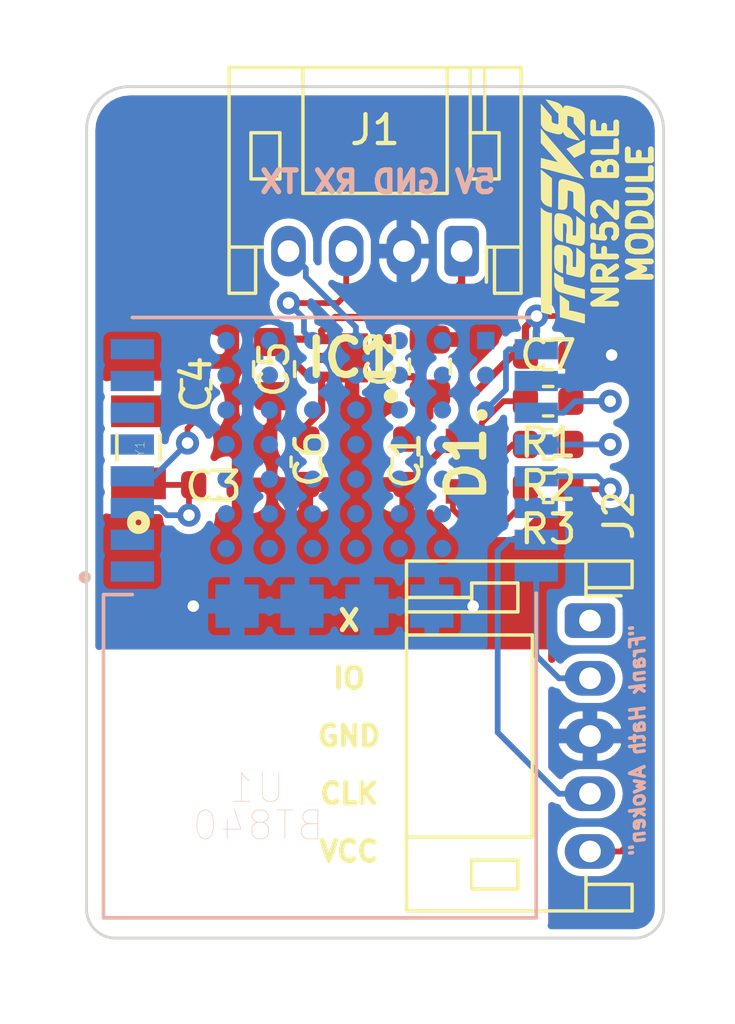
<source format=kicad_pcb>
(kicad_pcb (version 20171130) (host pcbnew "(5.1.5)-3")

  (general
    (thickness 1.6)
    (drawings 17)
    (tracks 104)
    (zones 0)
    (modules 17)
    (nets 68)
  )

  (page A4)
  (layers
    (0 F.Cu signal)
    (31 B.Cu signal)
    (32 B.Adhes user)
    (33 F.Adhes user)
    (34 B.Paste user)
    (35 F.Paste user)
    (36 B.SilkS user)
    (37 F.SilkS user)
    (38 B.Mask user)
    (39 F.Mask user)
    (40 Dwgs.User user hide)
    (41 Cmts.User user hide)
    (42 Eco1.User user)
    (43 Eco2.User user)
    (44 Edge.Cuts user)
    (45 Margin user)
    (46 B.CrtYd user)
    (47 F.CrtYd user)
    (48 B.Fab user hide)
    (49 F.Fab user hide)
  )

  (setup
    (last_trace_width 0.25)
    (user_trace_width 0.25)
    (trace_clearance 0.2)
    (zone_clearance 0.254)
    (zone_45_only no)
    (trace_min 0.2)
    (via_size 0.8)
    (via_drill 0.4)
    (via_min_size 0.4)
    (via_min_drill 0.3)
    (uvia_size 0.3)
    (uvia_drill 0.1)
    (uvias_allowed no)
    (uvia_min_size 0.2)
    (uvia_min_drill 0.1)
    (edge_width 0.1)
    (segment_width 0.2)
    (pcb_text_width 0.3)
    (pcb_text_size 1.5 1.5)
    (mod_edge_width 0.15)
    (mod_text_size 1 1)
    (mod_text_width 0.15)
    (pad_size 1.524 1.524)
    (pad_drill 0.762)
    (pad_to_mask_clearance 0)
    (aux_axis_origin 0 0)
    (visible_elements 7FFFFFFF)
    (pcbplotparams
      (layerselection 0x010fc_ffffffff)
      (usegerberextensions false)
      (usegerberattributes false)
      (usegerberadvancedattributes false)
      (creategerberjobfile false)
      (excludeedgelayer true)
      (linewidth 0.100000)
      (plotframeref false)
      (viasonmask false)
      (mode 1)
      (useauxorigin false)
      (hpglpennumber 1)
      (hpglpenspeed 20)
      (hpglpendiameter 15.000000)
      (psnegative false)
      (psa4output false)
      (plotreference true)
      (plotvalue true)
      (plotinvisibletext false)
      (padsonsilk false)
      (subtractmaskfromsilk false)
      (outputformat 1)
      (mirror false)
      (drillshape 0)
      (scaleselection 1)
      (outputdirectory "nrf52-gerbers/"))
  )

  (net 0 "")
  (net 1 GND)
  (net 2 +3V3)
  (net 3 "Net-(C3-Pad1)")
  (net 4 "Net-(C4-Pad1)")
  (net 5 +5V)
  (net 6 "Net-(D1-Pad3)")
  (net 7 "Net-(D1-Pad2)")
  (net 8 "Net-(D1-Pad1)")
  (net 9 "Net-(IC1-Pad3)")
  (net 10 "Net-(IC1-Pad2)")
  (net 11 /VESC-TX)
  (net 12 /VESC-RX)
  (net 13 /RST)
  (net 14 /SWCLK)
  (net 15 /SWDIO)
  (net 16 /P0.11)
  (net 17 /P1.00)
  (net 18 /P0.13)
  (net 19 VBUS)
  (net 20 "Net-(U1-PadF5)")
  (net 21 "Net-(U1-PadE6)")
  (net 22 /P1.06)
  (net 23 "Net-(U1-PadD6)")
  (net 24 "Net-(U1-PadA6)")
  (net 25 "Net-(U1-PadE0)")
  (net 26 /P0.20)
  (net 27 /P0.21)
  (net 28 "Net-(U1-PadE3)")
  (net 29 "Net-(U1-PadZ0)")
  (net 30 "Net-(U1-PadZ1)")
  (net 31 "Net-(U1-PadZ2)")
  (net 32 "Net-(U1-PadZ3)")
  (net 33 "Net-(U1-PadZ4)")
  (net 34 /P1.10)
  (net 35 /P0.23)
  (net 36 "Net-(U1-PadD0)")
  (net 37 "Net-(U1-PadC0)")
  (net 38 "Net-(U1-PadC1)")
  (net 39 "Net-(U1-PadB1)")
  (net 40 "Net-(U1-PadB0)")
  (net 41 "Net-(U1-PadA0)")
  (net 42 "Net-(U1-PadA1)")
  (net 43 /P0.19)
  (net 44 /P0.22)
  (net 45 "Net-(U1-PadB2)")
  (net 46 "Net-(U1-PadA2)")
  (net 47 "Net-(U1-PadD3)")
  (net 48 /P0.17)
  (net 49 "Net-(U1-PadB3)")
  (net 50 "Net-(U1-PadA3)")
  (net 51 "Net-(U1-PadD4)")
  (net 52 "Net-(U1-PadC4)")
  (net 53 "Net-(U1-PadB4)")
  (net 54 "Net-(U1-PadA4)")
  (net 55 "Net-(U1-PadD5)")
  (net 56 "Net-(U1-PadC5)")
  (net 57 "Net-(U1-PadB5)")
  (net 58 "Net-(U1-PadA5)")
  (net 59 /P0.10)
  (net 60 /P0.09)
  (net 61 /GPS-RX)
  (net 62 /GPS-TX)
  (net 63 /SCL)
  (net 64 /SDA)
  (net 65 "Net-(U1-PadE4)")
  (net 66 "Net-(U1-PadE5)")
  (net 67 "Net-(J2-Pad1)")

  (net_class Default "This is the default net class."
    (clearance 0.2)
    (trace_width 0.2)
    (via_dia 0.8)
    (via_drill 0.4)
    (uvia_dia 0.3)
    (uvia_drill 0.1)
    (add_net +3V3)
    (add_net +5V)
    (add_net /GPS-RX)
    (add_net /GPS-TX)
    (add_net /P0.09)
    (add_net /P0.10)
    (add_net /P0.11)
    (add_net /P0.13)
    (add_net /P0.17)
    (add_net /P0.19)
    (add_net /P0.20)
    (add_net /P0.21)
    (add_net /P0.22)
    (add_net /P0.23)
    (add_net /P1.00)
    (add_net /P1.06)
    (add_net /P1.10)
    (add_net /RST)
    (add_net /SCL)
    (add_net /SDA)
    (add_net /SWCLK)
    (add_net /SWDIO)
    (add_net /VESC-RX)
    (add_net /VESC-TX)
    (add_net GND)
    (add_net "Net-(C3-Pad1)")
    (add_net "Net-(C4-Pad1)")
    (add_net "Net-(D1-Pad1)")
    (add_net "Net-(D1-Pad2)")
    (add_net "Net-(D1-Pad3)")
    (add_net "Net-(IC1-Pad2)")
    (add_net "Net-(IC1-Pad3)")
    (add_net "Net-(J2-Pad1)")
    (add_net "Net-(U1-PadA0)")
    (add_net "Net-(U1-PadA1)")
    (add_net "Net-(U1-PadA2)")
    (add_net "Net-(U1-PadA3)")
    (add_net "Net-(U1-PadA4)")
    (add_net "Net-(U1-PadA5)")
    (add_net "Net-(U1-PadA6)")
    (add_net "Net-(U1-PadB0)")
    (add_net "Net-(U1-PadB1)")
    (add_net "Net-(U1-PadB2)")
    (add_net "Net-(U1-PadB3)")
    (add_net "Net-(U1-PadB4)")
    (add_net "Net-(U1-PadB5)")
    (add_net "Net-(U1-PadC0)")
    (add_net "Net-(U1-PadC1)")
    (add_net "Net-(U1-PadC4)")
    (add_net "Net-(U1-PadC5)")
    (add_net "Net-(U1-PadD0)")
    (add_net "Net-(U1-PadD3)")
    (add_net "Net-(U1-PadD4)")
    (add_net "Net-(U1-PadD5)")
    (add_net "Net-(U1-PadD6)")
    (add_net "Net-(U1-PadE0)")
    (add_net "Net-(U1-PadE3)")
    (add_net "Net-(U1-PadE4)")
    (add_net "Net-(U1-PadE5)")
    (add_net "Net-(U1-PadE6)")
    (add_net "Net-(U1-PadF5)")
    (add_net "Net-(U1-PadZ0)")
    (add_net "Net-(U1-PadZ1)")
    (add_net "Net-(U1-PadZ2)")
    (add_net "Net-(U1-PadZ3)")
    (add_net "Net-(U1-PadZ4)")
    (add_net VBUS)
  )

  (module Freesk8-receiver:freesk8remotelogo3 (layer F.Cu) (tedit 5EFC0AE8) (tstamp 5EFF0A5E)
    (at 155.3 96.4 90)
    (attr smd)
    (fp_text reference G*** (at 40.1 1 90) (layer F.Fab) hide
      (effects (font (size 0.5 0.5) (thickness 0.3)))
    )
    (fp_text value LOGO (at 40.1 -2.5 90) (layer F.Fab) hide
      (effects (font (size 0.5 0.5) (thickness 0.3)))
    )
    (fp_poly (pts (xy 1.49235 -1.512876) (xy 1.475806 -1.491413) (xy 1.448917 -1.45699) (xy 1.414518 -1.413215)
      (xy 1.375439 -1.363693) (xy 1.342342 -1.321896) (xy 1.222728 -1.171084) (xy 0.719107 -1.171084)
      (xy 0.598585 -1.17119) (xy 0.497763 -1.171533) (xy 0.415173 -1.172152) (xy 0.349348 -1.173087)
      (xy 0.298822 -1.174376) (xy 0.262128 -1.176058) (xy 0.237799 -1.178172) (xy 0.224368 -1.180757)
      (xy 0.22037 -1.183851) (xy 0.220473 -1.184313) (xy 0.225926 -1.201029) (xy 0.235018 -1.230996)
      (xy 0.243744 -1.260724) (xy 0.278724 -1.352857) (xy 0.325278 -1.428039) (xy 0.383023 -1.485769)
      (xy 0.442889 -1.521781) (xy 0.498209 -1.546792) (xy 1.010476 -1.549917) (xy 1.522744 -1.553043)
      (xy 1.49235 -1.512876)) (layer F.SilkS) (width 0.01))
    (fp_poly (pts (xy 0.159176 -1.508284) (xy 0.117183 -1.459511) (xy 0.078833 -1.3964) (xy 0.047578 -1.325776)
      (xy 0.02687 -1.254466) (xy 0.024501 -1.241919) (xy 0.012368 -1.171084) (xy -1.747608 -1.171084)
      (xy -1.981699 -1.171112) (xy -2.19543 -1.171201) (xy -2.38961 -1.171358) (xy -2.565044 -1.171587)
      (xy -2.722541 -1.171895) (xy -2.862907 -1.172288) (xy -2.986949 -1.172773) (xy -3.095476 -1.173355)
      (xy -3.189293 -1.17404) (xy -3.269209 -1.174835) (xy -3.336029 -1.175745) (xy -3.390563 -1.176776)
      (xy -3.433616 -1.177935) (xy -3.465996 -1.179228) (xy -3.488511 -1.180661) (xy -3.501966 -1.182239)
      (xy -3.507171 -1.18397) (xy -3.507293 -1.184313) (xy -3.504619 -1.198516) (xy -3.497395 -1.229516)
      (xy -3.486517 -1.273657) (xy -3.472883 -1.327283) (xy -3.461221 -1.372167) (xy -3.415438 -1.546792)
      (xy -1.604339 -1.549468) (xy 0.206759 -1.552144) (xy 0.159176 -1.508284)) (layer F.SilkS) (width 0.01))
    (fp_poly (pts (xy 1.811185 -1.551521) (xy 1.859723 -1.549968) (xy 1.896431 -1.547625) (xy 1.917745 -1.544691)
      (xy 1.921667 -1.542666) (xy 1.919144 -1.53033) (xy 1.91202 -1.500202) (xy 1.900966 -1.45499)
      (xy 1.886649 -1.397401) (xy 1.869739 -1.330144) (xy 1.850905 -1.255925) (xy 1.848428 -1.246213)
      (xy 1.827009 -1.162152) (xy 1.810473 -1.096525) (xy 1.798469 -1.047257) (xy 1.790645 -1.012271)
      (xy 1.786653 -0.989494) (xy 1.78614 -0.976848) (xy 1.788756 -0.972259) (xy 1.79415 -0.973651)
      (xy 1.801972 -0.978949) (xy 1.803449 -0.980038) (xy 1.817491 -0.991629) (xy 1.845368 -1.015702)
      (xy 1.88518 -1.050578) (xy 1.935027 -1.094579) (xy 1.99301 -1.146029) (xy 2.057229 -1.203249)
      (xy 2.125786 -1.264561) (xy 2.138625 -1.276069) (xy 2.445542 -1.551241) (xy 2.692316 -1.551662)
      (xy 2.93909 -1.552084) (xy 2.845774 -1.471193) (xy 2.801321 -1.432694) (xy 2.755776 -1.393308)
      (xy 2.715501 -1.358534) (xy 2.69425 -1.340224) (xy 2.67012 -1.319452) (xy 2.632886 -1.287381)
      (xy 2.585473 -1.246533) (xy 2.530809 -1.199431) (xy 2.471821 -1.148596) (xy 2.424375 -1.107703)
      (xy 2.352008 -1.045344) (xy 2.269481 -0.974257) (xy 2.182684 -0.899514) (xy 2.097505 -0.826185)
      (xy 2.019835 -0.759344) (xy 1.99575 -0.738623) (xy 1.941341 -0.691787) (xy 1.877304 -0.636615)
      (xy 1.806098 -0.575228) (xy 1.73018 -0.509746) (xy 1.652006 -0.442291) (xy 1.574033 -0.374984)
      (xy 1.498719 -0.309945) (xy 1.42852 -0.249297) (xy 1.365893 -0.195161) (xy 1.313295 -0.149656)
      (xy 1.273185 -0.114905) (xy 1.260012 -0.103469) (xy 1.235559 -0.082275) (xy 1.21835 -0.068972)
      (xy 1.208051 -0.065498) (xy 1.204324 -0.073793) (xy 1.206834 -0.095795) (xy 1.215246 -0.133442)
      (xy 1.229225 -0.188674) (xy 1.238816 -0.225899) (xy 1.257055 -0.29636) (xy 1.279979 -0.384245)
      (xy 1.306791 -0.486533) (xy 1.336695 -0.600202) (xy 1.368894 -0.722233) (xy 1.402591 -0.849604)
      (xy 1.436988 -0.979295) (xy 1.47129 -1.108284) (xy 1.499322 -1.213417) (xy 1.517152 -1.280467)
      (xy 1.534409 -1.345846) (xy 1.549825 -1.404709) (xy 1.562129 -1.452213) (xy 1.569344 -1.480646)
      (xy 1.587092 -1.552084) (xy 1.75438 -1.552084) (xy 1.811185 -1.551521)) (layer F.SilkS) (width 0.01))
    (fp_poly (pts (xy 3.753652 -1.512845) (xy 3.731321 -1.493659) (xy 3.696166 -1.463535) (xy 3.651465 -1.425277)
      (xy 3.600493 -1.381689) (xy 3.546527 -1.335575) (xy 3.536707 -1.327188) (xy 3.366318 -1.181667)
      (xy 3.276056 -1.181667) (xy 3.221131 -1.179948) (xy 3.184085 -1.174503) (xy 3.162853 -1.165599)
      (xy 3.147877 -1.147261) (xy 3.131952 -1.115492) (xy 3.116818 -1.075908) (xy 3.104212 -1.034124)
      (xy 3.095874 -0.995754) (xy 3.093542 -0.966415) (xy 3.097116 -0.953283) (xy 3.106228 -0.947501)
      (xy 3.124364 -0.943331) (xy 3.154308 -0.940552) (xy 3.198842 -0.938947) (xy 3.260751 -0.938294)
      (xy 3.287719 -0.93825) (xy 3.465845 -0.93825) (xy 3.48486 -0.96651) (xy 3.496571 -0.982729)
      (xy 3.511143 -1.000127) (xy 3.530506 -1.02052) (xy 3.55659 -1.045723) (xy 3.591326 -1.077552)
      (xy 3.636644 -1.117822) (xy 3.694475 -1.168349) (xy 3.757671 -1.223103) (xy 3.946406 -1.386248)
      (xy 3.93999 -1.328937) (xy 3.933551 -1.292599) (xy 3.921407 -1.241729) (xy 3.905154 -1.181662)
      (xy 3.886388 -1.117734) (xy 3.866706 -1.055281) (xy 3.847701 -0.999637) (xy 3.830971 -0.95614)
      (xy 3.823681 -0.940052) (xy 3.790484 -0.890024) (xy 3.746213 -0.846383) (xy 3.697641 -0.815469)
      (xy 3.685005 -0.810248) (xy 3.660532 -0.79999) (xy 3.647439 -0.791756) (xy 3.64675 -0.790364)
      (xy 3.655127 -0.781975) (xy 3.675915 -0.768712) (xy 3.682547 -0.765036) (xy 3.709113 -0.747229)
      (xy 3.727599 -0.72519) (xy 3.738046 -0.696522) (xy 3.740496 -0.658828) (xy 3.734992 -0.609709)
      (xy 3.721573 -0.546769) (xy 3.700282 -0.467611) (xy 3.688412 -0.426961) (xy 3.66332 -0.34521)
      (xy 3.641306 -0.280764) (xy 3.62073 -0.230292) (xy 3.599953 -0.190466) (xy 3.577333 -0.157955)
      (xy 3.551232 -0.12943) (xy 3.53405 -0.113575) (xy 3.510269 -0.093339) (xy 3.487887 -0.076901)
      (xy 3.464418 -0.063833) (xy 3.437373 -0.053707) (xy 3.404266 -0.046093) (xy 3.362609 -0.040564)
      (xy 3.309917 -0.03669) (xy 3.2437 -0.034043) (xy 3.161473 -0.032194) (xy 3.060747 -0.030715)
      (xy 3.05261 -0.03061) (xy 2.96707 -0.029802) (xy 2.890064 -0.029643) (xy 2.823931 -0.030097)
      (xy 2.771012 -0.031129) (xy 2.733649 -0.032704) (xy 2.71418 -0.034785) (xy 2.711934 -0.035741)
      (xy 2.718104 -0.044819) (xy 2.738471 -0.065593) (xy 2.770993 -0.096185) (xy 2.813625 -0.134713)
      (xy 2.864327 -0.1793) (xy 2.919782 -0.226984) (xy 3.133459 -0.408795) (xy 3.224422 -0.408939)
      (xy 3.271693 -0.409884) (xy 3.302521 -0.413076) (xy 3.321579 -0.419328) (xy 3.331972 -0.427605)
      (xy 3.343587 -0.447627) (xy 3.356809 -0.480768) (xy 3.369853 -0.520859) (xy 3.380934 -0.561734)
      (xy 3.388266 -0.597224) (xy 3.390063 -0.621164) (xy 3.389207 -0.625302) (xy 3.383566 -0.632017)
      (xy 3.370521 -0.636801) (xy 3.346912 -0.64002) (xy 3.309574 -0.64204) (xy 3.255346 -0.643226)
      (xy 3.231686 -0.643513) (xy 3.174466 -0.64392) (xy 3.122389 -0.643928) (xy 3.080329 -0.643562)
      (xy 3.053159 -0.642848) (xy 3.048792 -0.642581) (xy 3.016932 -0.634029) (xy 2.991809 -0.616855)
      (xy 2.980171 -0.595904) (xy 2.98 -0.593197) (xy 2.978642 -0.58571) (xy 2.973462 -0.576263)
      (xy 2.962803 -0.563282) (xy 2.945006 -0.545195) (xy 2.918413 -0.520428) (xy 2.881367 -0.487409)
      (xy 2.832209 -0.444563) (xy 2.769282 -0.39032) (xy 2.736584 -0.362246) (xy 2.675574 -0.310042)
      (xy 2.628658 -0.270394) (xy 2.593948 -0.24198) (xy 2.569558 -0.223476) (xy 2.553602 -0.213556)
      (xy 2.544194 -0.210897) (xy 2.539447 -0.214175) (xy 2.537476 -0.222066) (xy 2.537429 -0.222448)
      (xy 2.539287 -0.240774) (xy 2.546246 -0.275239) (xy 2.557205 -0.321746) (xy 2.57106 -0.376195)
      (xy 2.586709 -0.43449) (xy 2.603048 -0.492533) (xy 2.618975 -0.546225) (xy 2.633386 -0.591469)
      (xy 2.645179 -0.624168) (xy 2.646254 -0.626785) (xy 2.675488 -0.675381) (xy 2.718759 -0.721216)
      (xy 2.769293 -0.757663) (xy 2.791257 -0.768664) (xy 2.845754 -0.792108) (xy 2.811786 -0.808559)
      (xy 2.782174 -0.82782) (xy 2.761998 -0.853769) (xy 2.751118 -0.888602) (xy 2.749394 -0.934516)
      (xy 2.756685 -0.993707) (xy 2.772852 -1.068371) (xy 2.790853 -1.136335) (xy 2.817876 -1.228509)
      (xy 2.84304 -1.30267) (xy 2.868046 -1.361673) (xy 2.894592 -1.40837) (xy 2.924377 -1.445617)
      (xy 2.959099 -1.476266) (xy 3.000458 -1.50317) (xy 3.013602 -1.510499) (xy 3.080542 -1.546792)
      (xy 3.440375 -1.549887) (xy 3.800209 -1.552982) (xy 3.753652 -1.512845)) (layer F.SilkS) (width 0.01))
    (fp_poly (pts (xy 2.384049 -0.378615) (xy 2.420652 -0.305769) (xy 2.454762 -0.237575) (xy 2.485036 -0.17674)
      (xy 2.510134 -0.125971) (xy 2.528713 -0.087974) (xy 2.53943 -0.065458) (xy 2.540761 -0.06248)
      (xy 2.555587 -0.028084) (xy 2.116986 -0.028084) (xy 1.93478 -0.396318) (xy 2.242162 -0.660354)
      (xy 2.384049 -0.378615)) (layer F.SilkS) (width 0.01))
    (fp_poly (pts (xy 0.619041 -0.946504) (xy 0.734704 -0.945729) (xy 0.831137 -0.944872) (xy 0.910274 -0.943707)
      (xy 0.974053 -0.942012) (xy 1.024408 -0.939561) (xy 1.063275 -0.93613) (xy 1.09259 -0.931495)
      (xy 1.114289 -0.925431) (xy 1.130307 -0.917714) (xy 1.14258 -0.90812) (xy 1.153043 -0.896425)
      (xy 1.162839 -0.883476) (xy 1.176732 -0.861006) (xy 1.185632 -0.835949) (xy 1.189293 -0.805701)
      (xy 1.187474 -0.767661) (xy 1.179931 -0.719225) (xy 1.166422 -0.657792) (xy 1.146703 -0.580757)
      (xy 1.128267 -0.513245) (xy 1.099119 -0.411623) (xy 1.072817 -0.328388) (xy 1.048103 -0.261158)
      (xy 1.02372 -0.207555) (xy 0.998411 -0.1652) (xy 0.970916 -0.131712) (xy 0.939979 -0.104713)
      (xy 0.904342 -0.081823) (xy 0.898527 -0.078605) (xy 0.874615 -0.066739) (xy 0.848946 -0.056861)
      (xy 0.819417 -0.048794) (xy 0.783928 -0.042361) (xy 0.740375 -0.037385) (xy 0.686656 -0.03369)
      (xy 0.620668 -0.031098) (xy 0.540311 -0.029434) (xy 0.44348 -0.02852) (xy 0.328075 -0.02818)
      (xy 0.298515 -0.028164) (xy -0.112845 -0.028084) (xy -0.082671 -0.067771) (xy -0.06015 -0.096946)
      (xy -0.027907 -0.13814) (xy 0.010514 -0.186883) (xy 0.051566 -0.238701) (xy 0.091706 -0.289124)
      (xy 0.127387 -0.333678) (xy 0.155064 -0.367892) (xy 0.160632 -0.374688) (xy 0.197637 -0.419667)
      (xy 0.465345 -0.419667) (xy 0.548273 -0.419784) (xy 0.612592 -0.420247) (xy 0.660856 -0.421221)
      (xy 0.695623 -0.422874) (xy 0.719447 -0.425371) (xy 0.734885 -0.428881) (xy 0.744493 -0.433568)
      (xy 0.749619 -0.438188) (xy 0.763184 -0.461394) (xy 0.777153 -0.497537) (xy 0.789157 -0.53857)
      (xy 0.796823 -0.576445) (xy 0.797928 -0.602194) (xy 0.794542 -0.626042) (xy 0.524667 -0.631382)
      (xy 0.441531 -0.633122) (xy 0.376709 -0.634826) (xy 0.327353 -0.636759) (xy 0.290611 -0.639187)
      (xy 0.263635 -0.642373) (xy 0.243573 -0.646582) (xy 0.227577 -0.652079) (xy 0.212797 -0.659128)
      (xy 0.210031 -0.66059) (xy 0.179157 -0.681826) (xy 0.1548 -0.706804) (xy 0.149177 -0.715579)
      (xy 0.138535 -0.750629) (xy 0.133808 -0.798067) (xy 0.13515 -0.849914) (xy 0.142715 -0.89819)
      (xy 0.145437 -0.908235) (xy 0.15779 -0.949466) (xy 0.619041 -0.946504)) (layer F.SilkS) (width 0.01))
    (fp_poly (pts (xy -0.407267 -1.084521) (xy -0.393931 -1.084379) (xy -0.304675 -1.083278) (xy -0.234047 -1.082024)
      (xy -0.179509 -1.08045) (xy -0.138522 -1.078388) (xy -0.108548 -1.075671) (xy -0.087048 -1.072132)
      (xy -0.071484 -1.067603) (xy -0.060162 -1.062384) (xy -0.026902 -1.038857) (xy -0.004608 -1.009099)
      (xy 0.007005 -0.970676) (xy 0.008223 -0.921155) (xy -0.00067 -0.858103) (xy -0.019388 -0.779084)
      (xy -0.024705 -0.759644) (xy -0.049156 -0.678421) (xy -0.072978 -0.615051) (xy -0.098115 -0.566376)
      (xy -0.126514 -0.529238) (xy -0.160117 -0.500481) (xy -0.197939 -0.478393) (xy -0.215572 -0.469884)
      (xy -0.231967 -0.463384) (xy -0.250186 -0.458621) (xy -0.273288 -0.455327) (xy -0.304335 -0.45323)
      (xy -0.346385 -0.45206) (xy -0.402501 -0.451547) (xy -0.475742 -0.45142) (xy -0.503346 -0.451417)
      (xy -0.75462 -0.451417) (xy -0.761742 -0.403922) (xy -0.765227 -0.382389) (xy -0.767169 -0.365147)
      (xy -0.765522 -0.351703) (xy -0.75824 -0.341561) (xy -0.74328 -0.334228) (xy -0.718596 -0.329209)
      (xy -0.682143 -0.32601) (xy -0.631875 -0.324135) (xy -0.565749 -0.323091) (xy -0.481718 -0.322383)
      (xy -0.422601 -0.321921) (xy -0.088507 -0.319125) (xy -0.202608 -0.174025) (xy -0.316708 -0.028924)
      (xy -0.634208 -0.029721) (xy -0.715968 -0.030166) (xy -0.792429 -0.031037) (xy -0.860586 -0.032263)
      (xy -0.917436 -0.033775) (xy -0.959973 -0.035504) (xy -0.985192 -0.037381) (xy -0.98875 -0.037925)
      (xy -1.040062 -0.054019) (xy -1.078424 -0.080966) (xy -1.093762 -0.098236) (xy -1.106423 -0.119781)
      (xy -1.113703 -0.147138) (xy -1.115382 -0.182664) (xy -1.111244 -0.228713) (xy -1.101068 -0.28764)
      (xy -1.084637 -0.361801) (xy -1.061732 -0.45355) (xy -1.060239 -0.459308) (xy -1.004625 -0.673573)
      (xy -0.850637 -0.67362) (xy -0.789186 -0.672899) (xy -0.739345 -0.670829) (xy -0.70415 -0.667609)
      (xy -0.686641 -0.663439) (xy -0.685765 -0.662782) (xy -0.670489 -0.658417) (xy -0.636335 -0.655574)
      (xy -0.585541 -0.65436) (xy -0.52238 -0.654845) (xy -0.46277 -0.656107) (xy -0.420838 -0.657618)
      (xy -0.393096 -0.659999) (xy -0.376058 -0.663871) (xy -0.366238 -0.669856) (xy -0.36015 -0.678574)
      (xy -0.357369 -0.68425) (xy -0.34683 -0.713118) (xy -0.338064 -0.74766) (xy -0.337543 -0.750396)
      (xy -0.330228 -0.790084) (xy -0.970229 -0.790084) (xy -0.963539 -0.82448) (xy -0.947549 -0.876701)
      (xy -0.921342 -0.931037) (xy -0.889099 -0.980297) (xy -0.855007 -1.017292) (xy -0.848188 -1.022695)
      (xy -0.822488 -1.040491) (xy -0.797145 -1.054717) (xy -0.769511 -1.065731) (xy -0.736936 -1.073893)
      (xy -0.696773 -1.079564) (xy -0.646373 -1.083103) (xy -0.583087 -1.084868) (xy -0.504268 -1.085221)
      (xy -0.407267 -1.084521)) (layer F.SilkS) (width 0.01))
    (fp_poly (pts (xy -1.409906 -1.085999) (xy -1.340804 -1.085489) (xy -1.28747 -1.084492) (xy -1.247206 -1.082845)
      (xy -1.217313 -1.080385) (xy -1.195091 -1.076949) (xy -1.177843 -1.072374) (xy -1.162868 -1.066497)
      (xy -1.161554 -1.065905) (xy -1.124279 -1.043293) (xy -1.098849 -1.013352) (xy -1.084948 -0.973945)
      (xy -1.08226 -0.922933) (xy -1.090469 -0.858177) (xy -1.109258 -0.777538) (xy -1.115565 -0.75467)
      (xy -1.140373 -0.673815) (xy -1.16477 -0.610806) (xy -1.190743 -0.562463) (xy -1.22028 -0.525601)
      (xy -1.255367 -0.497037) (xy -1.288023 -0.478393) (xy -1.305695 -0.469867) (xy -1.322128 -0.463358)
      (xy -1.340391 -0.458593) (xy -1.363554 -0.455302) (xy -1.394688 -0.453211) (xy -1.436863 -0.452049)
      (xy -1.49315 -0.451542) (xy -1.566617 -0.45142) (xy -1.592295 -0.451417) (xy -1.842434 -0.451417)
      (xy -1.853329 -0.403803) (xy -1.858206 -0.382582) (xy -1.860769 -0.365531) (xy -1.859032 -0.352175)
      (xy -1.851003 -0.34204) (xy -1.834696 -0.33465) (xy -1.80812 -0.329529) (xy -1.769288 -0.326201)
      (xy -1.716209 -0.324192) (xy -1.646896 -0.323026) (xy -1.559359 -0.322227) (xy -1.510453 -0.321836)
      (xy -1.180199 -0.319125) (xy -1.406791 -0.028355) (xy -1.724291 -0.029437) (xy -1.806158 -0.029959)
      (xy -1.882821 -0.03091) (xy -1.951256 -0.032214) (xy -2.008439 -0.0338) (xy -2.051343 -0.035594)
      (xy -2.076943 -0.037522) (xy -2.080568 -0.03807) (xy -2.115086 -0.048312) (xy -2.14546 -0.062748)
      (xy -2.146566 -0.063459) (xy -2.172364 -0.083827) (xy -2.1909 -0.107898) (xy -2.202195 -0.137983)
      (xy -2.20627 -0.176393) (xy -2.203145 -0.225439) (xy -2.192841 -0.287432) (xy -2.175377 -0.364682)
      (xy -2.150776 -0.4595) (xy -2.150101 -0.462) (xy -2.094331 -0.668375) (xy -1.941892 -0.671323)
      (xy -1.877095 -0.671797) (xy -1.826758 -0.670534) (xy -1.793122 -0.667645) (xy -1.778568 -0.663385)
      (xy -1.763366 -0.658521) (xy -1.732033 -0.655034) (xy -1.689286 -0.652889) (xy -1.639842 -0.652053)
      (xy -1.588418 -0.65249) (xy -1.539729 -0.654167) (xy -1.498494 -0.65705) (xy -1.469428 -0.661102)
      (xy -1.457565 -0.66573) (xy -1.448433 -0.684326) (xy -1.437739 -0.714481) (xy -1.428324 -0.747047)
      (xy -1.423028 -0.77288) (xy -1.422666 -0.778083) (xy -1.429433 -0.781791) (xy -1.450576 -0.78475)
      (xy -1.487364 -0.787008) (xy -1.541064 -0.788613) (xy -1.612941 -0.789612) (xy -1.704264 -0.790053)
      (xy -1.741489 -0.790084) (xy -2.060312 -0.790084) (xy -2.053622 -0.82448) (xy -2.038338 -0.8748)
      (xy -2.013319 -0.927811) (xy -1.982594 -0.97654) (xy -1.950189 -1.014016) (xy -1.938538 -1.023665)
      (xy -1.913048 -1.040965) (xy -1.8877 -1.054786) (xy -1.859803 -1.065509) (xy -1.826665 -1.073517)
      (xy -1.785593 -1.079191) (xy -1.733896 -1.082912) (xy -1.668883 -1.085062) (xy -1.587861 -1.086023)
      (xy -1.497475 -1.086185) (xy -1.409906 -1.085999)) (layer F.SilkS) (width 0.01))
    (fp_poly (pts (xy -2.061303 -1.058047) (xy -2.072372 -1.038053) (xy -2.091788 -1.004248) (xy -2.117025 -0.960984)
      (xy -2.145557 -0.912611) (xy -2.152328 -0.901209) (xy -2.22783 -0.774209) (xy -2.33024 -0.768917)
      (xy -2.377793 -0.766108) (xy -2.408659 -0.762793) (xy -2.427301 -0.757748) (xy -2.438188 -0.749748)
      (xy -2.445784 -0.737567) (xy -2.445986 -0.737167) (xy -2.451807 -0.720758) (xy -2.462131 -0.686484)
      (xy -2.476225 -0.63699) (xy -2.493355 -0.574919) (xy -2.512789 -0.502916) (xy -2.533793 -0.423625)
      (xy -2.547262 -0.372042) (xy -2.635201 -0.033375) (xy -2.792154 -0.03044) (xy -2.949107 -0.027504)
      (xy -2.942163 -0.056898) (xy -2.936769 -0.078561) (xy -2.926384 -0.118994) (xy -2.910936 -0.178462)
      (xy -2.890357 -0.257232) (xy -2.864578 -0.355571) (xy -2.833528 -0.473745) (xy -2.797138 -0.612021)
      (xy -2.783688 -0.663084) (xy -2.766072 -0.729321) (xy -2.74963 -0.789962) (xy -2.735333 -0.841524)
      (xy -2.724149 -0.880522) (xy -2.71705 -0.903472) (xy -2.715944 -0.9065) (xy -2.680897 -0.967841)
      (xy -2.630789 -1.019668) (xy -2.578162 -1.052943) (xy -2.557919 -1.062106) (xy -2.539263 -1.069082)
      (xy -2.518916 -1.074222) (xy -2.493604 -1.077873) (xy -2.460051 -1.080385) (xy -2.414982 -1.082106)
      (xy -2.355123 -1.083385) (xy -2.281911 -1.084505) (xy -2.045781 -1.087885) (xy -2.061303 -1.058047)) (layer F.SilkS) (width 0.01))
    (fp_poly (pts (xy -2.842975 -0.861655) (xy -2.858609 -0.840343) (xy -2.883315 -0.806005) (xy -2.914013 -0.762945)
      (xy -2.947627 -0.715471) (xy -2.956579 -0.702771) (xy -3.044158 -0.578417) (xy -3.371682 -0.578417)
      (xy -3.36505 -0.548223) (xy -3.365537 -0.527324) (xy -3.371541 -0.488399) (xy -3.382546 -0.433708)
      (xy -3.398033 -0.365515) (xy -3.417483 -0.286079) (xy -3.44038 -0.197663) (xy -3.466204 -0.102529)
      (xy -3.471465 -0.083646) (xy -3.487008 -0.028084) (xy -3.645462 -0.028084) (xy -3.7102 -0.028538)
      (xy -3.756089 -0.030029) (xy -3.785432 -0.032749) (xy -3.800529 -0.03689) (xy -3.803896 -0.041313)
      (xy -3.801291 -0.054125) (xy -3.793862 -0.08517) (xy -3.782175 -0.132213) (xy -3.766799 -0.19302)
      (xy -3.748298 -0.265354) (xy -3.727241 -0.34698) (xy -3.704193 -0.435664) (xy -3.694551 -0.472584)
      (xy -3.585227 -0.890625) (xy -3.201089 -0.893405) (xy -2.816951 -0.896184) (xy -2.842975 -0.861655)) (layer F.SilkS) (width 0.01))
  )

  (module Capacitor_SMD:C_0805_2012Metric (layer F.Cu) (tedit 5B36C52B) (tstamp 5EFEB823)
    (at 144.5 101.7875 270)
    (descr "Capacitor SMD 0805 (2012 Metric), square (rectangular) end terminal, IPC_7351 nominal, (Body size source: https://docs.google.com/spreadsheets/d/1BsfQQcO9C6DZCsRaXUlFlo91Tg2WpOkGARC1WS5S8t0/edit?usp=sharing), generated with kicad-footprint-generator")
    (tags capacitor)
    (path /5EF94FC3)
    (attr smd)
    (fp_text reference C5 (at 0 0 90) (layer F.SilkS)
      (effects (font (size 1 1) (thickness 0.15)))
    )
    (fp_text value 10uF (at 0.0375 0.05 90) (layer F.Fab)
      (effects (font (size 1 1) (thickness 0.15)))
    )
    (fp_text user %R (at -0.01 -0.14 90) (layer F.Fab)
      (effects (font (size 0.5 0.5) (thickness 0.08)))
    )
    (fp_line (start 1.68 0.95) (end -1.68 0.95) (layer F.CrtYd) (width 0.05))
    (fp_line (start 1.68 -0.95) (end 1.68 0.95) (layer F.CrtYd) (width 0.05))
    (fp_line (start -1.68 -0.95) (end 1.68 -0.95) (layer F.CrtYd) (width 0.05))
    (fp_line (start -1.68 0.95) (end -1.68 -0.95) (layer F.CrtYd) (width 0.05))
    (fp_line (start -0.258578 0.71) (end 0.258578 0.71) (layer F.SilkS) (width 0.12))
    (fp_line (start -0.258578 -0.71) (end 0.258578 -0.71) (layer F.SilkS) (width 0.12))
    (fp_line (start 1 0.6) (end -1 0.6) (layer F.Fab) (width 0.1))
    (fp_line (start 1 -0.6) (end 1 0.6) (layer F.Fab) (width 0.1))
    (fp_line (start -1 -0.6) (end 1 -0.6) (layer F.Fab) (width 0.1))
    (fp_line (start -1 0.6) (end -1 -0.6) (layer F.Fab) (width 0.1))
    (pad 2 smd roundrect (at 0.9375 0 270) (size 0.975 1.4) (layers F.Cu F.Paste F.Mask) (roundrect_rratio 0.25)
      (net 1 GND))
    (pad 1 smd roundrect (at -0.9375 0 270) (size 0.975 1.4) (layers F.Cu F.Paste F.Mask) (roundrect_rratio 0.25)
      (net 5 +5V))
    (model ${KISYS3DMOD}/Capacitor_SMD.3dshapes/C_0805_2012Metric.wrl
      (at (xyz 0 0 0))
      (scale (xyz 1 1 1))
      (rotate (xyz 0 0 0))
    )
  )

  (module Capacitor_SMD:C_0805_2012Metric (layer F.Cu) (tedit 5B36C52B) (tstamp 5EFED96B)
    (at 149.9 101.7 90)
    (descr "Capacitor SMD 0805 (2012 Metric), square (rectangular) end terminal, IPC_7351 nominal, (Body size source: https://docs.google.com/spreadsheets/d/1BsfQQcO9C6DZCsRaXUlFlo91Tg2WpOkGARC1WS5S8t0/edit?usp=sharing), generated with kicad-footprint-generator")
    (tags capacitor)
    (path /5EF96C24)
    (attr smd)
    (fp_text reference C2 (at 0.2625 -1.7 90) (layer F.SilkS)
      (effects (font (size 1 1) (thickness 0.15)))
    )
    (fp_text value 10uF (at 0 0 90) (layer F.Fab)
      (effects (font (size 1 1) (thickness 0.15)))
    )
    (fp_text user %R (at 0 0 90) (layer F.Fab)
      (effects (font (size 0.5 0.5) (thickness 0.08)))
    )
    (fp_line (start 1.68 0.95) (end -1.68 0.95) (layer F.CrtYd) (width 0.05))
    (fp_line (start 1.68 -0.95) (end 1.68 0.95) (layer F.CrtYd) (width 0.05))
    (fp_line (start -1.68 -0.95) (end 1.68 -0.95) (layer F.CrtYd) (width 0.05))
    (fp_line (start -1.68 0.95) (end -1.68 -0.95) (layer F.CrtYd) (width 0.05))
    (fp_line (start -0.258578 0.71) (end 0.258578 0.71) (layer F.SilkS) (width 0.12))
    (fp_line (start -0.258578 -0.71) (end 0.258578 -0.71) (layer F.SilkS) (width 0.12))
    (fp_line (start 1 0.6) (end -1 0.6) (layer F.Fab) (width 0.1))
    (fp_line (start 1 -0.6) (end 1 0.6) (layer F.Fab) (width 0.1))
    (fp_line (start -1 -0.6) (end 1 -0.6) (layer F.Fab) (width 0.1))
    (fp_line (start -1 0.6) (end -1 -0.6) (layer F.Fab) (width 0.1))
    (pad 2 smd roundrect (at 0.9375 0 90) (size 0.975 1.4) (layers F.Cu F.Paste F.Mask) (roundrect_rratio 0.25)
      (net 1 GND))
    (pad 1 smd roundrect (at -0.9375 0 90) (size 0.975 1.4) (layers F.Cu F.Paste F.Mask) (roundrect_rratio 0.25)
      (net 2 +3V3))
    (model ${KISYS3DMOD}/Capacitor_SMD.3dshapes/C_0805_2012Metric.wrl
      (at (xyz 0 0 0))
      (scale (xyz 1 1 1))
      (rotate (xyz 0 0 0))
    )
  )

  (module Connector_JST:JST_PH_S5B-PH-K_1x05_P2.00mm_Horizontal (layer F.Cu) (tedit 5B7745C6) (tstamp 5EFEB982)
    (at 155.45 110.5 270)
    (descr "JST PH series connector, S5B-PH-K (http://www.jst-mfg.com/product/pdf/eng/ePH.pdf), generated with kicad-footprint-generator")
    (tags "connector JST PH top entry")
    (path /5F077631)
    (fp_text reference J2 (at -3.65 -1 270) (layer F.SilkS)
      (effects (font (size 1 1) (thickness 0.15)))
    )
    (fp_text value "S5B-PH-K-S(LF)(SN)" (at 4 7.45 270) (layer F.Fab)
      (effects (font (size 1 1) (thickness 0.15)))
    )
    (fp_text user %R (at 4 2.5 270) (layer F.Fab)
      (effects (font (size 1 1) (thickness 0.15)))
    )
    (fp_line (start 0.5 1.375) (end 0 0.875) (layer F.Fab) (width 0.1))
    (fp_line (start -0.5 1.375) (end 0.5 1.375) (layer F.Fab) (width 0.1))
    (fp_line (start 0 0.875) (end -0.5 1.375) (layer F.Fab) (width 0.1))
    (fp_line (start -0.86 0.14) (end -0.86 -1.075) (layer F.SilkS) (width 0.12))
    (fp_line (start 9.25 0.25) (end -1.25 0.25) (layer F.Fab) (width 0.1))
    (fp_line (start 9.25 -1.35) (end 9.25 0.25) (layer F.Fab) (width 0.1))
    (fp_line (start 9.95 -1.35) (end 9.25 -1.35) (layer F.Fab) (width 0.1))
    (fp_line (start 9.95 6.25) (end 9.95 -1.35) (layer F.Fab) (width 0.1))
    (fp_line (start -1.95 6.25) (end 9.95 6.25) (layer F.Fab) (width 0.1))
    (fp_line (start -1.95 -1.35) (end -1.95 6.25) (layer F.Fab) (width 0.1))
    (fp_line (start -1.25 -1.35) (end -1.95 -1.35) (layer F.Fab) (width 0.1))
    (fp_line (start -1.25 0.25) (end -1.25 -1.35) (layer F.Fab) (width 0.1))
    (fp_line (start 10.45 -1.85) (end -2.45 -1.85) (layer F.CrtYd) (width 0.05))
    (fp_line (start 10.45 6.75) (end 10.45 -1.85) (layer F.CrtYd) (width 0.05))
    (fp_line (start -2.45 6.75) (end 10.45 6.75) (layer F.CrtYd) (width 0.05))
    (fp_line (start -2.45 -1.85) (end -2.45 6.75) (layer F.CrtYd) (width 0.05))
    (fp_line (start -0.8 4.1) (end -0.8 6.36) (layer F.SilkS) (width 0.12))
    (fp_line (start -0.3 4.1) (end -0.3 6.36) (layer F.SilkS) (width 0.12))
    (fp_line (start 8.3 2.5) (end 9.3 2.5) (layer F.SilkS) (width 0.12))
    (fp_line (start 8.3 4.1) (end 8.3 2.5) (layer F.SilkS) (width 0.12))
    (fp_line (start 9.3 4.1) (end 8.3 4.1) (layer F.SilkS) (width 0.12))
    (fp_line (start 9.3 2.5) (end 9.3 4.1) (layer F.SilkS) (width 0.12))
    (fp_line (start -0.3 2.5) (end -1.3 2.5) (layer F.SilkS) (width 0.12))
    (fp_line (start -0.3 4.1) (end -0.3 2.5) (layer F.SilkS) (width 0.12))
    (fp_line (start -1.3 4.1) (end -0.3 4.1) (layer F.SilkS) (width 0.12))
    (fp_line (start -1.3 2.5) (end -1.3 4.1) (layer F.SilkS) (width 0.12))
    (fp_line (start 10.06 0.14) (end 9.14 0.14) (layer F.SilkS) (width 0.12))
    (fp_line (start -2.06 0.14) (end -1.14 0.14) (layer F.SilkS) (width 0.12))
    (fp_line (start 7.5 2) (end 7.5 6.36) (layer F.SilkS) (width 0.12))
    (fp_line (start 0.5 2) (end 7.5 2) (layer F.SilkS) (width 0.12))
    (fp_line (start 0.5 6.36) (end 0.5 2) (layer F.SilkS) (width 0.12))
    (fp_line (start 9.14 0.14) (end 8.86 0.14) (layer F.SilkS) (width 0.12))
    (fp_line (start 9.14 -1.46) (end 9.14 0.14) (layer F.SilkS) (width 0.12))
    (fp_line (start 10.06 -1.46) (end 9.14 -1.46) (layer F.SilkS) (width 0.12))
    (fp_line (start 10.06 6.36) (end 10.06 -1.46) (layer F.SilkS) (width 0.12))
    (fp_line (start -2.06 6.36) (end 10.06 6.36) (layer F.SilkS) (width 0.12))
    (fp_line (start -2.06 -1.46) (end -2.06 6.36) (layer F.SilkS) (width 0.12))
    (fp_line (start -1.14 -1.46) (end -2.06 -1.46) (layer F.SilkS) (width 0.12))
    (fp_line (start -1.14 0.14) (end -1.14 -1.46) (layer F.SilkS) (width 0.12))
    (fp_line (start -0.86 0.14) (end -1.14 0.14) (layer F.SilkS) (width 0.12))
    (pad 5 thru_hole oval (at 8 0 270) (size 1.2 1.75) (drill 0.75) (layers *.Cu *.Mask)
      (net 2 +3V3))
    (pad 4 thru_hole oval (at 6 0 270) (size 1.2 1.75) (drill 0.75) (layers *.Cu *.Mask)
      (net 14 /SWCLK))
    (pad 3 thru_hole oval (at 4 0 270) (size 1.2 1.75) (drill 0.75) (layers *.Cu *.Mask)
      (net 1 GND))
    (pad 2 thru_hole oval (at 2 0 270) (size 1.2 1.75) (drill 0.75) (layers *.Cu *.Mask)
      (net 15 /SWDIO))
    (pad 1 thru_hole roundrect (at 0 0 270) (size 1.2 1.75) (drill 0.75) (layers *.Cu *.Mask) (roundrect_rratio 0.208333)
      (net 67 "Net-(J2-Pad1)"))
    (model ${KISYS3DMOD}/Connector_JST.3dshapes/JST_PH_S5B-PH-K_1x05_P2.00mm_Horizontal.wrl
      (at (xyz 0 0 0))
      (scale (xyz 1 1 1))
      (rotate (xyz 0 0 0))
    )
  )

  (module ECS-:XTAL_ECS-.327-9-34QCS-TR (layer F.Cu) (tedit 5EBDBE77) (tstamp 5EFEB994)
    (at 139.8 104.5 90)
    (path /5EBCC9E1)
    (attr smd)
    (fp_text reference Y1 (at -0.05 0.05 90) (layer F.SilkS)
      (effects (font (size 0.315429 0.315429) (thickness 0.015)))
    )
    (fp_text value ECS-.327-9-34QCS-TR (at 3.064702 1.80631 90) (layer F.Fab)
      (effects (font (size 0.316064 0.316064) (thickness 0.015)))
    )
    (fp_circle (center -2.6 0) (end -2.5 0) (layer F.Fab) (width 0.3))
    (fp_circle (center -2.6 0) (end -2.5 0) (layer F.SilkS) (width 0.3))
    (fp_line (start 2.05 -1.2) (end -2.05 -1.2) (layer F.CrtYd) (width 0.05))
    (fp_line (start 2.05 1.2) (end 2.05 -1.2) (layer F.CrtYd) (width 0.05))
    (fp_line (start -2.05 1.2) (end 2.05 1.2) (layer F.CrtYd) (width 0.05))
    (fp_line (start -2.05 -1.2) (end -2.05 1.2) (layer F.CrtYd) (width 0.05))
    (fp_line (start -0.44 0.75) (end 0.44 0.75) (layer F.SilkS) (width 0.127))
    (fp_line (start -0.44 -0.75) (end 0.44 -0.75) (layer F.SilkS) (width 0.127))
    (fp_line (start 1.6 -0.75) (end -1.6 -0.75) (layer F.Fab) (width 0.127))
    (fp_line (start 1.6 0.75) (end 1.6 -0.75) (layer F.Fab) (width 0.127))
    (fp_line (start -1.6 0.75) (end 1.6 0.75) (layer F.Fab) (width 0.127))
    (fp_line (start -1.6 -0.75) (end -1.6 0.75) (layer F.Fab) (width 0.127))
    (pad 2 smd rect (at 1.25 0 90) (size 1.1 1.9) (layers F.Cu F.Paste F.Mask)
      (net 4 "Net-(C4-Pad1)"))
    (pad 1 smd rect (at -1.25 0 90) (size 1.1 1.9) (layers F.Cu F.Paste F.Mask)
      (net 3 "Net-(C3-Pad1)"))
    (model :user:ECS-.327-12.5-34B-C-TR--3DModel-STEP-40055.STEP
      (at (xyz 0 0 0))
      (scale (xyz 1 1 1))
      (rotate (xyz -90 0 0))
    )
  )

  (module BT840F:XCVR_BT840F (layer B.Cu) (tedit 5EBDB314) (tstamp 5EFEB971)
    (at 146.086803 110.4)
    (path /5EBCE8BD)
    (attr smd)
    (fp_text reference U1 (at -2.186803 5.9) (layer B.SilkS)
      (effects (font (size 1 1) (thickness 0.015)) (justify mirror))
    )
    (fp_text value BT840F (at 0.635 -12.065) (layer B.Fab)
      (effects (font (size 1 1) (thickness 0.015)) (justify mirror))
    )
    (fp_circle (center -8.15 -1.4) (end -8.038197 -1.4) (layer B.Fab) (width 0.2))
    (fp_line (start 7.5 10.4) (end 7.5 -0.85) (layer B.Fab) (width 0.127))
    (fp_line (start -7.5 10.4) (end 7.5 10.4) (layer B.Fab) (width 0.127))
    (fp_line (start -7.5 -0.73) (end -7.5 10.4) (layer B.Fab) (width 0.127))
    (fp_line (start -6.5 -0.8) (end -7.5 -0.8) (layer B.Fab) (width 0.127))
    (fp_line (start 7.50302 5.6) (end 7.5 -0.85) (layer B.Fab) (width 0.001))
    (fp_line (start 7.5 -10.4) (end -6.5 -10.4) (layer B.SilkS) (width 0.127))
    (fp_line (start 8.5 -1) (end 8.5 -10.65) (layer B.CrtYd) (width 0.05))
    (fp_line (start 7.75 -1) (end 8.5 -1) (layer B.CrtYd) (width 0.05))
    (fp_line (start 7.75 10.65) (end 7.75 -1) (layer B.CrtYd) (width 0.05))
    (fp_line (start 8.5 -10.65) (end -7.5 -10.65) (layer B.CrtYd) (width 0.05))
    (fp_line (start -7.75 10.65) (end 7.75 10.65) (layer B.CrtYd) (width 0.05))
    (fp_line (start -7.75 -1.08) (end -7.75 10.65) (layer B.CrtYd) (width 0.05))
    (fp_line (start -7.5 -1.08) (end -7.75 -1.08) (layer B.CrtYd) (width 0.05))
    (fp_line (start -7.5 -10.65) (end -7.5 -1.08) (layer B.CrtYd) (width 0.05))
    (fp_circle (center -8.15 -1.4) (end -8.038197 -1.4) (layer B.SilkS) (width 0.2))
    (fp_poly (pts (xy -7.4 10.29) (xy 7.4 10.29) (xy 7.4 0.6) (xy -7.4 0.6)) (layer Dwgs.User) (width 0.01))
    (fp_poly (pts (xy -7.4 10.29) (xy 7.4 10.29) (xy 7.4 0.6) (xy -7.4 0.6)) (layer Dwgs.User) (width 0.01))
    (fp_poly (pts (xy -7.4 10.29) (xy 7.4 10.29) (xy 7.4 0.6) (xy -7.4 0.6)) (layer Dwgs.User) (width 0.01))
    (fp_text user BT840 (at -2.14 7.2) (layer B.SilkS)
      (effects (font (size 1 1) (thickness 0.015)) (justify mirror))
    )
    (fp_line (start 7.5 10.4) (end 7.5 -0.85) (layer B.SilkS) (width 0.127))
    (fp_line (start -7.5 10.4) (end 7.5 10.4) (layer B.SilkS) (width 0.127))
    (fp_line (start -7.5 -0.73) (end -7.5 10.4) (layer B.SilkS) (width 0.127))
    (fp_line (start -6.5 -0.8) (end -7.5 -0.8) (layer B.SilkS) (width 0.127))
    (fp_line (start 7.5 -10.4) (end -6.5 -10.4) (layer B.Fab) (width 0.127))
    (fp_line (start 7.5 -0.85) (end 7.5 -10.4) (layer B.Fab) (width 0.127))
    (fp_line (start -6.5 -10.4) (end -6.5 -0.8) (layer B.Fab) (width 0.127))
    (fp_line (start 7.50302 5.6) (end 7.5 -0.85) (layer B.SilkS) (width 0.001))
    (fp_line (start 7.50048 -9.81072) (end 7.50048 -10.3898) (layer B.Fab) (width 0.001))
    (fp_line (start -6.50508 -10.3975) (end -6.50508 -9.8793) (layer B.Fab) (width 0.001))
    (pad F6 smd rect (at 5.75 -9.6) (size 0.6 0.6) (layers B.Cu B.Paste B.Mask)
      (net 19 VBUS))
    (pad F4 smd circle (at 5.75 -7.2) (size 0.6 0.6) (layers B.Cu B.Paste B.Mask)
      (net 2 +3V3))
    (pad F5 smd circle (at 5.75 -8.4) (size 0.6 0.6) (layers B.Cu B.Paste B.Mask)
      (net 20 "Net-(U1-PadF5)"))
    (pad E6 smd circle (at 4.25 -9.6) (size 0.6 0.6) (layers B.Cu B.Paste B.Mask)
      (net 21 "Net-(U1-PadE6)"))
    (pad Z6 smd circle (at -3.25 -9.6) (size 0.6 0.6) (layers B.Cu B.Paste B.Mask)
      (net 22 /P1.06))
    (pad D6 smd circle (at 2.75 -9.6) (size 0.6 0.6) (layers B.Cu B.Paste B.Mask)
      (net 23 "Net-(U1-PadD6)"))
    (pad C6 smd circle (at 1.25 -9.6) (size 0.6 0.6) (layers B.Cu B.Paste B.Mask)
      (net 11 /VESC-TX))
    (pad B6 smd circle (at -0.25 -9.6) (size 0.6 0.6) (layers B.Cu B.Paste B.Mask)
      (net 12 /VESC-RX))
    (pad A6 smd circle (at -1.75 -9.6) (size 0.6 0.6) (layers B.Cu B.Paste B.Mask)
      (net 24 "Net-(U1-PadA6)"))
    (pad E0 smd circle (at 4.25 -2.4) (size 0.6 0.6) (layers B.Cu B.Paste B.Mask)
      (net 25 "Net-(U1-PadE0)"))
    (pad E1 smd circle (at 4.25 -3.6) (size 0.6 0.6) (layers B.Cu B.Paste B.Mask)
      (net 26 /P0.20))
    (pad E2 smd circle (at 4.25 -4.8) (size 0.6 0.6) (layers B.Cu B.Paste B.Mask)
      (net 27 /P0.21))
    (pad E3 smd circle (at 4.25 -6) (size 0.6 0.6) (layers B.Cu B.Paste B.Mask)
      (net 28 "Net-(U1-PadE3)"))
    (pad E4 smd circle (at 4.25 -7.2) (size 0.6 0.6) (layers B.Cu B.Paste B.Mask)
      (net 65 "Net-(U1-PadE4)"))
    (pad E5 smd circle (at 4.25 -8.4) (size 0.6 0.6) (layers B.Cu B.Paste B.Mask)
      (net 66 "Net-(U1-PadE5)"))
    (pad Z0 smd circle (at -3.25 -2.4) (size 0.6 0.6) (layers B.Cu B.Paste B.Mask)
      (net 29 "Net-(U1-PadZ0)"))
    (pad Z1 smd circle (at -3.25 -3.6) (size 0.6 0.6) (layers B.Cu B.Paste B.Mask)
      (net 30 "Net-(U1-PadZ1)"))
    (pad Z2 smd circle (at -3.25 -4.8) (size 0.6 0.6) (layers B.Cu B.Paste B.Mask)
      (net 31 "Net-(U1-PadZ2)"))
    (pad Z3 smd circle (at -3.25 -6) (size 0.6 0.6) (layers B.Cu B.Paste B.Mask)
      (net 32 "Net-(U1-PadZ3)"))
    (pad Z4 smd circle (at -3.25 -7.2) (size 0.6 0.6) (layers B.Cu B.Paste B.Mask)
      (net 33 "Net-(U1-PadZ4)"))
    (pad Z5 smd circle (at -3.25 -8.4) (size 0.6 0.6) (layers B.Cu B.Paste B.Mask)
      (net 34 /P1.10))
    (pad F3 smd rect (at 3.88 -0.4) (size 1.5 1.5) (layers B.Cu B.Paste B.Mask)
      (net 1 GND))
    (pad F2 smd rect (at 1.63 -0.4) (size 1.5 1.5) (layers B.Cu B.Paste B.Mask)
      (net 1 GND))
    (pad F1 smd rect (at -0.62 -0.4) (size 1.5 1.5) (layers B.Cu B.Paste B.Mask)
      (net 1 GND))
    (pad F0 smd rect (at -2.87 -0.4) (size 1.5 1.5) (layers B.Cu B.Paste B.Mask)
      (net 1 GND))
    (pad D1 smd circle (at 2.75 -3.6) (size 0.6 0.6) (layers B.Cu B.Paste B.Mask)
      (net 35 /P0.23))
    (pad D0 smd circle (at 2.75 -2.4) (size 0.6 0.6) (layers B.Cu B.Paste B.Mask)
      (net 36 "Net-(U1-PadD0)"))
    (pad C0 smd circle (at 1.25 -2.4) (size 0.6 0.6) (layers B.Cu B.Paste B.Mask)
      (net 37 "Net-(U1-PadC0)"))
    (pad C1 smd circle (at 1.25 -3.6) (size 0.6 0.6) (layers B.Cu B.Paste B.Mask)
      (net 38 "Net-(U1-PadC1)"))
    (pad B1 smd circle (at -0.25 -3.6) (size 0.6 0.6) (layers B.Cu B.Paste B.Mask)
      (net 39 "Net-(U1-PadB1)"))
    (pad B0 smd circle (at -0.25 -2.4) (size 0.6 0.6) (layers B.Cu B.Paste B.Mask)
      (net 40 "Net-(U1-PadB0)"))
    (pad A0 smd circle (at -1.75 -2.4) (size 0.6 0.6) (layers B.Cu B.Paste B.Mask)
      (net 41 "Net-(U1-PadA0)"))
    (pad A1 smd circle (at -1.75 -3.6) (size 0.6 0.6) (layers B.Cu B.Paste B.Mask)
      (net 42 "Net-(U1-PadA1)"))
    (pad D2 smd circle (at 2.75 -4.8) (size 0.6 0.6) (layers B.Cu B.Paste B.Mask)
      (net 43 /P0.19))
    (pad C2 smd circle (at 1.25 -4.8) (size 0.6 0.6) (layers B.Cu B.Paste B.Mask)
      (net 44 /P0.22))
    (pad B2 smd circle (at -0.25 -4.8) (size 0.6 0.6) (layers B.Cu B.Paste B.Mask)
      (net 45 "Net-(U1-PadB2)"))
    (pad A2 smd circle (at -1.75 -4.8) (size 0.6 0.6) (layers B.Cu B.Paste B.Mask)
      (net 46 "Net-(U1-PadA2)"))
    (pad D3 smd circle (at 2.75 -6) (size 0.6 0.6) (layers B.Cu B.Paste B.Mask)
      (net 47 "Net-(U1-PadD3)"))
    (pad C3 smd circle (at 1.25 -6) (size 0.6 0.6) (layers B.Cu B.Paste B.Mask)
      (net 48 /P0.17))
    (pad B3 smd circle (at -0.25 -6) (size 0.6 0.6) (layers B.Cu B.Paste B.Mask)
      (net 49 "Net-(U1-PadB3)"))
    (pad A3 smd circle (at -1.75 -6) (size 0.6 0.6) (layers B.Cu B.Paste B.Mask)
      (net 50 "Net-(U1-PadA3)"))
    (pad D4 smd circle (at 2.75 -7.2) (size 0.6 0.6) (layers B.Cu B.Paste B.Mask)
      (net 51 "Net-(U1-PadD4)"))
    (pad C4 smd circle (at 1.25 -7.2) (size 0.6 0.6) (layers B.Cu B.Paste B.Mask)
      (net 52 "Net-(U1-PadC4)"))
    (pad B4 smd circle (at -0.25 -7.2) (size 0.6 0.6) (layers B.Cu B.Paste B.Mask)
      (net 53 "Net-(U1-PadB4)"))
    (pad A4 smd circle (at -1.75 -7.2) (size 0.6 0.6) (layers B.Cu B.Paste B.Mask)
      (net 54 "Net-(U1-PadA4)"))
    (pad D5 smd circle (at 2.75 -8.4) (size 0.6 0.6) (layers B.Cu B.Paste B.Mask)
      (net 55 "Net-(U1-PadD5)"))
    (pad C5 smd circle (at 1.25 -8.4) (size 0.6 0.6) (layers B.Cu B.Paste B.Mask)
      (net 56 "Net-(U1-PadC5)"))
    (pad B5 smd circle (at -0.25 -8.4) (size 0.6 0.6) (layers B.Cu B.Paste B.Mask)
      (net 57 "Net-(U1-PadB5)"))
    (pad A5 smd circle (at -1.75 -8.4) (size 0.6 0.6) (layers B.Cu B.Paste B.Mask)
      (net 58 "Net-(U1-PadA5)"))
    (pad 16 smd rect (at 7.5 -1.6) (size 1.5 0.7) (layers B.Cu B.Paste B.Mask)
      (net 15 /SWDIO))
    (pad 15 smd rect (at 7.5 -2.7) (size 1.5 0.7) (layers B.Cu B.Paste B.Mask)
      (net 14 /SWCLK))
    (pad 14 smd rect (at 7.5 -3.8) (size 1.5 0.7) (layers B.Cu B.Paste B.Mask)
      (net 13 /RST))
    (pad 13 smd rect (at 7.5 -4.9) (size 1.5 0.7) (layers B.Cu B.Paste B.Mask)
      (net 18 /P0.13))
    (pad 12 smd rect (at 7.5 -6) (size 1.5 0.7) (layers B.Cu B.Paste B.Mask)
      (net 17 /P1.00))
    (pad 11 smd rect (at 7.5 -7.1) (size 1.5 0.7) (layers B.Cu B.Paste B.Mask)
      (net 16 /P0.11))
    (pad 10 smd rect (at 7.5 -8.2) (size 1.5 0.7) (layers B.Cu B.Paste B.Mask)
      (net 1 GND))
    (pad 9 smd rect (at 7.5 -9.3) (size 1.5 0.7) (layers B.Cu B.Paste B.Mask)
      (net 2 +3V3))
    (pad 8 smd rect (at -6.5 -9.3) (size 1.5 0.7) (layers B.Cu B.Paste B.Mask)
      (net 59 /P0.10))
    (pad 7 smd rect (at -6.5 -8.2) (size 1.5 0.7) (layers B.Cu B.Paste B.Mask)
      (net 60 /P0.09))
    (pad 6 smd rect (at -6.5 -7.1) (size 1.5 0.7) (layers B.Cu B.Paste B.Mask)
      (net 61 /GPS-RX))
    (pad 5 smd rect (at -6.5 -6) (size 1.5 0.7) (layers B.Cu B.Paste B.Mask)
      (net 62 /GPS-TX))
    (pad 4 smd rect (at -6.5 -4.9) (size 1.5 0.7) (layers B.Cu B.Paste B.Mask)
      (net 4 "Net-(C4-Pad1)"))
    (pad 3 smd rect (at -6.5 -3.8) (size 1.5 0.7) (layers B.Cu B.Paste B.Mask)
      (net 3 "Net-(C3-Pad1)"))
    (pad 2 smd rect (at -6.5 -2.7) (size 1.5 0.7) (layers B.Cu B.Paste B.Mask)
      (net 63 /SCL))
    (pad 1 smd rect (at -6.5 -1.6) (size 1.5 0.7) (layers B.Cu B.Paste B.Mask)
      (net 64 /SDA))
    (model :user:BT840F--3DModel-STEP-56544.STEP
      (at (xyz 0 0 0))
      (scale (xyz 1 1 1))
      (rotate (xyz -90 0 0))
    )
  )

  (module Resistor_SMD:R_0603_1608Metric (layer F.Cu) (tedit 5B301BBD) (tstamp 5EFEF96D)
    (at 154 105.9 180)
    (descr "Resistor SMD 0603 (1608 Metric), square (rectangular) end terminal, IPC_7351 nominal, (Body size source: http://www.tortai-tech.com/upload/download/2011102023233369053.pdf), generated with kicad-footprint-generator")
    (tags resistor)
    (path /5F56F21C)
    (attr smd)
    (fp_text reference R3 (at 0 -1.43) (layer F.SilkS)
      (effects (font (size 1 1) (thickness 0.15)))
    )
    (fp_text value 1k (at 0 1.43) (layer F.Fab)
      (effects (font (size 1 1) (thickness 0.15)))
    )
    (fp_text user %R (at 0 0) (layer F.Fab)
      (effects (font (size 0.4 0.4) (thickness 0.06)))
    )
    (fp_line (start 1.48 0.73) (end -1.48 0.73) (layer F.CrtYd) (width 0.05))
    (fp_line (start 1.48 -0.73) (end 1.48 0.73) (layer F.CrtYd) (width 0.05))
    (fp_line (start -1.48 -0.73) (end 1.48 -0.73) (layer F.CrtYd) (width 0.05))
    (fp_line (start -1.48 0.73) (end -1.48 -0.73) (layer F.CrtYd) (width 0.05))
    (fp_line (start -0.162779 0.51) (end 0.162779 0.51) (layer F.SilkS) (width 0.12))
    (fp_line (start -0.162779 -0.51) (end 0.162779 -0.51) (layer F.SilkS) (width 0.12))
    (fp_line (start 0.8 0.4) (end -0.8 0.4) (layer F.Fab) (width 0.1))
    (fp_line (start 0.8 -0.4) (end 0.8 0.4) (layer F.Fab) (width 0.1))
    (fp_line (start -0.8 -0.4) (end 0.8 -0.4) (layer F.Fab) (width 0.1))
    (fp_line (start -0.8 0.4) (end -0.8 -0.4) (layer F.Fab) (width 0.1))
    (pad 2 smd roundrect (at 0.7875 0 180) (size 0.875 0.95) (layers F.Cu F.Paste F.Mask) (roundrect_rratio 0.25)
      (net 6 "Net-(D1-Pad3)"))
    (pad 1 smd roundrect (at -0.7875 0 180) (size 0.875 0.95) (layers F.Cu F.Paste F.Mask) (roundrect_rratio 0.25)
      (net 18 /P0.13))
    (model ${KISYS3DMOD}/Resistor_SMD.3dshapes/R_0603_1608Metric.wrl
      (at (xyz 0 0 0))
      (scale (xyz 1 1 1))
      (rotate (xyz 0 0 0))
    )
  )

  (module Resistor_SMD:R_0603_1608Metric (layer F.Cu) (tedit 5B301BBD) (tstamp 5EFEB8FD)
    (at 154 104.4 180)
    (descr "Resistor SMD 0603 (1608 Metric), square (rectangular) end terminal, IPC_7351 nominal, (Body size source: http://www.tortai-tech.com/upload/download/2011102023233369053.pdf), generated with kicad-footprint-generator")
    (tags resistor)
    (path /5F53B872)
    (attr smd)
    (fp_text reference R2 (at 0 -1.43) (layer F.SilkS)
      (effects (font (size 1 1) (thickness 0.15)))
    )
    (fp_text value 1k (at 0 1.43) (layer F.Fab)
      (effects (font (size 1 1) (thickness 0.15)))
    )
    (fp_text user %R (at 0 0) (layer F.Fab)
      (effects (font (size 0.4 0.4) (thickness 0.06)))
    )
    (fp_line (start 1.48 0.73) (end -1.48 0.73) (layer F.CrtYd) (width 0.05))
    (fp_line (start 1.48 -0.73) (end 1.48 0.73) (layer F.CrtYd) (width 0.05))
    (fp_line (start -1.48 -0.73) (end 1.48 -0.73) (layer F.CrtYd) (width 0.05))
    (fp_line (start -1.48 0.73) (end -1.48 -0.73) (layer F.CrtYd) (width 0.05))
    (fp_line (start -0.162779 0.51) (end 0.162779 0.51) (layer F.SilkS) (width 0.12))
    (fp_line (start -0.162779 -0.51) (end 0.162779 -0.51) (layer F.SilkS) (width 0.12))
    (fp_line (start 0.8 0.4) (end -0.8 0.4) (layer F.Fab) (width 0.1))
    (fp_line (start 0.8 -0.4) (end 0.8 0.4) (layer F.Fab) (width 0.1))
    (fp_line (start -0.8 -0.4) (end 0.8 -0.4) (layer F.Fab) (width 0.1))
    (fp_line (start -0.8 0.4) (end -0.8 -0.4) (layer F.Fab) (width 0.1))
    (pad 2 smd roundrect (at 0.7875 0 180) (size 0.875 0.95) (layers F.Cu F.Paste F.Mask) (roundrect_rratio 0.25)
      (net 7 "Net-(D1-Pad2)"))
    (pad 1 smd roundrect (at -0.7875 0 180) (size 0.875 0.95) (layers F.Cu F.Paste F.Mask) (roundrect_rratio 0.25)
      (net 17 /P1.00))
    (model ${KISYS3DMOD}/Resistor_SMD.3dshapes/R_0603_1608Metric.wrl
      (at (xyz 0 0 0))
      (scale (xyz 1 1 1))
      (rotate (xyz 0 0 0))
    )
  )

  (module Resistor_SMD:R_0603_1608Metric (layer F.Cu) (tedit 5B301BBD) (tstamp 5EFEB8EC)
    (at 154 102.9 180)
    (descr "Resistor SMD 0603 (1608 Metric), square (rectangular) end terminal, IPC_7351 nominal, (Body size source: http://www.tortai-tech.com/upload/download/2011102023233369053.pdf), generated with kicad-footprint-generator")
    (tags resistor)
    (path /5EC639B7)
    (attr smd)
    (fp_text reference R1 (at 0 -1.43) (layer F.SilkS)
      (effects (font (size 1 1) (thickness 0.15)))
    )
    (fp_text value 1k (at 0 1.43) (layer F.Fab)
      (effects (font (size 1 1) (thickness 0.15)))
    )
    (fp_text user %R (at -0.1 -0.1) (layer F.Fab)
      (effects (font (size 0.4 0.4) (thickness 0.06)))
    )
    (fp_line (start 1.48 0.73) (end -1.48 0.73) (layer F.CrtYd) (width 0.05))
    (fp_line (start 1.48 -0.73) (end 1.48 0.73) (layer F.CrtYd) (width 0.05))
    (fp_line (start -1.48 -0.73) (end 1.48 -0.73) (layer F.CrtYd) (width 0.05))
    (fp_line (start -1.48 0.73) (end -1.48 -0.73) (layer F.CrtYd) (width 0.05))
    (fp_line (start -0.162779 0.51) (end 0.162779 0.51) (layer F.SilkS) (width 0.12))
    (fp_line (start -0.162779 -0.51) (end 0.162779 -0.51) (layer F.SilkS) (width 0.12))
    (fp_line (start 0.8 0.4) (end -0.8 0.4) (layer F.Fab) (width 0.1))
    (fp_line (start 0.8 -0.4) (end 0.8 0.4) (layer F.Fab) (width 0.1))
    (fp_line (start -0.8 -0.4) (end 0.8 -0.4) (layer F.Fab) (width 0.1))
    (fp_line (start -0.8 0.4) (end -0.8 -0.4) (layer F.Fab) (width 0.1))
    (pad 2 smd roundrect (at 0.7875 0 180) (size 0.875 0.95) (layers F.Cu F.Paste F.Mask) (roundrect_rratio 0.25)
      (net 8 "Net-(D1-Pad1)"))
    (pad 1 smd roundrect (at -0.7875 0 180) (size 0.875 0.95) (layers F.Cu F.Paste F.Mask) (roundrect_rratio 0.25)
      (net 16 /P0.11))
    (model ${KISYS3DMOD}/Resistor_SMD.3dshapes/R_0603_1608Metric.wrl
      (at (xyz 0 0 0))
      (scale (xyz 1 1 1))
      (rotate (xyz 0 0 0))
    )
  )

  (module Connector_JST:JST_PH_S4B-PH-K_1x04_P2.00mm_Horizontal (layer F.Cu) (tedit 5B7745C6) (tstamp 5EFEB89A)
    (at 151 97.7 180)
    (descr "JST PH series connector, S4B-PH-K (http://www.jst-mfg.com/product/pdf/eng/ePH.pdf), generated with kicad-footprint-generator")
    (tags "connector JST PH top entry")
    (path /5F636708)
    (fp_text reference J1 (at 3 4.2) (layer F.SilkS)
      (effects (font (size 1 1) (thickness 0.15)))
    )
    (fp_text value S4B-PH-K-SLFSN (at 3 7.45) (layer F.Fab)
      (effects (font (size 1 1) (thickness 0.15)))
    )
    (fp_text user %R (at 3 2.5) (layer F.Fab)
      (effects (font (size 1 1) (thickness 0.15)))
    )
    (fp_line (start 0.5 1.375) (end 0 0.875) (layer F.Fab) (width 0.1))
    (fp_line (start -0.5 1.375) (end 0.5 1.375) (layer F.Fab) (width 0.1))
    (fp_line (start 0 0.875) (end -0.5 1.375) (layer F.Fab) (width 0.1))
    (fp_line (start -0.86 0.14) (end -0.86 -1.075) (layer F.SilkS) (width 0.12))
    (fp_line (start 7.25 0.25) (end -1.25 0.25) (layer F.Fab) (width 0.1))
    (fp_line (start 7.25 -1.35) (end 7.25 0.25) (layer F.Fab) (width 0.1))
    (fp_line (start 7.95 -1.35) (end 7.25 -1.35) (layer F.Fab) (width 0.1))
    (fp_line (start 7.95 6.25) (end 7.95 -1.35) (layer F.Fab) (width 0.1))
    (fp_line (start -1.95 6.25) (end 7.95 6.25) (layer F.Fab) (width 0.1))
    (fp_line (start -1.95 -1.35) (end -1.95 6.25) (layer F.Fab) (width 0.1))
    (fp_line (start -1.25 -1.35) (end -1.95 -1.35) (layer F.Fab) (width 0.1))
    (fp_line (start -1.25 0.25) (end -1.25 -1.35) (layer F.Fab) (width 0.1))
    (fp_line (start 8.45 -1.85) (end -2.45 -1.85) (layer F.CrtYd) (width 0.05))
    (fp_line (start 8.45 6.75) (end 8.45 -1.85) (layer F.CrtYd) (width 0.05))
    (fp_line (start -2.45 6.75) (end 8.45 6.75) (layer F.CrtYd) (width 0.05))
    (fp_line (start -2.45 -1.85) (end -2.45 6.75) (layer F.CrtYd) (width 0.05))
    (fp_line (start -0.8 4.1) (end -0.8 6.36) (layer F.SilkS) (width 0.12))
    (fp_line (start -0.3 4.1) (end -0.3 6.36) (layer F.SilkS) (width 0.12))
    (fp_line (start 6.3 2.5) (end 7.3 2.5) (layer F.SilkS) (width 0.12))
    (fp_line (start 6.3 4.1) (end 6.3 2.5) (layer F.SilkS) (width 0.12))
    (fp_line (start 7.3 4.1) (end 6.3 4.1) (layer F.SilkS) (width 0.12))
    (fp_line (start 7.3 2.5) (end 7.3 4.1) (layer F.SilkS) (width 0.12))
    (fp_line (start -0.3 2.5) (end -1.3 2.5) (layer F.SilkS) (width 0.12))
    (fp_line (start -0.3 4.1) (end -0.3 2.5) (layer F.SilkS) (width 0.12))
    (fp_line (start -1.3 4.1) (end -0.3 4.1) (layer F.SilkS) (width 0.12))
    (fp_line (start -1.3 2.5) (end -1.3 4.1) (layer F.SilkS) (width 0.12))
    (fp_line (start 8.06 0.14) (end 7.14 0.14) (layer F.SilkS) (width 0.12))
    (fp_line (start -2.06 0.14) (end -1.14 0.14) (layer F.SilkS) (width 0.12))
    (fp_line (start 5.5 2) (end 5.5 6.36) (layer F.SilkS) (width 0.12))
    (fp_line (start 0.5 2) (end 5.5 2) (layer F.SilkS) (width 0.12))
    (fp_line (start 0.5 6.36) (end 0.5 2) (layer F.SilkS) (width 0.12))
    (fp_line (start 7.14 0.14) (end 6.86 0.14) (layer F.SilkS) (width 0.12))
    (fp_line (start 7.14 -1.46) (end 7.14 0.14) (layer F.SilkS) (width 0.12))
    (fp_line (start 8.06 -1.46) (end 7.14 -1.46) (layer F.SilkS) (width 0.12))
    (fp_line (start 8.06 6.36) (end 8.06 -1.46) (layer F.SilkS) (width 0.12))
    (fp_line (start -2.06 6.36) (end 8.06 6.36) (layer F.SilkS) (width 0.12))
    (fp_line (start -2.06 -1.46) (end -2.06 6.36) (layer F.SilkS) (width 0.12))
    (fp_line (start -1.14 -1.46) (end -2.06 -1.46) (layer F.SilkS) (width 0.12))
    (fp_line (start -1.14 0.14) (end -1.14 -1.46) (layer F.SilkS) (width 0.12))
    (fp_line (start -0.86 0.14) (end -1.14 0.14) (layer F.SilkS) (width 0.12))
    (pad 4 thru_hole oval (at 6 0 180) (size 1.2 1.75) (drill 0.75) (layers *.Cu *.Mask)
      (net 11 /VESC-TX))
    (pad 3 thru_hole oval (at 4 0 180) (size 1.2 1.75) (drill 0.75) (layers *.Cu *.Mask)
      (net 12 /VESC-RX))
    (pad 2 thru_hole oval (at 2 0 180) (size 1.2 1.75) (drill 0.75) (layers *.Cu *.Mask)
      (net 1 GND))
    (pad 1 thru_hole roundrect (at 0 0 180) (size 1.2 1.75) (drill 0.75) (layers *.Cu *.Mask) (roundrect_rratio 0.208333)
      (net 5 +5V))
    (model ${KISYS3DMOD}/Connector_JST.3dshapes/JST_PH_S4B-PH-K_1x04_P2.00mm_Horizontal.wrl
      (at (xyz 0 0 0))
      (scale (xyz 1 1 1))
      (rotate (xyz 0 0 0))
    )
  )

  (module SamacSys_Parts:SON65P200X200X80-7N (layer F.Cu) (tedit 0) (tstamp 5EFEB869)
    (at 147.2 101.4 180)
    (descr "DRV (S-PWSON-N6)")
    (tags "Integrated Circuit")
    (path /5F01A42A)
    (attr smd)
    (fp_text reference IC1 (at 0 0) (layer F.SilkS)
      (effects (font (size 1.27 1.27) (thickness 0.254)))
    )
    (fp_text value LP5912-3.3DRVR (at 0 0) (layer F.SilkS) hide
      (effects (font (size 0.4 0.4) (thickness 0.1)))
    )
    (fp_circle (center -1.35 -1.325) (end -1.35 -1.2) (layer F.SilkS) (width 0.25))
    (fp_line (start -1 -0.5) (end -0.5 -1) (layer F.Fab) (width 0.1))
    (fp_line (start -1 1) (end -1 -1) (layer F.Fab) (width 0.1))
    (fp_line (start 1 1) (end -1 1) (layer F.Fab) (width 0.1))
    (fp_line (start 1 -1) (end 1 1) (layer F.Fab) (width 0.1))
    (fp_line (start -1 -1) (end 1 -1) (layer F.Fab) (width 0.1))
    (fp_line (start -1.6 1.3) (end -1.6 -1.3) (layer F.CrtYd) (width 0.05))
    (fp_line (start 1.6 1.3) (end -1.6 1.3) (layer F.CrtYd) (width 0.05))
    (fp_line (start 1.6 -1.3) (end 1.6 1.3) (layer F.CrtYd) (width 0.05))
    (fp_line (start -1.6 -1.3) (end 1.6 -1.3) (layer F.CrtYd) (width 0.05))
    (fp_text user %R (at 0 0) (layer F.Fab)
      (effects (font (size 1.27 1.27) (thickness 0.254)))
    )
    (pad 7 smd rect (at 0 0 180) (size 1.1 1.7) (layers F.Cu F.Paste F.Mask)
      (net 1 GND))
    (pad 6 smd rect (at 1.05 -0.65 270) (size 0.35 0.6) (layers F.Cu F.Paste F.Mask)
      (net 5 +5V))
    (pad 5 smd rect (at 1.05 0 270) (size 0.35 0.6) (layers F.Cu F.Paste F.Mask)
      (net 1 GND))
    (pad 4 smd rect (at 1.05 0.65 270) (size 0.35 0.6) (layers F.Cu F.Paste F.Mask)
      (net 5 +5V))
    (pad 3 smd rect (at -1.05 0.65 270) (size 0.35 0.6) (layers F.Cu F.Paste F.Mask)
      (net 9 "Net-(IC1-Pad3)"))
    (pad 2 smd rect (at -1.05 0 270) (size 0.35 0.6) (layers F.Cu F.Paste F.Mask)
      (net 10 "Net-(IC1-Pad2)"))
    (pad 1 smd rect (at -1.05 -0.65 270) (size 0.35 0.6) (layers F.Cu F.Paste F.Mask)
      (net 2 +3V3))
    (model C:\SamacSys_PCB_Library\KiCad\SamacSys_Parts.3dshapes\LP5912-3.3DRVR.stp
      (at (xyz 0 0 0))
      (scale (xyz 1 1 1))
      (rotate (xyz 0 0 0))
    )
  )

  (module SamacSys_Parts:APTF1616SEEZGQBDC (layer F.Cu) (tedit 0) (tstamp 5EFEB853)
    (at 151.2 105.15 90)
    (descr APTF1616SEEZGQBDC)
    (tags LED)
    (path /5F52B098)
    (attr smd)
    (fp_text reference D1 (at 0.075001 -0.045 90) (layer F.SilkS)
      (effects (font (size 1.27 1.27) (thickness 0.254)))
    )
    (fp_text value LED_RGBC (at 0 0.1 90) (layer F.SilkS) hide
      (effects (font (size 0.4 0.4) (thickness 0.1)))
    )
    (fp_circle (center 1.775 0.5) (end 1.775 0.6) (layer F.SilkS) (width 0.2))
    (fp_line (start -0.8 -0.8) (end -0.8 0.8) (layer F.Fab) (width 0.2))
    (fp_line (start 0.8 -0.8) (end -0.8 -0.8) (layer F.Fab) (width 0.2))
    (fp_line (start 0.8 0.8) (end 0.8 -0.8) (layer F.Fab) (width 0.2))
    (fp_line (start -0.8 0.8) (end 0.8 0.8) (layer F.Fab) (width 0.2))
    (fp_text user %R (at 0.075001 -0.045 90) (layer F.Fab)
      (effects (font (size 1.27 1.27) (thickness 0.254)))
    )
    (pad 4 smd rect (at 0.875 -0.5 180) (size 0.5 0.85) (layers F.Cu F.Paste F.Mask)
      (net 1 GND))
    (pad 3 smd rect (at -0.875 -0.5 180) (size 0.5 0.85) (layers F.Cu F.Paste F.Mask)
      (net 6 "Net-(D1-Pad3)"))
    (pad 2 smd rect (at -0.875 0.5 180) (size 0.5 0.85) (layers F.Cu F.Paste F.Mask)
      (net 7 "Net-(D1-Pad2)"))
    (pad 1 smd rect (at 0.875 0.5 180) (size 0.5 0.85) (layers F.Cu F.Paste F.Mask)
      (net 8 "Net-(D1-Pad1)"))
    (model :user:APTF1616.STEP
      (at (xyz 0 0 0))
      (scale (xyz 1 1 1))
      (rotate (xyz -90 0 0))
    )
  )

  (module Capacitor_SMD:C_0603_1608Metric (layer F.Cu) (tedit 5B301BBE) (tstamp 5EFEB845)
    (at 154 101.3)
    (descr "Capacitor SMD 0603 (1608 Metric), square (rectangular) end terminal, IPC_7351 nominal, (Body size source: http://www.tortai-tech.com/upload/download/2011102023233369053.pdf), generated with kicad-footprint-generator")
    (tags capacitor)
    (path /5EBF8C6D)
    (attr smd)
    (fp_text reference C7 (at 0 0) (layer F.SilkS)
      (effects (font (size 1 1) (thickness 0.15)))
    )
    (fp_text value 0.1uF (at 0 1.43) (layer F.Fab)
      (effects (font (size 1 1) (thickness 0.15)))
    )
    (fp_text user %R (at 0 0) (layer F.Fab)
      (effects (font (size 0.4 0.4) (thickness 0.06)))
    )
    (fp_line (start 1.48 0.73) (end -1.48 0.73) (layer F.CrtYd) (width 0.05))
    (fp_line (start 1.48 -0.73) (end 1.48 0.73) (layer F.CrtYd) (width 0.05))
    (fp_line (start -1.48 -0.73) (end 1.48 -0.73) (layer F.CrtYd) (width 0.05))
    (fp_line (start -1.48 0.73) (end -1.48 -0.73) (layer F.CrtYd) (width 0.05))
    (fp_line (start -0.162779 0.51) (end 0.162779 0.51) (layer F.SilkS) (width 0.12))
    (fp_line (start -0.162779 -0.51) (end 0.162779 -0.51) (layer F.SilkS) (width 0.12))
    (fp_line (start 0.8 0.4) (end -0.8 0.4) (layer F.Fab) (width 0.1))
    (fp_line (start 0.8 -0.4) (end 0.8 0.4) (layer F.Fab) (width 0.1))
    (fp_line (start -0.8 -0.4) (end 0.8 -0.4) (layer F.Fab) (width 0.1))
    (fp_line (start -0.8 0.4) (end -0.8 -0.4) (layer F.Fab) (width 0.1))
    (pad 2 smd roundrect (at 0.7875 0) (size 0.875 0.95) (layers F.Cu F.Paste F.Mask) (roundrect_rratio 0.25)
      (net 1 GND))
    (pad 1 smd roundrect (at -0.7875 0) (size 0.875 0.95) (layers F.Cu F.Paste F.Mask) (roundrect_rratio 0.25)
      (net 2 +3V3))
    (model ${KISYS3DMOD}/Capacitor_SMD.3dshapes/C_0603_1608Metric.wrl
      (at (xyz 0 0 0))
      (scale (xyz 1 1 1))
      (rotate (xyz 0 0 0))
    )
  )

  (module Capacitor_SMD:C_0603_1608Metric (layer F.Cu) (tedit 5B301BBE) (tstamp 5EFEB834)
    (at 145.6 105 270)
    (descr "Capacitor SMD 0603 (1608 Metric), square (rectangular) end terminal, IPC_7351 nominal, (Body size source: http://www.tortai-tech.com/upload/download/2011102023233369053.pdf), generated with kicad-footprint-generator")
    (tags capacitor)
    (path /5EF93D91)
    (attr smd)
    (fp_text reference C6 (at -0.1 -0.15 90) (layer F.SilkS)
      (effects (font (size 1 1) (thickness 0.15)))
    )
    (fp_text value 1.0uF (at 0 1.43 90) (layer F.Fab)
      (effects (font (size 1 1) (thickness 0.15)))
    )
    (fp_text user %R (at -0.1 0 90) (layer F.Fab)
      (effects (font (size 0.4 0.4) (thickness 0.06)))
    )
    (fp_line (start 1.48 0.73) (end -1.48 0.73) (layer F.CrtYd) (width 0.05))
    (fp_line (start 1.48 -0.73) (end 1.48 0.73) (layer F.CrtYd) (width 0.05))
    (fp_line (start -1.48 -0.73) (end 1.48 -0.73) (layer F.CrtYd) (width 0.05))
    (fp_line (start -1.48 0.73) (end -1.48 -0.73) (layer F.CrtYd) (width 0.05))
    (fp_line (start -0.162779 0.51) (end 0.162779 0.51) (layer F.SilkS) (width 0.12))
    (fp_line (start -0.162779 -0.51) (end 0.162779 -0.51) (layer F.SilkS) (width 0.12))
    (fp_line (start 0.8 0.4) (end -0.8 0.4) (layer F.Fab) (width 0.1))
    (fp_line (start 0.8 -0.4) (end 0.8 0.4) (layer F.Fab) (width 0.1))
    (fp_line (start -0.8 -0.4) (end 0.8 -0.4) (layer F.Fab) (width 0.1))
    (fp_line (start -0.8 0.4) (end -0.8 -0.4) (layer F.Fab) (width 0.1))
    (pad 2 smd roundrect (at 0.7875 0 270) (size 0.875 0.95) (layers F.Cu F.Paste F.Mask) (roundrect_rratio 0.25)
      (net 1 GND))
    (pad 1 smd roundrect (at -0.7875 0 270) (size 0.875 0.95) (layers F.Cu F.Paste F.Mask) (roundrect_rratio 0.25)
      (net 5 +5V))
    (model ${KISYS3DMOD}/Capacitor_SMD.3dshapes/C_0603_1608Metric.wrl
      (at (xyz 0 0 0))
      (scale (xyz 1 1 1))
      (rotate (xyz 0 0 0))
    )
  )

  (module Capacitor_SMD:C_0603_1608Metric (layer F.Cu) (tedit 5B301BBE) (tstamp 5EFEB812)
    (at 141.8 102.3125 90)
    (descr "Capacitor SMD 0603 (1608 Metric), square (rectangular) end terminal, IPC_7351 nominal, (Body size source: http://www.tortai-tech.com/upload/download/2011102023233369053.pdf), generated with kicad-footprint-generator")
    (tags capacitor)
    (path /5EBD783C)
    (attr smd)
    (fp_text reference C4 (at 0 0 90) (layer F.SilkS)
      (effects (font (size 1 1) (thickness 0.15)))
    )
    (fp_text value 12pF (at 0 0.1 90) (layer F.Fab)
      (effects (font (size 1 1) (thickness 0.15)))
    )
    (fp_text user %R (at 0 0 90) (layer F.Fab)
      (effects (font (size 0.4 0.4) (thickness 0.06)))
    )
    (fp_line (start 1.48 0.73) (end -1.48 0.73) (layer F.CrtYd) (width 0.05))
    (fp_line (start 1.48 -0.73) (end 1.48 0.73) (layer F.CrtYd) (width 0.05))
    (fp_line (start -1.48 -0.73) (end 1.48 -0.73) (layer F.CrtYd) (width 0.05))
    (fp_line (start -1.48 0.73) (end -1.48 -0.73) (layer F.CrtYd) (width 0.05))
    (fp_line (start -0.162779 0.51) (end 0.162779 0.51) (layer F.SilkS) (width 0.12))
    (fp_line (start -0.162779 -0.51) (end 0.162779 -0.51) (layer F.SilkS) (width 0.12))
    (fp_line (start 0.8 0.4) (end -0.8 0.4) (layer F.Fab) (width 0.1))
    (fp_line (start 0.8 -0.4) (end 0.8 0.4) (layer F.Fab) (width 0.1))
    (fp_line (start -0.8 -0.4) (end 0.8 -0.4) (layer F.Fab) (width 0.1))
    (fp_line (start -0.8 0.4) (end -0.8 -0.4) (layer F.Fab) (width 0.1))
    (pad 2 smd roundrect (at 0.7875 0 90) (size 0.875 0.95) (layers F.Cu F.Paste F.Mask) (roundrect_rratio 0.25)
      (net 1 GND))
    (pad 1 smd roundrect (at -0.7875 0 90) (size 0.875 0.95) (layers F.Cu F.Paste F.Mask) (roundrect_rratio 0.25)
      (net 4 "Net-(C4-Pad1)"))
    (model ${KISYS3DMOD}/Capacitor_SMD.3dshapes/C_0603_1608Metric.wrl
      (at (xyz 0 0 0))
      (scale (xyz 1 1 1))
      (rotate (xyz 0 0 0))
    )
  )

  (module Capacitor_SMD:C_0603_1608Metric (layer F.Cu) (tedit 5B301BBE) (tstamp 5EFEB801)
    (at 142.5 105.8)
    (descr "Capacitor SMD 0603 (1608 Metric), square (rectangular) end terminal, IPC_7351 nominal, (Body size source: http://www.tortai-tech.com/upload/download/2011102023233369053.pdf), generated with kicad-footprint-generator")
    (tags capacitor)
    (path /5EBD64CD)
    (attr smd)
    (fp_text reference C3 (at -0.1 0.05) (layer F.SilkS)
      (effects (font (size 1 1) (thickness 0.15)))
    )
    (fp_text value 12pF (at 0 0) (layer F.Fab)
      (effects (font (size 1 1) (thickness 0.15)))
    )
    (fp_text user %R (at 0 0) (layer F.Fab)
      (effects (font (size 0.4 0.4) (thickness 0.06)))
    )
    (fp_line (start 1.48 0.73) (end -1.48 0.73) (layer F.CrtYd) (width 0.05))
    (fp_line (start 1.48 -0.73) (end 1.48 0.73) (layer F.CrtYd) (width 0.05))
    (fp_line (start -1.48 -0.73) (end 1.48 -0.73) (layer F.CrtYd) (width 0.05))
    (fp_line (start -1.48 0.73) (end -1.48 -0.73) (layer F.CrtYd) (width 0.05))
    (fp_line (start -0.162779 0.51) (end 0.162779 0.51) (layer F.SilkS) (width 0.12))
    (fp_line (start -0.162779 -0.51) (end 0.162779 -0.51) (layer F.SilkS) (width 0.12))
    (fp_line (start 0.8 0.4) (end -0.8 0.4) (layer F.Fab) (width 0.1))
    (fp_line (start 0.8 -0.4) (end 0.8 0.4) (layer F.Fab) (width 0.1))
    (fp_line (start -0.8 -0.4) (end 0.8 -0.4) (layer F.Fab) (width 0.1))
    (fp_line (start -0.8 0.4) (end -0.8 -0.4) (layer F.Fab) (width 0.1))
    (pad 2 smd roundrect (at 0.7875 0) (size 0.875 0.95) (layers F.Cu F.Paste F.Mask) (roundrect_rratio 0.25)
      (net 1 GND))
    (pad 1 smd roundrect (at -0.7875 0) (size 0.875 0.95) (layers F.Cu F.Paste F.Mask) (roundrect_rratio 0.25)
      (net 3 "Net-(C3-Pad1)"))
    (model ${KISYS3DMOD}/Capacitor_SMD.3dshapes/C_0603_1608Metric.wrl
      (at (xyz 0 0 0))
      (scale (xyz 1 1 1))
      (rotate (xyz 0 0 0))
    )
  )

  (module Capacitor_SMD:C_0603_1608Metric (layer F.Cu) (tedit 5B301BBE) (tstamp 5EFEB7DF)
    (at 149.1 105 270)
    (descr "Capacitor SMD 0603 (1608 Metric), square (rectangular) end terminal, IPC_7351 nominal, (Body size source: http://www.tortai-tech.com/upload/download/2011102023233369053.pdf), generated with kicad-footprint-generator")
    (tags capacitor)
    (path /5EF95FEE)
    (attr smd)
    (fp_text reference C1 (at -0.0375 0.05 90) (layer F.SilkS)
      (effects (font (size 1 1) (thickness 0.15)))
    )
    (fp_text value 1.0uF (at 0 1.43 90) (layer F.Fab)
      (effects (font (size 1 1) (thickness 0.15)))
    )
    (fp_text user %R (at 0 0 90) (layer F.Fab)
      (effects (font (size 0.4 0.4) (thickness 0.06)))
    )
    (fp_line (start 1.48 0.73) (end -1.48 0.73) (layer F.CrtYd) (width 0.05))
    (fp_line (start 1.48 -0.73) (end 1.48 0.73) (layer F.CrtYd) (width 0.05))
    (fp_line (start -1.48 -0.73) (end 1.48 -0.73) (layer F.CrtYd) (width 0.05))
    (fp_line (start -1.48 0.73) (end -1.48 -0.73) (layer F.CrtYd) (width 0.05))
    (fp_line (start -0.162779 0.51) (end 0.162779 0.51) (layer F.SilkS) (width 0.12))
    (fp_line (start -0.162779 -0.51) (end 0.162779 -0.51) (layer F.SilkS) (width 0.12))
    (fp_line (start 0.8 0.4) (end -0.8 0.4) (layer F.Fab) (width 0.1))
    (fp_line (start 0.8 -0.4) (end 0.8 0.4) (layer F.Fab) (width 0.1))
    (fp_line (start -0.8 -0.4) (end 0.8 -0.4) (layer F.Fab) (width 0.1))
    (fp_line (start -0.8 0.4) (end -0.8 -0.4) (layer F.Fab) (width 0.1))
    (pad 2 smd roundrect (at 0.7875 0 270) (size 0.875 0.95) (layers F.Cu F.Paste F.Mask) (roundrect_rratio 0.25)
      (net 1 GND))
    (pad 1 smd roundrect (at -0.7875 0 270) (size 0.875 0.95) (layers F.Cu F.Paste F.Mask) (roundrect_rratio 0.25)
      (net 2 +3V3))
    (model ${KISYS3DMOD}/Capacitor_SMD.3dshapes/C_0603_1608Metric.wrl
      (at (xyz 0 0 0))
      (scale (xyz 1 1 1))
      (rotate (xyz 0 0 0))
    )
  )

  (gr_text "\"Frank Hath Awoken\"" (at 157.1 114.6 90) (layer B.SilkS)
    (effects (font (size 0.5 0.5) (thickness 0.125) italic) (justify mirror))
  )
  (gr_arc (start 139 120.5) (end 138 120.5) (angle -90) (layer Edge.Cuts) (width 0.1))
  (gr_arc (start 157 120.5) (end 157 121.5) (angle -90) (layer Edge.Cuts) (width 0.1))
  (gr_arc (start 156.5 93.5) (end 158 93.5) (angle -90) (layer Edge.Cuts) (width 0.1))
  (gr_arc (start 139.5 93.5) (end 139.5 92) (angle -90) (layer Edge.Cuts) (width 0.1))
  (gr_text MODULE (at 157.2 96.4 90) (layer F.SilkS) (tstamp 5EFF0A65)
    (effects (font (size 0.8 0.8) (thickness 0.2)))
  )
  (gr_text "NRF52 BLE" (at 156 96.4 90) (layer F.SilkS)
    (effects (font (size 0.8 0.8) (thickness 0.2)))
  )
  (gr_text X (at 147.1 110.5) (layer F.SilkS) (tstamp 5EFEFFD3)
    (effects (font (size 0.7 0.7) (thickness 0.175)))
  )
  (gr_text IO (at 147.1 112.5) (layer F.SilkS) (tstamp 5EFEFFD0)
    (effects (font (size 0.7 0.7) (thickness 0.175)))
  )
  (gr_text GND (at 147.1 114.5) (layer F.SilkS) (tstamp 5EFEFFCD)
    (effects (font (size 0.7 0.7) (thickness 0.175)))
  )
  (gr_text CLK (at 147.1 116.5) (layer F.SilkS) (tstamp 5EFEFFCA)
    (effects (font (size 0.7 0.7) (thickness 0.175)))
  )
  (gr_text VCC (at 147.1 118.5) (layer F.SilkS)
    (effects (font (size 0.7 0.7) (thickness 0.175)))
  )
  (gr_text "5V GND RX TX" (at 148.1 95.3) (layer B.SilkS)
    (effects (font (size 0.75 0.75) (thickness 0.1875)) (justify mirror))
  )
  (gr_line (start 158 93.5) (end 158 120.5) (layer Edge.Cuts) (width 0.1) (tstamp 5EFEF386))
  (gr_line (start 139 121.5) (end 157 121.5) (layer Edge.Cuts) (width 0.1) (tstamp 5EFEF385))
  (gr_line (start 138 93.5) (end 138 120.5) (layer Edge.Cuts) (width 0.1) (tstamp 5EFEF384))
  (gr_line (start 139.5 92) (end 156.5 92) (layer Edge.Cuts) (width 0.1) (tstamp 5EFEF383))

  (via (at 156.2 101.3) (size 0.8) (drill 0.4) (layers F.Cu B.Cu) (net 1))
  (via (at 141.7 110) (size 0.8) (drill 0.4) (layers F.Cu B.Cu) (net 1))
  (via (at 151.4 110) (size 0.8) (drill 0.4) (layers F.Cu B.Cu) (net 1))
  (segment (start 146.15 101.4) (end 147.2 101.4) (width 0.25) (layer F.Cu) (net 1))
  (segment (start 150.6125 104.275) (end 149.1 105.7875) (width 0.25) (layer F.Cu) (net 1))
  (segment (start 150.7 104.275) (end 150.6125 104.275) (width 0.25) (layer F.Cu) (net 1))
  (segment (start 152.636803 101.1) (end 153.586803 101.1) (width 0.2) (layer B.Cu) (net 2))
  (segment (start 152.536802 101.200001) (end 152.636803 101.1) (width 0.2) (layer B.Cu) (net 2))
  (segment (start 151.836803 103.2) (end 152.536802 102.500001) (width 0.2) (layer B.Cu) (net 2))
  (segment (start 152.536802 102.500001) (end 152.536802 101.200001) (width 0.2) (layer B.Cu) (net 2))
  (segment (start 153.586803 100.5) (end 153.6 100.486803) (width 0.25) (layer B.Cu) (net 2))
  (segment (start 153.586803 101.1) (end 153.586803 100.5) (width 0.25) (layer B.Cu) (net 2))
  (via (at 153.6 99.95) (size 0.8) (drill 0.4) (layers F.Cu B.Cu) (net 2))
  (segment (start 153.6 100.486803) (end 153.6 99.95) (width 0.25) (layer B.Cu) (net 2))
  (segment (start 153.2125 100.3375) (end 153.6 99.95) (width 0.25) (layer F.Cu) (net 2))
  (segment (start 153.2125 101.3) (end 153.2125 100.3375) (width 0.25) (layer F.Cu) (net 2))
  (segment (start 156.525 118.5) (end 157.15 117.875) (width 0.2) (layer F.Cu) (net 2))
  (segment (start 155.45 118.5) (end 156.525 118.5) (width 0.2) (layer F.Cu) (net 2))
  (segment (start 157.15 117.875) (end 157.15 100.65) (width 0.2) (layer F.Cu) (net 2))
  (segment (start 156.45 99.95) (end 153.6 99.95) (width 0.2) (layer F.Cu) (net 2))
  (segment (start 157.15 100.65) (end 156.45 99.95) (width 0.2) (layer F.Cu) (net 2))
  (segment (start 151.4375 102.6375) (end 149.9 102.6375) (width 0.25) (layer F.Cu) (net 2))
  (segment (start 153.2125 101.3) (end 152.775 101.3) (width 0.25) (layer F.Cu) (net 2))
  (segment (start 152.775 101.3) (end 151.4375 102.6375) (width 0.25) (layer F.Cu) (net 2))
  (segment (start 149.9 103.4125) (end 149.1 104.2125) (width 0.25) (layer F.Cu) (net 2))
  (segment (start 149.9 102.6375) (end 149.9 103.4125) (width 0.25) (layer F.Cu) (net 2))
  (segment (start 149.3125 102.05) (end 149.9 102.6375) (width 0.25) (layer F.Cu) (net 2))
  (segment (start 148.25 102.05) (end 149.3125 102.05) (width 0.25) (layer F.Cu) (net 2))
  (segment (start 139.85 105.8) (end 139.8 105.75) (width 0.2) (layer F.Cu) (net 3))
  (segment (start 141.7125 105.8) (end 139.85 105.8) (width 0.2) (layer F.Cu) (net 3))
  (segment (start 140.536803 106.6) (end 140.786803 106.85) (width 0.2) (layer B.Cu) (net 3))
  (segment (start 139.586803 106.6) (end 140.536803 106.6) (width 0.2) (layer B.Cu) (net 3))
  (via (at 141.55 106.85) (size 0.8) (drill 0.4) (layers F.Cu B.Cu) (net 3))
  (segment (start 140.786803 106.85) (end 141.55 106.85) (width 0.2) (layer B.Cu) (net 3))
  (segment (start 141.55 105.9625) (end 141.7125 105.8) (width 0.2) (layer F.Cu) (net 3))
  (segment (start 141.55 106.85) (end 141.55 105.9625) (width 0.2) (layer F.Cu) (net 3))
  (segment (start 139.95 103.1) (end 139.8 103.25) (width 0.2) (layer F.Cu) (net 4))
  (segment (start 141.8 103.1) (end 139.95 103.1) (width 0.2) (layer F.Cu) (net 4))
  (segment (start 141.8 103.5375) (end 141.5 103.8375) (width 0.2) (layer F.Cu) (net 4))
  (segment (start 141.8 103.1) (end 141.8 103.5375) (width 0.2) (layer F.Cu) (net 4))
  (via (at 141.5 104.35) (size 0.8) (drill 0.4) (layers F.Cu B.Cu) (net 4))
  (segment (start 141.5 103.8375) (end 141.5 104.35) (width 0.2) (layer F.Cu) (net 4))
  (segment (start 140.35 105.5) (end 139.586803 105.5) (width 0.2) (layer B.Cu) (net 4))
  (segment (start 141.5 104.35) (end 140.35 105.5) (width 0.2) (layer B.Cu) (net 4))
  (segment (start 146.15 103.225) (end 146.15 102.05) (width 0.25) (layer F.Cu) (net 5))
  (segment (start 145.6 104.2125) (end 145.6 103.775) (width 0.25) (layer F.Cu) (net 5))
  (segment (start 145.6 103.775) (end 146.15 103.225) (width 0.25) (layer F.Cu) (net 5))
  (segment (start 144.6 100.75) (end 144.5 100.85) (width 0.25) (layer F.Cu) (net 5))
  (segment (start 146.15 100.75) (end 144.6 100.75) (width 0.25) (layer F.Cu) (net 5))
  (segment (start 151 98.8) (end 151 97.7) (width 0.25) (layer F.Cu) (net 5))
  (segment (start 150.4 99.4) (end 151 98.8) (width 0.25) (layer F.Cu) (net 5))
  (segment (start 146.15 100.464998) (end 146.614998 100) (width 0.25) (layer F.Cu) (net 5))
  (segment (start 146.15 100.75) (end 146.15 100.464998) (width 0.25) (layer F.Cu) (net 5))
  (segment (start 146.614998 100) (end 148.6 100) (width 0.25) (layer F.Cu) (net 5))
  (segment (start 148.6 100) (end 149.2 99.4) (width 0.25) (layer F.Cu) (net 5))
  (segment (start 149.2 99.4) (end 150.4 99.4) (width 0.25) (layer F.Cu) (net 5))
  (segment (start 145.7 102.05) (end 144.5 100.85) (width 0.25) (layer F.Cu) (net 5))
  (segment (start 146.15 102.05) (end 145.7 102.05) (width 0.25) (layer F.Cu) (net 5))
  (segment (start 150.7 106.65) (end 151.05 107) (width 0.2) (layer F.Cu) (net 6))
  (segment (start 150.7 106.025) (end 150.7 106.65) (width 0.2) (layer F.Cu) (net 6))
  (segment (start 153.2125 106.375) (end 153.2125 105.9) (width 0.2) (layer F.Cu) (net 6))
  (segment (start 152.5875 107) (end 153.2125 106.375) (width 0.2) (layer F.Cu) (net 6))
  (segment (start 151.05 107) (end 152.5875 107) (width 0.2) (layer F.Cu) (net 6))
  (segment (start 152.775 104.4) (end 152.25 104.925) (width 0.2) (layer F.Cu) (net 7))
  (segment (start 153.2125 104.4) (end 152.775 104.4) (width 0.2) (layer F.Cu) (net 7))
  (segment (start 152.15 106.025) (end 151.7 106.025) (width 0.2) (layer F.Cu) (net 7))
  (segment (start 152.25 105.925) (end 152.15 106.025) (width 0.2) (layer F.Cu) (net 7))
  (segment (start 152.25 104.925) (end 152.25 105.925) (width 0.2) (layer F.Cu) (net 7))
  (segment (start 151.7 103.65) (end 151.7 104.275) (width 0.2) (layer F.Cu) (net 8))
  (segment (start 152.45 102.9) (end 151.7 103.65) (width 0.2) (layer F.Cu) (net 8))
  (segment (start 153.2125 102.9) (end 152.45 102.9) (width 0.2) (layer F.Cu) (net 8))
  (segment (start 145.6 98.6) (end 145.6 98.3) (width 0.2) (layer B.Cu) (net 11))
  (segment (start 145.6 98.3) (end 145 97.7) (width 0.2) (layer B.Cu) (net 11))
  (segment (start 147.336803 100.8) (end 147.336803 100.336803) (width 0.2) (layer B.Cu) (net 11))
  (segment (start 147.336803 100.336803) (end 145.6 98.6) (width 0.2) (layer B.Cu) (net 11))
  (segment (start 145.536804 100.500001) (end 145.536804 100.036804) (width 0.2) (layer B.Cu) (net 12))
  (segment (start 145.836803 100.8) (end 145.536804 100.500001) (width 0.2) (layer B.Cu) (net 12))
  (via (at 145 99.5) (size 0.8) (drill 0.4) (layers F.Cu B.Cu) (net 12))
  (segment (start 145.536804 100.036804) (end 145 99.5) (width 0.2) (layer B.Cu) (net 12))
  (segment (start 145 99.5) (end 146.7 99.5) (width 0.2) (layer F.Cu) (net 12))
  (segment (start 147 99.2) (end 147 97.7) (width 0.2) (layer F.Cu) (net 12))
  (segment (start 146.7 99.5) (end 147 99.2) (width 0.2) (layer F.Cu) (net 12))
  (segment (start 154.375 116.5) (end 152.25 114.375) (width 0.2) (layer B.Cu) (net 14))
  (segment (start 155.45 116.5) (end 154.375 116.5) (width 0.2) (layer B.Cu) (net 14))
  (segment (start 152.636803 107.7) (end 153.586803 107.7) (width 0.2) (layer B.Cu) (net 14))
  (segment (start 152.25 108.086803) (end 152.636803 107.7) (width 0.2) (layer B.Cu) (net 14))
  (segment (start 152.25 114.375) (end 152.25 108.086803) (width 0.2) (layer B.Cu) (net 14))
  (segment (start 154.375 112.5) (end 155.45 112.5) (width 0.2) (layer B.Cu) (net 15))
  (segment (start 153.586803 111.711803) (end 154.375 112.5) (width 0.2) (layer B.Cu) (net 15))
  (segment (start 153.586803 108.8) (end 153.586803 111.711803) (width 0.2) (layer B.Cu) (net 15))
  (segment (start 154.536803 103.3) (end 154.936803 102.9) (width 0.2) (layer B.Cu) (net 16))
  (segment (start 153.586803 103.3) (end 154.536803 103.3) (width 0.2) (layer B.Cu) (net 16))
  (via (at 156.15 102.9) (size 0.8) (drill 0.4) (layers F.Cu B.Cu) (net 16))
  (segment (start 154.936803 102.9) (end 156.15 102.9) (width 0.2) (layer B.Cu) (net 16))
  (segment (start 156.15 102.9) (end 154.7875 102.9) (width 0.2) (layer F.Cu) (net 16))
  (segment (start 153.586803 104.4) (end 154.536803 104.4) (width 0.2) (layer B.Cu) (net 17))
  (via (at 156.15 104.4) (size 0.8) (drill 0.4) (layers F.Cu B.Cu) (net 17))
  (segment (start 154.536803 104.4) (end 156.15 104.4) (width 0.2) (layer B.Cu) (net 17))
  (segment (start 156.15 104.4) (end 154.7875 104.4) (width 0.2) (layer F.Cu) (net 17))
  (segment (start 153.586803 105.5) (end 155.7 105.5) (width 0.2) (layer B.Cu) (net 18))
  (via (at 156.15 105.95) (size 0.8) (drill 0.4) (layers F.Cu B.Cu) (net 18))
  (segment (start 155.7 105.5) (end 156.15 105.95) (width 0.2) (layer B.Cu) (net 18))
  (segment (start 154.8375 105.95) (end 154.7875 105.9) (width 0.2) (layer F.Cu) (net 18))
  (segment (start 156.15 105.95) (end 154.8375 105.95) (width 0.2) (layer F.Cu) (net 18))

  (zone (net 0) (net_name "") (layers F&B.Cu) (tstamp 0) (hatch edge 0.508)
    (connect_pads (clearance 0.508))
    (min_thickness 0.254)
    (keepout (tracks allowed) (vias allowed) (copperpour not_allowed))
    (fill (arc_segments 32) (thermal_gap 0.508) (thermal_bridge_width 0.508))
    (polygon
      (pts
        (xy 154 121) (xy 138.5 121) (xy 138.5 111.5) (xy 154 111.5)
      )
    )
  )
  (zone (net 1) (net_name GND) (layer F.Cu) (tstamp 5EFFCED5) (hatch edge 0.508)
    (connect_pads (clearance 0.508))
    (min_thickness 0.254)
    (fill yes (arc_segments 32) (thermal_gap 0.508) (thermal_bridge_width 0.508))
    (polygon
      (pts
        (xy 160 124) (xy 135.5 124) (xy 135.5 89.5) (xy 160 89.5)
      )
    )
    (filled_polygon
      (pts
        (xy 155.577 114.373) (xy 155.597 114.373) (xy 155.597 114.627) (xy 155.577 114.627) (xy 155.577 114.647)
        (xy 155.323 114.647) (xy 155.323 114.627) (xy 155.303 114.627) (xy 155.303 114.373) (xy 155.323 114.373)
        (xy 155.323 114.353) (xy 155.577 114.353)
      )
    )
    (filled_polygon
      (pts
        (xy 156.657663 92.703744) (xy 156.809322 92.749532) (xy 156.949195 92.823905) (xy 157.071961 92.92403) (xy 157.172941 93.046094)
        (xy 157.248291 93.18545) (xy 157.295136 93.336781) (xy 157.315 93.525782) (xy 157.315 99.775554) (xy 156.995258 99.455812)
        (xy 156.972238 99.427762) (xy 156.86032 99.335913) (xy 156.732633 99.267663) (xy 156.594085 99.225635) (xy 156.486105 99.215)
        (xy 156.45 99.211444) (xy 156.413895 99.215) (xy 154.328711 99.215) (xy 154.259774 99.146063) (xy 154.090256 99.032795)
        (xy 153.901898 98.954774) (xy 153.701939 98.915) (xy 153.498061 98.915) (xy 153.298102 98.954774) (xy 153.109744 99.032795)
        (xy 152.940226 99.146063) (xy 152.796063 99.290226) (xy 152.682795 99.459744) (xy 152.604774 99.648102) (xy 152.565 99.848061)
        (xy 152.565 99.936658) (xy 152.506954 100.045254) (xy 152.476863 100.144454) (xy 152.463498 100.188514) (xy 152.45887 100.235498)
        (xy 152.448824 100.3375) (xy 152.452501 100.374832) (xy 152.452501 100.384857) (xy 152.387885 100.437885) (xy 152.281329 100.567725)
        (xy 152.20215 100.715858) (xy 152.166362 100.833836) (xy 151.122699 101.8775) (xy 151.067845 101.8775) (xy 150.979792 101.770208)
        (xy 150.973436 101.764992) (xy 151.051185 101.701185) (xy 151.130537 101.604494) (xy 151.189502 101.49418) (xy 151.225812 101.374482)
        (xy 151.238072 101.25) (xy 151.235 101.04825) (xy 151.07625 100.8895) (xy 150.027 100.8895) (xy 150.027 100.9095)
        (xy 149.773 100.9095) (xy 149.773 100.8895) (xy 149.753 100.8895) (xy 149.753 100.6355) (xy 149.773 100.6355)
        (xy 149.773 100.6155) (xy 150.027 100.6155) (xy 150.027 100.6355) (xy 151.07625 100.6355) (xy 151.235 100.47675)
        (xy 151.238072 100.275) (xy 151.225812 100.150518) (xy 151.189502 100.03082) (xy 151.130537 99.920506) (xy 151.051185 99.823815)
        (xy 151.051076 99.823725) (xy 151.511004 99.363798) (xy 151.540001 99.340001) (xy 151.57738 99.294455) (xy 151.634974 99.224277)
        (xy 151.674628 99.15009) (xy 151.689851 99.145472) (xy 151.843387 99.063405) (xy 151.977962 98.952962) (xy 152.088405 98.818387)
        (xy 152.170472 98.664851) (xy 152.221008 98.498255) (xy 152.238072 98.325001) (xy 152.238072 97.074999) (xy 152.221008 96.901745)
        (xy 152.170472 96.735149) (xy 152.088405 96.581613) (xy 151.977962 96.447038) (xy 151.843387 96.336595) (xy 151.689851 96.254528)
        (xy 151.523255 96.203992) (xy 151.350001 96.186928) (xy 150.649999 96.186928) (xy 150.476745 96.203992) (xy 150.310149 96.254528)
        (xy 150.156613 96.336595) (xy 150.022038 96.447038) (xy 149.911595 96.581613) (xy 149.909033 96.586406) (xy 149.783474 96.461922)
        (xy 149.580533 96.327579) (xy 149.355282 96.235409) (xy 149.317609 96.231538) (xy 149.127 96.356269) (xy 149.127 97.573)
        (xy 149.147 97.573) (xy 149.147 97.827) (xy 149.127 97.827) (xy 149.127 97.847) (xy 148.873 97.847)
        (xy 148.873 97.827) (xy 148.853 97.827) (xy 148.853 97.573) (xy 148.873 97.573) (xy 148.873 96.356269)
        (xy 148.682391 96.231538) (xy 148.644718 96.235409) (xy 148.419467 96.327579) (xy 148.216526 96.461922) (xy 148.043693 96.633275)
        (xy 148.000481 96.697348) (xy 147.877502 96.547498) (xy 147.689449 96.393167) (xy 147.474901 96.278489) (xy 147.242102 96.20787)
        (xy 147 96.184025) (xy 146.757899 96.20787) (xy 146.5251 96.278489) (xy 146.310552 96.393167) (xy 146.122499 96.547498)
        (xy 146.000001 96.696763) (xy 145.877502 96.547498) (xy 145.689449 96.393167) (xy 145.474901 96.278489) (xy 145.242102 96.20787)
        (xy 145 96.184025) (xy 144.757899 96.20787) (xy 144.5251 96.278489) (xy 144.310552 96.393167) (xy 144.122499 96.547498)
        (xy 143.968168 96.735551) (xy 143.853489 96.950099) (xy 143.78287 97.182898) (xy 143.765 97.364335) (xy 143.765 98.035664)
        (xy 143.78287 98.217101) (xy 143.853489 98.4499) (xy 143.968167 98.664448) (xy 144.122498 98.852502) (xy 144.164712 98.887146)
        (xy 144.082795 99.009744) (xy 144.004774 99.198102) (xy 143.965 99.398061) (xy 143.965 99.601939) (xy 143.990409 99.729682)
        (xy 143.871715 99.741372) (xy 143.706291 99.791553) (xy 143.553836 99.873042) (xy 143.420208 99.982708) (xy 143.310542 100.116336)
        (xy 143.229053 100.268791) (xy 143.178872 100.434215) (xy 143.161928 100.60625) (xy 143.161928 101.09375) (xy 143.178872 101.265785)
        (xy 143.229053 101.431209) (xy 143.310542 101.583664) (xy 143.420208 101.717292) (xy 143.426564 101.722508) (xy 143.348815 101.786315)
        (xy 143.269463 101.883006) (xy 143.210498 101.99332) (xy 143.174188 102.113018) (xy 143.161928 102.2375) (xy 143.165 102.43925)
        (xy 143.32375 102.598) (xy 144.373 102.598) (xy 144.373 102.578) (xy 144.627 102.578) (xy 144.627 102.598)
        (xy 144.647 102.598) (xy 144.647 102.852) (xy 144.627 102.852) (xy 144.627 103.525824) (xy 144.55215 103.665858)
        (xy 144.503392 103.826592) (xy 144.486928 103.99375) (xy 144.486928 104.43125) (xy 144.503392 104.598408) (xy 144.55215 104.759142)
        (xy 144.631329 104.907275) (xy 144.6491 104.92893) (xy 144.594463 104.995506) (xy 144.535498 105.10582) (xy 144.499188 105.225518)
        (xy 144.486928 105.35) (xy 144.49 105.50175) (xy 144.64875 105.6605) (xy 145.473 105.6605) (xy 145.473 105.6405)
        (xy 145.727 105.6405) (xy 145.727 105.6605) (xy 146.55125 105.6605) (xy 146.71 105.50175) (xy 146.713072 105.35)
        (xy 146.700812 105.225518) (xy 146.664502 105.10582) (xy 146.605537 104.995506) (xy 146.5509 104.92893) (xy 146.568671 104.907275)
        (xy 146.64785 104.759142) (xy 146.696608 104.598408) (xy 146.713072 104.43125) (xy 146.713072 103.99375) (xy 146.696608 103.826592)
        (xy 146.680332 103.772936) (xy 146.690001 103.765001) (xy 146.713795 103.736008) (xy 146.713799 103.736004) (xy 146.784973 103.649277)
        (xy 146.784974 103.649276) (xy 146.855546 103.517247) (xy 146.899003 103.373986) (xy 146.91 103.262333) (xy 146.91 103.262324)
        (xy 146.913676 103.225001) (xy 146.91 103.187678) (xy 146.91 102.885049) (xy 146.91425 102.885) (xy 147.073 102.72625)
        (xy 147.073 102.358752) (xy 147.075812 102.349482) (xy 147.088072 102.225) (xy 147.088072 101.875) (xy 147.075812 101.750518)
        (xy 147.073 101.741248) (xy 147.073 101.710394) (xy 147.085 101.60675) (xy 147.073 101.59475) (xy 147.073 101.527)
        (xy 147.053 101.527) (xy 147.053 101.273) (xy 147.073 101.273) (xy 147.073 101.253) (xy 147.311928 101.253)
        (xy 147.311928 101.575) (xy 147.324188 101.699482) (xy 147.327 101.708752) (xy 147.327 101.741248) (xy 147.324188 101.750518)
        (xy 147.311928 101.875) (xy 147.311928 102.225) (xy 147.324188 102.349482) (xy 147.327 102.358752) (xy 147.327 102.72625)
        (xy 147.48575 102.885) (xy 147.75 102.888072) (xy 147.874482 102.875812) (xy 147.924696 102.86058) (xy 147.95 102.863072)
        (xy 148.55 102.863072) (xy 148.561928 102.861897) (xy 148.561928 102.88125) (xy 148.578872 103.053285) (xy 148.614915 103.172102)
        (xy 148.515858 103.20215) (xy 148.367725 103.281329) (xy 148.237885 103.387885) (xy 148.131329 103.517725) (xy 148.05215 103.665858)
        (xy 148.003392 103.826592) (xy 147.986928 103.99375) (xy 147.986928 104.43125) (xy 148.003392 104.598408) (xy 148.05215 104.759142)
        (xy 148.131329 104.907275) (xy 148.1491 104.92893) (xy 148.094463 104.995506) (xy 148.035498 105.10582) (xy 147.999188 105.225518)
        (xy 147.986928 105.35) (xy 147.99 105.50175) (xy 148.14875 105.6605) (xy 148.973 105.6605) (xy 148.973 105.6405)
        (xy 149.227 105.6405) (xy 149.227 105.6605) (xy 149.247 105.6605) (xy 149.247 105.9145) (xy 149.227 105.9145)
        (xy 149.227 106.70125) (xy 149.38575 106.86) (xy 149.575 106.863072) (xy 149.699482 106.850812) (xy 149.81918 106.814502)
        (xy 149.901339 106.770587) (xy 149.919463 106.804494) (xy 149.998815 106.901185) (xy 150.011209 106.911356) (xy 150.017663 106.932633)
        (xy 150.085914 107.06032) (xy 150.177763 107.172238) (xy 150.205808 107.195254) (xy 150.504741 107.494187) (xy 150.527762 107.522238)
        (xy 150.63968 107.614087) (xy 150.767366 107.682337) (xy 150.905915 107.724365) (xy 151.05 107.738556) (xy 151.086105 107.735)
        (xy 152.551395 107.735) (xy 152.5875 107.738556) (xy 152.623605 107.735) (xy 152.731585 107.724365) (xy 152.870133 107.682337)
        (xy 152.99782 107.614087) (xy 153.109738 107.522238) (xy 153.132758 107.494188) (xy 153.644243 106.982704) (xy 153.759142 106.94785)
        (xy 153.907275 106.868671) (xy 154 106.792574) (xy 154.092725 106.868671) (xy 154.240858 106.94785) (xy 154.401592 106.996608)
        (xy 154.56875 107.013072) (xy 155.00625 107.013072) (xy 155.173408 106.996608) (xy 155.334142 106.94785) (xy 155.482275 106.868671)
        (xy 155.562906 106.8025) (xy 155.659744 106.867205) (xy 155.848102 106.945226) (xy 156.048061 106.985) (xy 156.251939 106.985)
        (xy 156.415001 106.952565) (xy 156.415 109.329608) (xy 156.414851 109.329528) (xy 156.248255 109.278992) (xy 156.075001 109.261928)
        (xy 154.824999 109.261928) (xy 154.651745 109.278992) (xy 154.485149 109.329528) (xy 154.331613 109.411595) (xy 154.197038 109.522038)
        (xy 154.086595 109.656613) (xy 154.004528 109.810149) (xy 153.953992 109.976745) (xy 153.936928 110.149999) (xy 153.936928 110.850001)
        (xy 153.953992 111.023255) (xy 154.004528 111.189851) (xy 154.086595 111.343387) (xy 154.197038 111.477962) (xy 154.331613 111.588405)
        (xy 154.336111 111.590809) (xy 154.297498 111.622498) (xy 154.143167 111.810551) (xy 154.127 111.840797) (xy 154.127 111.5)
        (xy 154.12456 111.475224) (xy 154.117333 111.451399) (xy 154.105597 111.429443) (xy 154.089803 111.410197) (xy 154.070557 111.394403)
        (xy 154.048601 111.382667) (xy 154.024776 111.37544) (xy 154 111.373) (xy 138.685 111.373) (xy 138.685 106.913521)
        (xy 138.725518 106.925812) (xy 138.85 106.938072) (xy 140.515 106.938072) (xy 140.515 106.951939) (xy 140.554774 107.151898)
        (xy 140.632795 107.340256) (xy 140.746063 107.509774) (xy 140.890226 107.653937) (xy 141.059744 107.767205) (xy 141.248102 107.845226)
        (xy 141.448061 107.885) (xy 141.651939 107.885) (xy 141.851898 107.845226) (xy 142.040256 107.767205) (xy 142.209774 107.653937)
        (xy 142.353937 107.509774) (xy 142.467205 107.340256) (xy 142.545226 107.151898) (xy 142.585 106.951939) (xy 142.585 106.853373)
        (xy 142.60582 106.864502) (xy 142.725518 106.900812) (xy 142.85 106.913072) (xy 143.00175 106.91) (xy 143.1605 106.75125)
        (xy 143.1605 105.927) (xy 143.4145 105.927) (xy 143.4145 106.75125) (xy 143.57325 106.91) (xy 143.725 106.913072)
        (xy 143.849482 106.900812) (xy 143.96918 106.864502) (xy 144.079494 106.805537) (xy 144.176185 106.726185) (xy 144.255537 106.629494)
        (xy 144.314502 106.51918) (xy 144.350812 106.399482) (xy 144.363072 106.275) (xy 144.362261 106.225) (xy 144.486928 106.225)
        (xy 144.499188 106.349482) (xy 144.535498 106.46918) (xy 144.594463 106.579494) (xy 144.673815 106.676185) (xy 144.770506 106.755537)
        (xy 144.88082 106.814502) (xy 145.000518 106.850812) (xy 145.125 106.863072) (xy 145.31425 106.86) (xy 145.473 106.70125)
        (xy 145.473 105.9145) (xy 145.727 105.9145) (xy 145.727 106.70125) (xy 145.88575 106.86) (xy 146.075 106.863072)
        (xy 146.199482 106.850812) (xy 146.31918 106.814502) (xy 146.429494 106.755537) (xy 146.526185 106.676185) (xy 146.605537 106.579494)
        (xy 146.664502 106.46918) (xy 146.700812 106.349482) (xy 146.713072 106.225) (xy 147.986928 106.225) (xy 147.999188 106.349482)
        (xy 148.035498 106.46918) (xy 148.094463 106.579494) (xy 148.173815 106.676185) (xy 148.270506 106.755537) (xy 148.38082 106.814502)
        (xy 148.500518 106.850812) (xy 148.625 106.863072) (xy 148.81425 106.86) (xy 148.973 106.70125) (xy 148.973 105.9145)
        (xy 148.14875 105.9145) (xy 147.99 106.07325) (xy 147.986928 106.225) (xy 146.713072 106.225) (xy 146.71 106.07325)
        (xy 146.55125 105.9145) (xy 145.727 105.9145) (xy 145.473 105.9145) (xy 144.64875 105.9145) (xy 144.49 106.07325)
        (xy 144.486928 106.225) (xy 144.362261 106.225) (xy 144.36 106.08575) (xy 144.20125 105.927) (xy 143.4145 105.927)
        (xy 143.1605 105.927) (xy 143.1405 105.927) (xy 143.1405 105.673) (xy 143.1605 105.673) (xy 143.1605 104.84875)
        (xy 143.4145 104.84875) (xy 143.4145 105.673) (xy 144.20125 105.673) (xy 144.36 105.51425) (xy 144.363072 105.325)
        (xy 144.350812 105.200518) (xy 144.314502 105.08082) (xy 144.255537 104.970506) (xy 144.176185 104.873815) (xy 144.079494 104.794463)
        (xy 143.96918 104.735498) (xy 143.849482 104.699188) (xy 143.725 104.686928) (xy 143.57325 104.69) (xy 143.4145 104.84875)
        (xy 143.1605 104.84875) (xy 143.00175 104.69) (xy 142.85 104.686928) (xy 142.725518 104.699188) (xy 142.60582 104.735498)
        (xy 142.495506 104.794463) (xy 142.42893 104.8491) (xy 142.417445 104.839676) (xy 142.495226 104.651898) (xy 142.535 104.451939)
        (xy 142.535 104.248061) (xy 142.495742 104.050698) (xy 142.532275 104.031171) (xy 142.662115 103.924615) (xy 142.768671 103.794775)
        (xy 142.84785 103.646642) (xy 142.896608 103.485908) (xy 142.913072 103.31875) (xy 142.913072 103.2125) (xy 143.161928 103.2125)
        (xy 143.174188 103.336982) (xy 143.210498 103.45668) (xy 143.269463 103.566994) (xy 143.348815 103.663685) (xy 143.445506 103.743037)
        (xy 143.55582 103.802002) (xy 143.675518 103.838312) (xy 143.8 103.850572) (xy 144.21425 103.8475) (xy 144.373 103.68875)
        (xy 144.373 102.852) (xy 143.32375 102.852) (xy 143.165 103.01075) (xy 143.161928 103.2125) (xy 142.913072 103.2125)
        (xy 142.913072 102.88125) (xy 142.896608 102.714092) (xy 142.84785 102.553358) (xy 142.768671 102.405225) (xy 142.7509 102.38357)
        (xy 142.805537 102.316994) (xy 142.864502 102.20668) (xy 142.900812 102.086982) (xy 142.913072 101.9625) (xy 142.91 101.81075)
        (xy 142.75125 101.652) (xy 141.927 101.652) (xy 141.927 101.672) (xy 141.673 101.672) (xy 141.673 101.652)
        (xy 140.84875 101.652) (xy 140.69 101.81075) (xy 140.686928 101.9625) (xy 140.69672 102.061928) (xy 138.85 102.061928)
        (xy 138.725518 102.074188) (xy 138.685 102.086479) (xy 138.685 101.0875) (xy 140.686928 101.0875) (xy 140.69 101.23925)
        (xy 140.84875 101.398) (xy 141.673 101.398) (xy 141.673 100.61125) (xy 141.927 100.61125) (xy 141.927 101.398)
        (xy 142.75125 101.398) (xy 142.91 101.23925) (xy 142.913072 101.0875) (xy 142.900812 100.963018) (xy 142.864502 100.84332)
        (xy 142.805537 100.733006) (xy 142.726185 100.636315) (xy 142.629494 100.556963) (xy 142.51918 100.497998) (xy 142.399482 100.461688)
        (xy 142.275 100.449428) (xy 142.08575 100.4525) (xy 141.927 100.61125) (xy 141.673 100.61125) (xy 141.51425 100.4525)
        (xy 141.325 100.449428) (xy 141.200518 100.461688) (xy 141.08082 100.497998) (xy 140.970506 100.556963) (xy 140.873815 100.636315)
        (xy 140.794463 100.733006) (xy 140.735498 100.84332) (xy 140.699188 100.963018) (xy 140.686928 101.0875) (xy 138.685 101.0875)
        (xy 138.685 93.533504) (xy 138.703744 93.342337) (xy 138.749532 93.190678) (xy 138.823905 93.050805) (xy 138.92403 92.928039)
        (xy 139.046094 92.827059) (xy 139.18545 92.751709) (xy 139.336781 92.704864) (xy 139.525782 92.685) (xy 156.466496 92.685)
      )
    )
    (filled_polygon
      (pts
        (xy 150.811928 104.422) (xy 150.577 104.422) (xy 150.577 104.402) (xy 150.553 104.402) (xy 150.553 104.148)
        (xy 150.577 104.148) (xy 150.577 104.128) (xy 150.811928 104.128)
      )
    )
    (filled_polygon
      (pts
        (xy 156.415001 100.954448) (xy 156.415001 101.897435) (xy 156.251939 101.865) (xy 156.048061 101.865) (xy 155.849278 101.90454)
        (xy 155.850812 101.899482) (xy 155.863072 101.775) (xy 155.86 101.58575) (xy 155.70125 101.427) (xy 154.9145 101.427)
        (xy 154.9145 101.447) (xy 154.6605 101.447) (xy 154.6605 101.427) (xy 154.6405 101.427) (xy 154.6405 101.173)
        (xy 154.6605 101.173) (xy 154.6605 101.153) (xy 154.9145 101.153) (xy 154.9145 101.173) (xy 155.70125 101.173)
        (xy 155.86 101.01425) (xy 155.863072 100.825) (xy 155.850812 100.700518) (xy 155.846105 100.685) (xy 156.145554 100.685)
      )
    )
  )
  (zone (net 1) (net_name GND) (layer B.Cu) (tstamp 5EFFCED2) (hatch edge 0.508)
    (connect_pads (clearance 0.254))
    (min_thickness 0.254)
    (fill yes (arc_segments 32) (thermal_gap 0.254) (thermal_bridge_width 0.508))
    (polygon
      (pts
        (xy 160.5 124.5) (xy 135 124.5) (xy 135 89) (xy 160.5 89)
      )
    )
    (filled_polygon
      (pts
        (xy 156.707233 92.453386) (xy 156.906581 92.513573) (xy 157.090429 92.611326) (xy 157.251798 92.742936) (xy 157.384528 92.903379)
        (xy 157.483567 93.086548) (xy 157.545141 93.285463) (xy 157.569 93.512467) (xy 157.569001 120.47891) (xy 157.556136 120.610116)
        (xy 157.524155 120.716043) (xy 157.47221 120.813737) (xy 157.402278 120.899482) (xy 157.317026 120.970008) (xy 157.219696 121.022634)
        (xy 157.113998 121.055353) (xy 156.984162 121.069) (xy 154.106429 121.069) (xy 154.117333 121.048601) (xy 154.12456 121.024776)
        (xy 154.127 121) (xy 154.127 118.5) (xy 154.189254 118.5) (xy 154.208195 118.69231) (xy 154.264289 118.877229)
        (xy 154.355382 119.047651) (xy 154.477972 119.197028) (xy 154.627349 119.319618) (xy 154.797771 119.410711) (xy 154.98269 119.466805)
        (xy 155.126813 119.481) (xy 155.773187 119.481) (xy 155.91731 119.466805) (xy 156.102229 119.410711) (xy 156.272651 119.319618)
        (xy 156.422028 119.197028) (xy 156.544618 119.047651) (xy 156.635711 118.877229) (xy 156.691805 118.69231) (xy 156.710746 118.5)
        (xy 156.691805 118.30769) (xy 156.635711 118.122771) (xy 156.544618 117.952349) (xy 156.422028 117.802972) (xy 156.272651 117.680382)
        (xy 156.102229 117.589289) (xy 155.91731 117.533195) (xy 155.773187 117.519) (xy 155.126813 117.519) (xy 154.98269 117.533195)
        (xy 154.797771 117.589289) (xy 154.627349 117.680382) (xy 154.477972 117.802972) (xy 154.355382 117.952349) (xy 154.264289 118.122771)
        (xy 154.208195 118.30769) (xy 154.189254 118.5) (xy 154.127 118.5) (xy 154.127 116.912841) (xy 154.190039 116.946536)
        (xy 154.253203 116.965696) (xy 154.280707 116.97404) (xy 154.317999 116.977713) (xy 154.355382 117.047651) (xy 154.477972 117.197028)
        (xy 154.627349 117.319618) (xy 154.797771 117.410711) (xy 154.98269 117.466805) (xy 155.126813 117.481) (xy 155.773187 117.481)
        (xy 155.91731 117.466805) (xy 156.102229 117.410711) (xy 156.272651 117.319618) (xy 156.422028 117.197028) (xy 156.544618 117.047651)
        (xy 156.635711 116.877229) (xy 156.691805 116.69231) (xy 156.710746 116.5) (xy 156.691805 116.30769) (xy 156.635711 116.122771)
        (xy 156.544618 115.952349) (xy 156.422028 115.802972) (xy 156.272651 115.680382) (xy 156.102229 115.589289) (xy 155.91731 115.533195)
        (xy 155.773187 115.519) (xy 155.126813 115.519) (xy 154.98269 115.533195) (xy 154.797771 115.589289) (xy 154.627349 115.680382)
        (xy 154.477972 115.802972) (xy 154.423988 115.868752) (xy 154.127 115.571763) (xy 154.127 114.777607) (xy 154.234098 114.777607)
        (xy 154.288771 114.939418) (xy 154.391526 115.103869) (xy 154.524389 115.245114) (xy 154.682255 115.357725) (xy 154.859057 115.437374)
        (xy 155.048 115.481) (xy 155.323 115.481) (xy 155.323 114.627) (xy 155.577 114.627) (xy 155.577 115.481)
        (xy 155.852 115.481) (xy 156.040943 115.437374) (xy 156.217745 115.357725) (xy 156.375611 115.245114) (xy 156.508474 115.103869)
        (xy 156.611229 114.939418) (xy 156.665902 114.777607) (xy 156.601598 114.627) (xy 155.577 114.627) (xy 155.323 114.627)
        (xy 154.298402 114.627) (xy 154.234098 114.777607) (xy 154.127 114.777607) (xy 154.127 114.222393) (xy 154.234098 114.222393)
        (xy 154.298402 114.373) (xy 155.323 114.373) (xy 155.323 113.519) (xy 155.577 113.519) (xy 155.577 114.373)
        (xy 156.601598 114.373) (xy 156.665902 114.222393) (xy 156.611229 114.060582) (xy 156.508474 113.896131) (xy 156.375611 113.754886)
        (xy 156.217745 113.642275) (xy 156.040943 113.562626) (xy 155.852 113.519) (xy 155.577 113.519) (xy 155.323 113.519)
        (xy 155.048 113.519) (xy 154.859057 113.562626) (xy 154.682255 113.642275) (xy 154.524389 113.754886) (xy 154.391526 113.896131)
        (xy 154.288771 114.060582) (xy 154.234098 114.222393) (xy 154.127 114.222393) (xy 154.127 112.912841) (xy 154.190039 112.946536)
        (xy 154.253203 112.965696) (xy 154.280707 112.97404) (xy 154.317999 112.977713) (xy 154.355382 113.047651) (xy 154.477972 113.197028)
        (xy 154.627349 113.319618) (xy 154.797771 113.410711) (xy 154.98269 113.466805) (xy 155.126813 113.481) (xy 155.773187 113.481)
        (xy 155.91731 113.466805) (xy 156.102229 113.410711) (xy 156.272651 113.319618) (xy 156.422028 113.197028) (xy 156.544618 113.047651)
        (xy 156.635711 112.877229) (xy 156.691805 112.69231) (xy 156.710746 112.5) (xy 156.691805 112.30769) (xy 156.635711 112.122771)
        (xy 156.544618 111.952349) (xy 156.422028 111.802972) (xy 156.272651 111.680382) (xy 156.102229 111.589289) (xy 155.91731 111.533195)
        (xy 155.773187 111.519) (xy 155.126813 111.519) (xy 154.98269 111.533195) (xy 154.797771 111.589289) (xy 154.627349 111.680382)
        (xy 154.477972 111.802972) (xy 154.423988 111.868752) (xy 154.127 111.571764) (xy 154.127 111.5) (xy 154.12456 111.475224)
        (xy 154.117333 111.451399) (xy 154.105597 111.429443) (xy 154.089803 111.410197) (xy 154.070557 111.394403) (xy 154.067803 111.392931)
        (xy 154.067803 110.149999) (xy 154.192157 110.149999) (xy 154.192157 110.850001) (xy 154.204317 110.973462) (xy 154.240329 111.092179)
        (xy 154.29881 111.201589) (xy 154.377512 111.297488) (xy 154.473411 111.37619) (xy 154.582821 111.434671) (xy 154.701538 111.470683)
        (xy 154.824999 111.482843) (xy 156.075001 111.482843) (xy 156.198462 111.470683) (xy 156.317179 111.434671) (xy 156.426589 111.37619)
        (xy 156.522488 111.297488) (xy 156.60119 111.201589) (xy 156.659671 111.092179) (xy 156.695683 110.973462) (xy 156.707843 110.850001)
        (xy 156.707843 110.149999) (xy 156.695683 110.026538) (xy 156.659671 109.907821) (xy 156.60119 109.798411) (xy 156.522488 109.702512)
        (xy 156.426589 109.62381) (xy 156.317179 109.565329) (xy 156.198462 109.529317) (xy 156.075001 109.517157) (xy 154.824999 109.517157)
        (xy 154.701538 109.529317) (xy 154.582821 109.565329) (xy 154.473411 109.62381) (xy 154.377512 109.702512) (xy 154.29881 109.798411)
        (xy 154.240329 109.907821) (xy 154.204317 110.026538) (xy 154.192157 110.149999) (xy 154.067803 110.149999) (xy 154.067803 109.532843)
        (xy 154.336803 109.532843) (xy 154.411492 109.525487) (xy 154.483311 109.503701) (xy 154.549499 109.468322) (xy 154.607514 109.420711)
        (xy 154.655125 109.362696) (xy 154.690504 109.296508) (xy 154.71229 109.224689) (xy 154.719646 109.15) (xy 154.719646 108.45)
        (xy 154.71229 108.375311) (xy 154.690504 108.303492) (xy 154.661911 108.25) (xy 154.690504 108.196508) (xy 154.71229 108.124689)
        (xy 154.719646 108.05) (xy 154.719646 107.35) (xy 154.71229 107.275311) (xy 154.690504 107.203492) (xy 154.661911 107.15)
        (xy 154.690504 107.096508) (xy 154.71229 107.024689) (xy 154.719646 106.95) (xy 154.719646 106.25) (xy 154.71229 106.175311)
        (xy 154.690504 106.103492) (xy 154.661911 106.05) (xy 154.690504 105.996508) (xy 154.695208 105.981) (xy 155.369 105.981)
        (xy 155.369 106.026922) (xy 155.399013 106.177809) (xy 155.457887 106.319942) (xy 155.543358 106.447859) (xy 155.652141 106.556642)
        (xy 155.780058 106.642113) (xy 155.922191 106.700987) (xy 156.073078 106.731) (xy 156.226922 106.731) (xy 156.377809 106.700987)
        (xy 156.519942 106.642113) (xy 156.647859 106.556642) (xy 156.756642 106.447859) (xy 156.842113 106.319942) (xy 156.900987 106.177809)
        (xy 156.931 106.026922) (xy 156.931 105.873078) (xy 156.900987 105.722191) (xy 156.842113 105.580058) (xy 156.756642 105.452141)
        (xy 156.647859 105.343358) (xy 156.519942 105.257887) (xy 156.377809 105.199013) (xy 156.257086 105.175) (xy 156.377809 105.150987)
        (xy 156.519942 105.092113) (xy 156.647859 105.006642) (xy 156.756642 104.897859) (xy 156.842113 104.769942) (xy 156.900987 104.627809)
        (xy 156.931 104.476922) (xy 156.931 104.323078) (xy 156.900987 104.172191) (xy 156.842113 104.030058) (xy 156.756642 103.902141)
        (xy 156.647859 103.793358) (xy 156.519942 103.707887) (xy 156.380192 103.65) (xy 156.519942 103.592113) (xy 156.647859 103.506642)
        (xy 156.756642 103.397859) (xy 156.842113 103.269942) (xy 156.900987 103.127809) (xy 156.931 102.976922) (xy 156.931 102.823078)
        (xy 156.900987 102.672191) (xy 156.842113 102.530058) (xy 156.756642 102.402141) (xy 156.647859 102.293358) (xy 156.519942 102.207887)
        (xy 156.377809 102.149013) (xy 156.226922 102.119) (xy 156.073078 102.119) (xy 155.922191 102.149013) (xy 155.780058 102.207887)
        (xy 155.652141 102.293358) (xy 155.543358 102.402141) (xy 155.532093 102.419) (xy 154.960418 102.419) (xy 154.936802 102.416674)
        (xy 154.913186 102.419) (xy 154.913177 102.419) (xy 154.842511 102.42596) (xy 154.751842 102.453464) (xy 154.71851 102.47128)
        (xy 154.717803 102.42225) (xy 154.622553 102.327) (xy 153.713803 102.327) (xy 153.713803 102.347) (xy 153.459803 102.347)
        (xy 153.459803 102.327) (xy 153.439803 102.327) (xy 153.439803 102.073) (xy 153.459803 102.073) (xy 153.459803 102.053)
        (xy 153.713803 102.053) (xy 153.713803 102.073) (xy 154.622553 102.073) (xy 154.717803 101.97775) (xy 154.719646 101.85)
        (xy 154.71229 101.775311) (xy 154.690504 101.703492) (xy 154.661911 101.65) (xy 154.690504 101.596508) (xy 154.71229 101.524689)
        (xy 154.719646 101.45) (xy 154.719646 100.75) (xy 154.71229 100.675311) (xy 154.690504 100.603492) (xy 154.655125 100.537304)
        (xy 154.607514 100.479289) (xy 154.549499 100.431678) (xy 154.483311 100.396299) (xy 154.411492 100.374513) (xy 154.336803 100.367157)
        (xy 154.260565 100.367157) (xy 154.292113 100.319942) (xy 154.350987 100.177809) (xy 154.381 100.026922) (xy 154.381 99.873078)
        (xy 154.350987 99.722191) (xy 154.292113 99.580058) (xy 154.206642 99.452141) (xy 154.097859 99.343358) (xy 153.969942 99.257887)
        (xy 153.827809 99.199013) (xy 153.676922 99.169) (xy 153.523078 99.169) (xy 153.372191 99.199013) (xy 153.230058 99.257887)
        (xy 153.102141 99.343358) (xy 152.993358 99.452141) (xy 152.907887 99.580058) (xy 152.849013 99.722191) (xy 152.819 99.873078)
        (xy 152.819 100.026922) (xy 152.849013 100.177809) (xy 152.907887 100.319942) (xy 152.939435 100.367157) (xy 152.836803 100.367157)
        (xy 152.762114 100.374513) (xy 152.690295 100.396299) (xy 152.624107 100.431678) (xy 152.566092 100.479289) (xy 152.519646 100.535884)
        (xy 152.519646 100.5) (xy 152.51229 100.425311) (xy 152.490504 100.353492) (xy 152.455125 100.287304) (xy 152.407514 100.229289)
        (xy 152.349499 100.181678) (xy 152.283311 100.146299) (xy 152.211492 100.124513) (xy 152.136803 100.117157) (xy 151.536803 100.117157)
        (xy 151.462114 100.124513) (xy 151.390295 100.146299) (xy 151.324107 100.181678) (xy 151.266092 100.229289) (xy 151.218481 100.287304)
        (xy 151.183102 100.353492) (xy 151.161316 100.425311) (xy 151.15396 100.5) (xy 151.15396 101.1) (xy 151.161316 101.174689)
        (xy 151.183102 101.246508) (xy 151.218481 101.312696) (xy 151.266092 101.370711) (xy 151.324107 101.418322) (xy 151.390295 101.453701)
        (xy 151.416661 101.461699) (xy 151.402691 101.471033) (xy 151.307836 101.565888) (xy 151.233309 101.677426) (xy 151.181974 101.80136)
        (xy 151.155803 101.932927) (xy 151.155803 102.067073) (xy 151.181974 102.19864) (xy 151.233309 102.322574) (xy 151.307836 102.434112)
        (xy 151.402691 102.528967) (xy 151.509 102.6) (xy 151.402691 102.671033) (xy 151.307836 102.765888) (xy 151.233309 102.877426)
        (xy 151.181974 103.00136) (xy 151.155803 103.132927) (xy 151.155803 103.267073) (xy 151.181974 103.39864) (xy 151.233309 103.522574)
        (xy 151.307836 103.634112) (xy 151.402691 103.728967) (xy 151.514229 103.803494) (xy 151.638163 103.854829) (xy 151.76973 103.881)
        (xy 151.903876 103.881) (xy 152.035443 103.854829) (xy 152.159377 103.803494) (xy 152.270915 103.728967) (xy 152.36577 103.634112)
        (xy 152.440297 103.522574) (xy 152.45396 103.489589) (xy 152.45396 103.65) (xy 152.461316 103.724689) (xy 152.483102 103.796508)
        (xy 152.511695 103.85) (xy 152.483102 103.903492) (xy 152.461316 103.975311) (xy 152.45396 104.05) (xy 152.45396 104.75)
        (xy 152.461316 104.824689) (xy 152.483102 104.896508) (xy 152.511695 104.95) (xy 152.483102 105.003492) (xy 152.461316 105.075311)
        (xy 152.45396 105.15) (xy 152.45396 105.85) (xy 152.461316 105.924689) (xy 152.483102 105.996508) (xy 152.511695 106.05)
        (xy 152.483102 106.103492) (xy 152.461316 106.175311) (xy 152.45396 106.25) (xy 152.45396 106.95) (xy 152.461316 107.024689)
        (xy 152.483102 107.096508) (xy 152.511695 107.15) (xy 152.483102 107.203492) (xy 152.469575 107.248085) (xy 152.451842 107.253464)
        (xy 152.368281 107.298128) (xy 152.295039 107.358236) (xy 152.279977 107.376589) (xy 151.926589 107.729978) (xy 151.908237 107.745039)
        (xy 151.893176 107.763391) (xy 151.848129 107.818281) (xy 151.803465 107.901842) (xy 151.77596 107.992511) (xy 151.766673 108.086803)
        (xy 151.769001 108.110439) (xy 151.769 111.373) (xy 138.5 111.373) (xy 138.475224 111.37544) (xy 138.451399 111.382667)
        (xy 138.431 111.393571) (xy 138.431 110.75) (xy 142.08396 110.75) (xy 142.091316 110.824689) (xy 142.113102 110.896508)
        (xy 142.148481 110.962696) (xy 142.196092 111.020711) (xy 142.254107 111.068322) (xy 142.320295 111.103701) (xy 142.392114 111.125487)
        (xy 142.466803 111.132843) (xy 142.994553 111.131) (xy 143.089803 111.03575) (xy 143.089803 110.127) (xy 143.343803 110.127)
        (xy 143.343803 111.03575) (xy 143.439053 111.131) (xy 143.966803 111.132843) (xy 144.041492 111.125487) (xy 144.113311 111.103701)
        (xy 144.179499 111.068322) (xy 144.237514 111.020711) (xy 144.285125 110.962696) (xy 144.320504 110.896508) (xy 144.341803 110.826294)
        (xy 144.363102 110.896508) (xy 144.398481 110.962696) (xy 144.446092 111.020711) (xy 144.504107 111.068322) (xy 144.570295 111.103701)
        (xy 144.642114 111.125487) (xy 144.716803 111.132843) (xy 145.244553 111.131) (xy 145.339803 111.03575) (xy 145.339803 110.127)
        (xy 145.593803 110.127) (xy 145.593803 111.03575) (xy 145.689053 111.131) (xy 146.216803 111.132843) (xy 146.291492 111.125487)
        (xy 146.363311 111.103701) (xy 146.429499 111.068322) (xy 146.487514 111.020711) (xy 146.535125 110.962696) (xy 146.570504 110.896508)
        (xy 146.591803 110.826294) (xy 146.613102 110.896508) (xy 146.648481 110.962696) (xy 146.696092 111.020711) (xy 146.754107 111.068322)
        (xy 146.820295 111.103701) (xy 146.892114 111.125487) (xy 146.966803 111.132843) (xy 147.494553 111.131) (xy 147.589803 111.03575)
        (xy 147.589803 110.127) (xy 147.843803 110.127) (xy 147.843803 111.03575) (xy 147.939053 111.131) (xy 148.466803 111.132843)
        (xy 148.541492 111.125487) (xy 148.613311 111.103701) (xy 148.679499 111.068322) (xy 148.737514 111.020711) (xy 148.785125 110.962696)
        (xy 148.820504 110.896508) (xy 148.841803 110.826294) (xy 148.863102 110.896508) (xy 148.898481 110.962696) (xy 148.946092 111.020711)
        (xy 149.004107 111.068322) (xy 149.070295 111.103701) (xy 149.142114 111.125487) (xy 149.216803 111.132843) (xy 149.744553 111.131)
        (xy 149.839803 111.03575) (xy 149.839803 110.127) (xy 150.093803 110.127) (xy 150.093803 111.03575) (xy 150.189053 111.131)
        (xy 150.716803 111.132843) (xy 150.791492 111.125487) (xy 150.863311 111.103701) (xy 150.929499 111.068322) (xy 150.987514 111.020711)
        (xy 151.035125 110.962696) (xy 151.070504 110.896508) (xy 151.09229 110.824689) (xy 151.099646 110.75) (xy 151.097803 110.22225)
        (xy 151.002553 110.127) (xy 150.093803 110.127) (xy 149.839803 110.127) (xy 148.931053 110.127) (xy 148.841803 110.21625)
        (xy 148.752553 110.127) (xy 147.843803 110.127) (xy 147.589803 110.127) (xy 146.681053 110.127) (xy 146.591803 110.21625)
        (xy 146.502553 110.127) (xy 145.593803 110.127) (xy 145.339803 110.127) (xy 144.431053 110.127) (xy 144.341803 110.21625)
        (xy 144.252553 110.127) (xy 143.343803 110.127) (xy 143.089803 110.127) (xy 142.181053 110.127) (xy 142.085803 110.22225)
        (xy 142.08396 110.75) (xy 138.431 110.75) (xy 138.431 100.75) (xy 138.45396 100.75) (xy 138.45396 101.45)
        (xy 138.461316 101.524689) (xy 138.483102 101.596508) (xy 138.511695 101.65) (xy 138.483102 101.703492) (xy 138.461316 101.775311)
        (xy 138.45396 101.85) (xy 138.45396 102.55) (xy 138.461316 102.624689) (xy 138.483102 102.696508) (xy 138.511695 102.75)
        (xy 138.483102 102.803492) (xy 138.461316 102.875311) (xy 138.45396 102.95) (xy 138.45396 103.65) (xy 138.461316 103.724689)
        (xy 138.483102 103.796508) (xy 138.511695 103.85) (xy 138.483102 103.903492) (xy 138.461316 103.975311) (xy 138.45396 104.05)
        (xy 138.45396 104.75) (xy 138.461316 104.824689) (xy 138.483102 104.896508) (xy 138.511695 104.95) (xy 138.483102 105.003492)
        (xy 138.461316 105.075311) (xy 138.45396 105.15) (xy 138.45396 105.85) (xy 138.461316 105.924689) (xy 138.483102 105.996508)
        (xy 138.511695 106.05) (xy 138.483102 106.103492) (xy 138.461316 106.175311) (xy 138.45396 106.25) (xy 138.45396 106.95)
        (xy 138.461316 107.024689) (xy 138.483102 107.096508) (xy 138.511695 107.15) (xy 138.483102 107.203492) (xy 138.461316 107.275311)
        (xy 138.45396 107.35) (xy 138.45396 108.05) (xy 138.461316 108.124689) (xy 138.483102 108.196508) (xy 138.511695 108.25)
        (xy 138.483102 108.303492) (xy 138.461316 108.375311) (xy 138.45396 108.45) (xy 138.45396 109.15) (xy 138.461316 109.224689)
        (xy 138.483102 109.296508) (xy 138.518481 109.362696) (xy 138.566092 109.420711) (xy 138.624107 109.468322) (xy 138.690295 109.503701)
        (xy 138.762114 109.525487) (xy 138.836803 109.532843) (xy 140.336803 109.532843) (xy 140.411492 109.525487) (xy 140.483311 109.503701)
        (xy 140.549499 109.468322) (xy 140.607514 109.420711) (xy 140.655125 109.362696) (xy 140.690504 109.296508) (xy 140.704612 109.25)
        (xy 142.08396 109.25) (xy 142.085803 109.77775) (xy 142.181053 109.873) (xy 143.089803 109.873) (xy 143.089803 108.96425)
        (xy 143.343803 108.96425) (xy 143.343803 109.873) (xy 144.252553 109.873) (xy 144.341803 109.78375) (xy 144.431053 109.873)
        (xy 145.339803 109.873) (xy 145.339803 108.96425) (xy 145.593803 108.96425) (xy 145.593803 109.873) (xy 146.502553 109.873)
        (xy 146.591803 109.78375) (xy 146.681053 109.873) (xy 147.589803 109.873) (xy 147.589803 108.96425) (xy 147.843803 108.96425)
        (xy 147.843803 109.873) (xy 148.752553 109.873) (xy 148.841803 109.78375) (xy 148.931053 109.873) (xy 149.839803 109.873)
        (xy 149.839803 108.96425) (xy 150.093803 108.96425) (xy 150.093803 109.873) (xy 151.002553 109.873) (xy 151.097803 109.77775)
        (xy 151.099646 109.25) (xy 151.09229 109.175311) (xy 151.070504 109.103492) (xy 151.035125 109.037304) (xy 150.987514 108.979289)
        (xy 150.929499 108.931678) (xy 150.863311 108.896299) (xy 150.791492 108.874513) (xy 150.716803 108.867157) (xy 150.189053 108.869)
        (xy 150.093803 108.96425) (xy 149.839803 108.96425) (xy 149.744553 108.869) (xy 149.216803 108.867157) (xy 149.142114 108.874513)
        (xy 149.070295 108.896299) (xy 149.004107 108.931678) (xy 148.946092 108.979289) (xy 148.898481 109.037304) (xy 148.863102 109.103492)
        (xy 148.841803 109.173706) (xy 148.820504 109.103492) (xy 148.785125 109.037304) (xy 148.737514 108.979289) (xy 148.679499 108.931678)
        (xy 148.613311 108.896299) (xy 148.541492 108.874513) (xy 148.466803 108.867157) (xy 147.939053 108.869) (xy 147.843803 108.96425)
        (xy 147.589803 108.96425) (xy 147.494553 108.869) (xy 146.966803 108.867157) (xy 146.892114 108.874513) (xy 146.820295 108.896299)
        (xy 146.754107 108.931678) (xy 146.696092 108.979289) (xy 146.648481 109.037304) (xy 146.613102 109.103492) (xy 146.591803 109.173706)
        (xy 146.570504 109.103492) (xy 146.535125 109.037304) (xy 146.487514 108.979289) (xy 146.429499 108.931678) (xy 146.363311 108.896299)
        (xy 146.291492 108.874513) (xy 146.216803 108.867157) (xy 145.689053 108.869) (xy 145.593803 108.96425) (xy 145.339803 108.96425)
        (xy 145.244553 108.869) (xy 144.716803 108.867157) (xy 144.642114 108.874513) (xy 144.570295 108.896299) (xy 144.504107 108.931678)
        (xy 144.446092 108.979289) (xy 144.398481 109.037304) (xy 144.363102 109.103492) (xy 144.341803 109.173706) (xy 144.320504 109.103492)
        (xy 144.285125 109.037304) (xy 144.237514 108.979289) (xy 144.179499 108.931678) (xy 144.113311 108.896299) (xy 144.041492 108.874513)
        (xy 143.966803 108.867157) (xy 143.439053 108.869) (xy 143.343803 108.96425) (xy 143.089803 108.96425) (xy 142.994553 108.869)
        (xy 142.466803 108.867157) (xy 142.392114 108.874513) (xy 142.320295 108.896299) (xy 142.254107 108.931678) (xy 142.196092 108.979289)
        (xy 142.148481 109.037304) (xy 142.113102 109.103492) (xy 142.091316 109.175311) (xy 142.08396 109.25) (xy 140.704612 109.25)
        (xy 140.71229 109.224689) (xy 140.719646 109.15) (xy 140.719646 108.45) (xy 140.71229 108.375311) (xy 140.690504 108.303492)
        (xy 140.661911 108.25) (xy 140.690504 108.196508) (xy 140.71229 108.124689) (xy 140.719646 108.05) (xy 140.719646 107.35)
        (xy 140.71733 107.326484) (xy 140.763177 107.331) (xy 140.763178 107.331) (xy 140.786802 107.333327) (xy 140.810426 107.331)
        (xy 140.932093 107.331) (xy 140.943358 107.347859) (xy 141.052141 107.456642) (xy 141.180058 107.542113) (xy 141.322191 107.600987)
        (xy 141.473078 107.631) (xy 141.626922 107.631) (xy 141.777809 107.600987) (xy 141.919942 107.542113) (xy 142.047859 107.456642)
        (xy 142.156642 107.347859) (xy 142.242113 107.219942) (xy 142.263641 107.167969) (xy 142.307836 107.234112) (xy 142.402691 107.328967)
        (xy 142.509 107.4) (xy 142.402691 107.471033) (xy 142.307836 107.565888) (xy 142.233309 107.677426) (xy 142.181974 107.80136)
        (xy 142.155803 107.932927) (xy 142.155803 108.067073) (xy 142.181974 108.19864) (xy 142.233309 108.322574) (xy 142.307836 108.434112)
        (xy 142.402691 108.528967) (xy 142.514229 108.603494) (xy 142.638163 108.654829) (xy 142.76973 108.681) (xy 142.903876 108.681)
        (xy 143.035443 108.654829) (xy 143.159377 108.603494) (xy 143.270915 108.528967) (xy 143.36577 108.434112) (xy 143.440297 108.322574)
        (xy 143.491632 108.19864) (xy 143.517803 108.067073) (xy 143.517803 107.932927) (xy 143.491632 107.80136) (xy 143.440297 107.677426)
        (xy 143.36577 107.565888) (xy 143.270915 107.471033) (xy 143.164606 107.4) (xy 143.270915 107.328967) (xy 143.36577 107.234112)
        (xy 143.440297 107.122574) (xy 143.491632 106.99864) (xy 143.517803 106.867073) (xy 143.517803 106.732927) (xy 143.491632 106.60136)
        (xy 143.440297 106.477426) (xy 143.36577 106.365888) (xy 143.270915 106.271033) (xy 143.164606 106.2) (xy 143.270915 106.128967)
        (xy 143.36577 106.034112) (xy 143.440297 105.922574) (xy 143.491632 105.79864) (xy 143.517803 105.667073) (xy 143.517803 105.532927)
        (xy 143.491632 105.40136) (xy 143.440297 105.277426) (xy 143.36577 105.165888) (xy 143.270915 105.071033) (xy 143.164606 105)
        (xy 143.270915 104.928967) (xy 143.36577 104.834112) (xy 143.440297 104.722574) (xy 143.491632 104.59864) (xy 143.517803 104.467073)
        (xy 143.517803 104.332927) (xy 143.491632 104.20136) (xy 143.440297 104.077426) (xy 143.36577 103.965888) (xy 143.270915 103.871033)
        (xy 143.164606 103.8) (xy 143.270915 103.728967) (xy 143.36577 103.634112) (xy 143.440297 103.522574) (xy 143.491632 103.39864)
        (xy 143.517803 103.267073) (xy 143.517803 103.132927) (xy 143.491632 103.00136) (xy 143.440297 102.877426) (xy 143.36577 102.765888)
        (xy 143.270915 102.671033) (xy 143.164606 102.6) (xy 143.270915 102.528967) (xy 143.36577 102.434112) (xy 143.440297 102.322574)
        (xy 143.491632 102.19864) (xy 143.517803 102.067073) (xy 143.517803 101.932927) (xy 143.491632 101.80136) (xy 143.440297 101.677426)
        (xy 143.36577 101.565888) (xy 143.270915 101.471033) (xy 143.164606 101.4) (xy 143.270915 101.328967) (xy 143.36577 101.234112)
        (xy 143.440297 101.122574) (xy 143.491632 100.99864) (xy 143.517803 100.867073) (xy 143.517803 100.732927) (xy 143.655803 100.732927)
        (xy 143.655803 100.867073) (xy 143.681974 100.99864) (xy 143.733309 101.122574) (xy 143.807836 101.234112) (xy 143.902691 101.328967)
        (xy 144.009 101.4) (xy 143.902691 101.471033) (xy 143.807836 101.565888) (xy 143.733309 101.677426) (xy 143.681974 101.80136)
        (xy 143.655803 101.932927) (xy 143.655803 102.067073) (xy 143.681974 102.19864) (xy 143.733309 102.322574) (xy 143.807836 102.434112)
        (xy 143.902691 102.528967) (xy 144.009 102.6) (xy 143.902691 102.671033) (xy 143.807836 102.765888) (xy 143.733309 102.877426)
        (xy 143.681974 103.00136) (xy 143.655803 103.132927) (xy 143.655803 103.267073) (xy 143.681974 103.39864) (xy 143.733309 103.522574)
        (xy 143.807836 103.634112) (xy 143.902691 103.728967) (xy 144.009 103.8) (xy 143.902691 103.871033) (xy 143.807836 103.965888)
        (xy 143.733309 104.077426) (xy 143.681974 104.20136) (xy 143.655803 104.332927) (xy 143.655803 104.467073) (xy 143.681974 104.59864)
        (xy 143.733309 104.722574) (xy 143.807836 104.834112) (xy 143.902691 104.928967) (xy 144.009 105) (xy 143.902691 105.071033)
        (xy 143.807836 105.165888) (xy 143.733309 105.277426) (xy 143.681974 105.40136) (xy 143.655803 105.532927) (xy 143.655803 105.667073)
        (xy 143.681974 105.79864) (xy 143.733309 105.922574) (xy 143.807836 106.034112) (xy 143.902691 106.128967) (xy 144.009 106.2)
        (xy 143.902691 106.271033) (xy 143.807836 106.365888) (xy 143.733309 106.477426) (xy 143.681974 106.60136) (xy 143.655803 106.732927)
        (xy 143.655803 106.867073) (xy 143.681974 106.99864) (xy 143.733309 107.122574) (xy 143.807836 107.234112) (xy 143.902691 107.328967)
        (xy 144.009 107.4) (xy 143.902691 107.471033) (xy 143.807836 107.565888) (xy 143.733309 107.677426) (xy 143.681974 107.80136)
        (xy 143.655803 107.932927) (xy 143.655803 108.067073) (xy 143.681974 108.19864) (xy 143.733309 108.322574) (xy 143.807836 108.434112)
        (xy 143.902691 108.528967) (xy 144.014229 108.603494) (xy 144.138163 108.654829) (xy 144.26973 108.681) (xy 144.403876 108.681)
        (xy 144.535443 108.654829) (xy 144.659377 108.603494) (xy 144.770915 108.528967) (xy 144.86577 108.434112) (xy 144.940297 108.322574)
        (xy 144.991632 108.19864) (xy 145.017803 108.067073) (xy 145.017803 107.932927) (xy 144.991632 107.80136) (xy 144.940297 107.677426)
        (xy 144.86577 107.565888) (xy 144.770915 107.471033) (xy 144.664606 107.4) (xy 144.770915 107.328967) (xy 144.86577 107.234112)
        (xy 144.940297 107.122574) (xy 144.991632 106.99864) (xy 145.017803 106.867073) (xy 145.017803 106.732927) (xy 144.991632 106.60136)
        (xy 144.940297 106.477426) (xy 144.86577 106.365888) (xy 144.770915 106.271033) (xy 144.664606 106.2) (xy 144.770915 106.128967)
        (xy 144.86577 106.034112) (xy 144.940297 105.922574) (xy 144.991632 105.79864) (xy 145.017803 105.667073) (xy 145.017803 105.532927)
        (xy 144.991632 105.40136) (xy 144.940297 105.277426) (xy 144.86577 105.165888) (xy 144.770915 105.071033) (xy 144.664606 105)
        (xy 144.770915 104.928967) (xy 144.86577 104.834112) (xy 144.940297 104.722574) (xy 144.991632 104.59864) (xy 145.017803 104.467073)
        (xy 145.017803 104.332927) (xy 144.991632 104.20136) (xy 144.940297 104.077426) (xy 144.86577 103.965888) (xy 144.770915 103.871033)
        (xy 144.664606 103.8) (xy 144.770915 103.728967) (xy 144.86577 103.634112) (xy 144.940297 103.522574) (xy 144.991632 103.39864)
        (xy 145.017803 103.267073) (xy 145.017803 103.132927) (xy 144.991632 103.00136) (xy 144.940297 102.877426) (xy 144.86577 102.765888)
        (xy 144.770915 102.671033) (xy 144.664606 102.6) (xy 144.770915 102.528967) (xy 144.86577 102.434112) (xy 144.940297 102.322574)
        (xy 144.991632 102.19864) (xy 145.017803 102.067073) (xy 145.017803 101.932927) (xy 144.991632 101.80136) (xy 144.940297 101.677426)
        (xy 144.86577 101.565888) (xy 144.770915 101.471033) (xy 144.664606 101.4) (xy 144.770915 101.328967) (xy 144.86577 101.234112)
        (xy 144.940297 101.122574) (xy 144.991632 100.99864) (xy 145.017803 100.867073) (xy 145.017803 100.732927) (xy 144.991632 100.60136)
        (xy 144.940297 100.477426) (xy 144.86577 100.365888) (xy 144.770915 100.271033) (xy 144.6899 100.2169) (xy 144.772191 100.250987)
        (xy 144.923078 100.281) (xy 145.055804 100.281) (xy 145.055804 100.476374) (xy 145.053477 100.500001) (xy 145.055804 100.523626)
        (xy 145.062764 100.594292) (xy 145.090268 100.684961) (xy 145.134932 100.768523) (xy 145.155803 100.793954) (xy 145.155803 100.867073)
        (xy 145.181974 100.99864) (xy 145.233309 101.122574) (xy 145.307836 101.234112) (xy 145.402691 101.328967) (xy 145.509 101.4)
        (xy 145.402691 101.471033) (xy 145.307836 101.565888) (xy 145.233309 101.677426) (xy 145.181974 101.80136) (xy 145.155803 101.932927)
        (xy 145.155803 102.067073) (xy 145.181974 102.19864) (xy 145.233309 102.322574) (xy 145.307836 102.434112) (xy 145.402691 102.528967)
        (xy 145.509 102.6) (xy 145.402691 102.671033) (xy 145.307836 102.765888) (xy 145.233309 102.877426) (xy 145.181974 103.00136)
        (xy 145.155803 103.132927) (xy 145.155803 103.267073) (xy 145.181974 103.39864) (xy 145.233309 103.522574) (xy 145.307836 103.634112)
        (xy 145.402691 103.728967) (xy 145.509 103.8) (xy 145.402691 103.871033) (xy 145.307836 103.965888) (xy 145.233309 104.077426)
        (xy 145.181974 104.20136) (xy 145.155803 104.332927) (xy 145.155803 104.467073) (xy 145.181974 104.59864) (xy 145.233309 104.722574)
        (xy 145.307836 104.834112) (xy 145.402691 104.928967) (xy 145.509 105) (xy 145.402691 105.071033) (xy 145.307836 105.165888)
        (xy 145.233309 105.277426) (xy 145.181974 105.40136) (xy 145.155803 105.532927) (xy 145.155803 105.667073) (xy 145.181974 105.79864)
        (xy 145.233309 105.922574) (xy 145.307836 106.034112) (xy 145.402691 106.128967) (xy 145.509 106.2) (xy 145.402691 106.271033)
        (xy 145.307836 106.365888) (xy 145.233309 106.477426) (xy 145.181974 106.60136) (xy 145.155803 106.732927) (xy 145.155803 106.867073)
        (xy 145.181974 106.99864) (xy 145.233309 107.122574) (xy 145.307836 107.234112) (xy 145.402691 107.328967) (xy 145.509 107.4)
        (xy 145.402691 107.471033) (xy 145.307836 107.565888) (xy 145.233309 107.677426) (xy 145.181974 107.80136) (xy 145.155803 107.932927)
        (xy 145.155803 108.067073) (xy 145.181974 108.19864) (xy 145.233309 108.322574) (xy 145.307836 108.434112) (xy 145.402691 108.528967)
        (xy 145.514229 108.603494) (xy 145.638163 108.654829) (xy 145.76973 108.681) (xy 145.903876 108.681) (xy 146.035443 108.654829)
        (xy 146.159377 108.603494) (xy 146.270915 108.528967) (xy 146.36577 108.434112) (xy 146.440297 108.322574) (xy 146.491632 108.19864)
        (xy 146.517803 108.067073) (xy 146.517803 107.932927) (xy 146.491632 107.80136) (xy 146.440297 107.677426) (xy 146.36577 107.565888)
        (xy 146.270915 107.471033) (xy 146.164606 107.4) (xy 146.270915 107.328967) (xy 146.36577 107.234112) (xy 146.440297 107.122574)
        (xy 146.491632 106.99864) (xy 146.517803 106.867073) (xy 146.517803 106.732927) (xy 146.491632 106.60136) (xy 146.440297 106.477426)
        (xy 146.36577 106.365888) (xy 146.270915 106.271033) (xy 146.164606 106.2) (xy 146.270915 106.128967) (xy 146.36577 106.034112)
        (xy 146.440297 105.922574) (xy 146.491632 105.79864) (xy 146.517803 105.667073) (xy 146.517803 105.532927) (xy 146.491632 105.40136)
        (xy 146.440297 105.277426) (xy 146.36577 105.165888) (xy 146.270915 105.071033) (xy 146.164606 105) (xy 146.270915 104.928967)
        (xy 146.36577 104.834112) (xy 146.440297 104.722574) (xy 146.491632 104.59864) (xy 146.517803 104.467073) (xy 146.517803 104.332927)
        (xy 146.491632 104.20136) (xy 146.440297 104.077426) (xy 146.36577 103.965888) (xy 146.270915 103.871033) (xy 146.164606 103.8)
        (xy 146.270915 103.728967) (xy 146.36577 103.634112) (xy 146.440297 103.522574) (xy 146.491632 103.39864) (xy 146.517803 103.267073)
        (xy 146.517803 103.132927) (xy 146.491632 103.00136) (xy 146.440297 102.877426) (xy 146.36577 102.765888) (xy 146.270915 102.671033)
        (xy 146.164606 102.6) (xy 146.270915 102.528967) (xy 146.36577 102.434112) (xy 146.440297 102.322574) (xy 146.491632 102.19864)
        (xy 146.517803 102.067073) (xy 146.517803 101.932927) (xy 146.491632 101.80136) (xy 146.440297 101.677426) (xy 146.36577 101.565888)
        (xy 146.270915 101.471033) (xy 146.164606 101.4) (xy 146.270915 101.328967) (xy 146.36577 101.234112) (xy 146.440297 101.122574)
        (xy 146.491632 100.99864) (xy 146.517803 100.867073) (xy 146.517803 100.732927) (xy 146.491632 100.60136) (xy 146.440297 100.477426)
        (xy 146.36577 100.365888) (xy 146.270915 100.271033) (xy 146.159377 100.196506) (xy 146.035443 100.145171) (xy 146.017804 100.141662)
        (xy 146.017804 100.060419) (xy 146.02013 100.036803) (xy 146.017804 100.013187) (xy 146.017804 100.013179) (xy 146.010844 99.942512)
        (xy 145.98334 99.851843) (xy 145.938676 99.768282) (xy 145.878568 99.69504) (xy 145.860215 99.679978) (xy 145.777045 99.596808)
        (xy 145.781 99.576922) (xy 145.781 99.461236) (xy 146.758896 100.439133) (xy 146.733309 100.477426) (xy 146.681974 100.60136)
        (xy 146.655803 100.732927) (xy 146.655803 100.867073) (xy 146.681974 100.99864) (xy 146.733309 101.122574) (xy 146.807836 101.234112)
        (xy 146.902691 101.328967) (xy 147.009 101.4) (xy 146.902691 101.471033) (xy 146.807836 101.565888) (xy 146.733309 101.677426)
        (xy 146.681974 101.80136) (xy 146.655803 101.932927) (xy 146.655803 102.067073) (xy 146.681974 102.19864) (xy 146.733309 102.322574)
        (xy 146.807836 102.434112) (xy 146.902691 102.528967) (xy 147.009 102.6) (xy 146.902691 102.671033) (xy 146.807836 102.765888)
        (xy 146.733309 102.877426) (xy 146.681974 103.00136) (xy 146.655803 103.132927) (xy 146.655803 103.267073) (xy 146.681974 103.39864)
        (xy 146.733309 103.522574) (xy 146.807836 103.634112) (xy 146.902691 103.728967) (xy 147.009 103.8) (xy 146.902691 103.871033)
        (xy 146.807836 103.965888) (xy 146.733309 104.077426) (xy 146.681974 104.20136) (xy 146.655803 104.332927) (xy 146.655803 104.467073)
        (xy 146.681974 104.59864) (xy 146.733309 104.722574) (xy 146.807836 104.834112) (xy 146.902691 104.928967) (xy 147.009 105)
        (xy 146.902691 105.071033) (xy 146.807836 105.165888) (xy 146.733309 105.277426) (xy 146.681974 105.40136) (xy 146.655803 105.532927)
        (xy 146.655803 105.667073) (xy 146.681974 105.79864) (xy 146.733309 105.922574) (xy 146.807836 106.034112) (xy 146.902691 106.128967)
        (xy 147.009 106.2) (xy 146.902691 106.271033) (xy 146.807836 106.365888) (xy 146.733309 106.477426) (xy 146.681974 106.60136)
        (xy 146.655803 106.732927) (xy 146.655803 106.867073) (xy 146.681974 106.99864) (xy 146.733309 107.122574) (xy 146.807836 107.234112)
        (xy 146.902691 107.328967) (xy 147.009 107.4) (xy 146.902691 107.471033) (xy 146.807836 107.565888) (xy 146.733309 107.677426)
        (xy 146.681974 107.80136) (xy 146.655803 107.932927) (xy 146.655803 108.067073) (xy 146.681974 108.19864) (xy 146.733309 108.322574)
        (xy 146.807836 108.434112) (xy 146.902691 108.528967) (xy 147.014229 108.603494) (xy 147.138163 108.654829) (xy 147.26973 108.681)
        (xy 147.403876 108.681) (xy 147.535443 108.654829) (xy 147.659377 108.603494) (xy 147.770915 108.528967) (xy 147.86577 108.434112)
        (xy 147.940297 108.322574) (xy 147.991632 108.19864) (xy 148.017803 108.067073) (xy 148.017803 107.932927) (xy 147.991632 107.80136)
        (xy 147.940297 107.677426) (xy 147.86577 107.565888) (xy 147.770915 107.471033) (xy 147.664606 107.4) (xy 147.770915 107.328967)
        (xy 147.86577 107.234112) (xy 147.940297 107.122574) (xy 147.991632 106.99864) (xy 148.017803 106.867073) (xy 148.017803 106.732927)
        (xy 147.991632 106.60136) (xy 147.940297 106.477426) (xy 147.86577 106.365888) (xy 147.770915 106.271033) (xy 147.664606 106.2)
        (xy 147.770915 106.128967) (xy 147.86577 106.034112) (xy 147.940297 105.922574) (xy 147.991632 105.79864) (xy 148.017803 105.667073)
        (xy 148.017803 105.532927) (xy 147.991632 105.40136) (xy 147.940297 105.277426) (xy 147.86577 105.165888) (xy 147.770915 105.071033)
        (xy 147.664606 105) (xy 147.770915 104.928967) (xy 147.86577 104.834112) (xy 147.940297 104.722574) (xy 147.991632 104.59864)
        (xy 148.017803 104.467073) (xy 148.017803 104.332927) (xy 147.991632 104.20136) (xy 147.940297 104.077426) (xy 147.86577 103.965888)
        (xy 147.770915 103.871033) (xy 147.664606 103.8) (xy 147.770915 103.728967) (xy 147.86577 103.634112) (xy 147.940297 103.522574)
        (xy 147.991632 103.39864) (xy 148.017803 103.267073) (xy 148.017803 103.132927) (xy 147.991632 103.00136) (xy 147.940297 102.877426)
        (xy 147.86577 102.765888) (xy 147.770915 102.671033) (xy 147.664606 102.6) (xy 147.770915 102.528967) (xy 147.86577 102.434112)
        (xy 147.940297 102.322574) (xy 147.991632 102.19864) (xy 148.017803 102.067073) (xy 148.017803 101.932927) (xy 147.991632 101.80136)
        (xy 147.940297 101.677426) (xy 147.86577 101.565888) (xy 147.770915 101.471033) (xy 147.664606 101.4) (xy 147.770915 101.328967)
        (xy 147.86577 101.234112) (xy 147.940297 101.122574) (xy 147.991632 100.99864) (xy 148.017803 100.867073) (xy 148.017803 100.732927)
        (xy 148.155803 100.732927) (xy 148.155803 100.867073) (xy 148.181974 100.99864) (xy 148.233309 101.122574) (xy 148.307836 101.234112)
        (xy 148.402691 101.328967) (xy 148.509 101.4) (xy 148.402691 101.471033) (xy 148.307836 101.565888) (xy 148.233309 101.677426)
        (xy 148.181974 101.80136) (xy 148.155803 101.932927) (xy 148.155803 102.067073) (xy 148.181974 102.19864) (xy 148.233309 102.322574)
        (xy 148.307836 102.434112) (xy 148.402691 102.528967) (xy 148.509 102.6) (xy 148.402691 102.671033) (xy 148.307836 102.765888)
        (xy 148.233309 102.877426) (xy 148.181974 103.00136) (xy 148.155803 103.132927) (xy 148.155803 103.267073) (xy 148.181974 103.39864)
        (xy 148.233309 103.522574) (xy 148.307836 103.634112) (xy 148.402691 103.728967) (xy 148.509 103.8) (xy 148.402691 103.871033)
        (xy 148.307836 103.965888) (xy 148.233309 104.077426) (xy 148.181974 104.20136) (xy 148.155803 104.332927) (xy 148.155803 104.467073)
        (xy 148.181974 104.59864) (xy 148.233309 104.722574) (xy 148.307836 104.834112) (xy 148.402691 104.928967) (xy 148.509 105)
        (xy 148.402691 105.071033) (xy 148.307836 105.165888) (xy 148.233309 105.277426) (xy 148.181974 105.40136) (xy 148.155803 105.532927)
        (xy 148.155803 105.667073) (xy 148.181974 105.79864) (xy 148.233309 105.922574) (xy 148.307836 106.034112) (xy 148.402691 106.128967)
        (xy 148.509 106.2) (xy 148.402691 106.271033) (xy 148.307836 106.365888) (xy 148.233309 106.477426) (xy 148.181974 106.60136)
        (xy 148.155803 106.732927) (xy 148.155803 106.867073) (xy 148.181974 106.99864) (xy 148.233309 107.122574) (xy 148.307836 107.234112)
        (xy 148.402691 107.328967) (xy 148.509 107.4) (xy 148.402691 107.471033) (xy 148.307836 107.565888) (xy 148.233309 107.677426)
        (xy 148.181974 107.80136) (xy 148.155803 107.932927) (xy 148.155803 108.067073) (xy 148.181974 108.19864) (xy 148.233309 108.322574)
        (xy 148.307836 108.434112) (xy 148.402691 108.528967) (xy 148.514229 108.603494) (xy 148.638163 108.654829) (xy 148.76973 108.681)
        (xy 148.903876 108.681) (xy 149.035443 108.654829) (xy 149.159377 108.603494) (xy 149.270915 108.528967) (xy 149.36577 108.434112)
        (xy 149.440297 108.322574) (xy 149.491632 108.19864) (xy 149.517803 108.067073) (xy 149.517803 107.932927) (xy 149.491632 107.80136)
        (xy 149.440297 107.677426) (xy 149.36577 107.565888) (xy 149.270915 107.471033) (xy 149.164606 107.4) (xy 149.270915 107.328967)
        (xy 149.36577 107.234112) (xy 149.440297 107.122574) (xy 149.491632 106.99864) (xy 149.517803 106.867073) (xy 149.517803 106.732927)
        (xy 149.491632 106.60136) (xy 149.440297 106.477426) (xy 149.36577 106.365888) (xy 149.270915 106.271033) (xy 149.164606 106.2)
        (xy 149.270915 106.128967) (xy 149.36577 106.034112) (xy 149.440297 105.922574) (xy 149.491632 105.79864) (xy 149.517803 105.667073)
        (xy 149.517803 105.532927) (xy 149.491632 105.40136) (xy 149.440297 105.277426) (xy 149.36577 105.165888) (xy 149.270915 105.071033)
        (xy 149.164606 105) (xy 149.270915 104.928967) (xy 149.36577 104.834112) (xy 149.440297 104.722574) (xy 149.491632 104.59864)
        (xy 149.517803 104.467073) (xy 149.517803 104.332927) (xy 149.491632 104.20136) (xy 149.440297 104.077426) (xy 149.36577 103.965888)
        (xy 149.270915 103.871033) (xy 149.164606 103.8) (xy 149.270915 103.728967) (xy 149.36577 103.634112) (xy 149.440297 103.522574)
        (xy 149.491632 103.39864) (xy 149.517803 103.267073) (xy 149.517803 103.132927) (xy 149.491632 103.00136) (xy 149.440297 102.877426)
        (xy 149.36577 102.765888) (xy 149.270915 102.671033) (xy 149.164606 102.6) (xy 149.270915 102.528967) (xy 149.36577 102.434112)
        (xy 149.440297 102.322574) (xy 149.491632 102.19864) (xy 149.517803 102.067073) (xy 149.517803 101.932927) (xy 149.491632 101.80136)
        (xy 149.440297 101.677426) (xy 149.36577 101.565888) (xy 149.270915 101.471033) (xy 149.164606 101.4) (xy 149.270915 101.328967)
        (xy 149.36577 101.234112) (xy 149.440297 101.122574) (xy 149.491632 100.99864) (xy 149.517803 100.867073) (xy 149.517803 100.732927)
        (xy 149.655803 100.732927) (xy 149.655803 100.867073) (xy 149.681974 100.99864) (xy 149.733309 101.122574) (xy 149.807836 101.234112)
        (xy 149.902691 101.328967) (xy 150.009 101.4) (xy 149.902691 101.471033) (xy 149.807836 101.565888) (xy 149.733309 101.677426)
        (xy 149.681974 101.80136) (xy 149.655803 101.932927) (xy 149.655803 102.067073) (xy 149.681974 102.19864) (xy 149.733309 102.322574)
        (xy 149.807836 102.434112) (xy 149.902691 102.528967) (xy 150.009 102.6) (xy 149.902691 102.671033) (xy 149.807836 102.765888)
        (xy 149.733309 102.877426) (xy 149.681974 103.00136) (xy 149.655803 103.132927) (xy 149.655803 103.267073) (xy 149.681974 103.39864)
        (xy 149.733309 103.522574) (xy 149.807836 103.634112) (xy 149.902691 103.728967) (xy 150.009 103.8) (xy 149.902691 103.871033)
        (xy 149.807836 103.965888) (xy 149.733309 104.077426) (xy 149.681974 104.20136) (xy 149.655803 104.332927) (xy 149.655803 104.467073)
        (xy 149.681974 104.59864) (xy 149.733309 104.722574) (xy 149.807836 104.834112) (xy 149.902691 104.928967) (xy 150.009 105)
        (xy 149.902691 105.071033) (xy 149.807836 105.165888) (xy 149.733309 105.277426) (xy 149.681974 105.40136) (xy 149.655803 105.532927)
        (xy 149.655803 105.667073) (xy 149.681974 105.79864) (xy 149.733309 105.922574) (xy 149.807836 106.034112) (xy 149.902691 106.128967)
        (xy 150.009 106.2) (xy 149.902691 106.271033) (xy 149.807836 106.365888) (xy 149.733309 106.477426) (xy 149.681974 106.60136)
        (xy 149.655803 106.732927) (xy 149.655803 106.867073) (xy 149.681974 106.99864) (xy 149.733309 107.122574) (xy 149.807836 107.234112)
        (xy 149.902691 107.328967) (xy 150.009 107.4) (xy 149.902691 107.471033) (xy 149.807836 107.565888) (xy 149.733309 107.677426)
        (xy 149.681974 107.80136) (xy 149.655803 107.932927) (xy 149.655803 108.067073) (xy 149.681974 108.19864) (xy 149.733309 108.322574)
        (xy 149.807836 108.434112) (xy 149.902691 108.528967) (xy 150.014229 108.603494) (xy 150.138163 108.654829) (xy 150.26973 108.681)
        (xy 150.403876 108.681) (xy 150.535443 108.654829) (xy 150.659377 108.603494) (xy 150.770915 108.528967) (xy 150.86577 108.434112)
        (xy 150.940297 108.322574) (xy 150.991632 108.19864) (xy 151.017803 108.067073) (xy 151.017803 107.932927) (xy 150.991632 107.80136)
        (xy 150.940297 107.677426) (xy 150.86577 107.565888) (xy 150.770915 107.471033) (xy 150.664606 107.4) (xy 150.770915 107.328967)
        (xy 150.86577 107.234112) (xy 150.940297 107.122574) (xy 150.991632 106.99864) (xy 151.017803 106.867073) (xy 151.017803 106.732927)
        (xy 150.991632 106.60136) (xy 150.940297 106.477426) (xy 150.86577 106.365888) (xy 150.770915 106.271033) (xy 150.664606 106.2)
        (xy 150.770915 106.128967) (xy 150.86577 106.034112) (xy 150.940297 105.922574) (xy 150.991632 105.79864) (xy 151.017803 105.667073)
        (xy 151.017803 105.532927) (xy 150.991632 105.40136) (xy 150.940297 105.277426) (xy 150.86577 105.165888) (xy 150.770915 105.071033)
        (xy 150.664606 105) (xy 150.770915 104.928967) (xy 150.86577 104.834112) (xy 150.940297 104.722574) (xy 150.991632 104.59864)
        (xy 151.017803 104.467073) (xy 151.017803 104.332927) (xy 150.991632 104.20136) (xy 150.940297 104.077426) (xy 150.86577 103.965888)
        (xy 150.770915 103.871033) (xy 150.664606 103.8) (xy 150.770915 103.728967) (xy 150.86577 103.634112) (xy 150.940297 103.522574)
        (xy 150.991632 103.39864) (xy 151.017803 103.267073) (xy 151.017803 103.132927) (xy 150.991632 103.00136) (xy 150.940297 102.877426)
        (xy 150.86577 102.765888) (xy 150.770915 102.671033) (xy 150.664606 102.6) (xy 150.770915 102.528967) (xy 150.86577 102.434112)
        (xy 150.940297 102.322574) (xy 150.991632 102.19864) (xy 151.017803 102.067073) (xy 151.017803 101.932927) (xy 150.991632 101.80136)
        (xy 150.940297 101.677426) (xy 150.86577 101.565888) (xy 150.770915 101.471033) (xy 150.664606 101.4) (xy 150.770915 101.328967)
        (xy 150.86577 101.234112) (xy 150.940297 101.122574) (xy 150.991632 100.99864) (xy 151.017803 100.867073) (xy 151.017803 100.732927)
        (xy 150.991632 100.60136) (xy 150.940297 100.477426) (xy 150.86577 100.365888) (xy 150.770915 100.271033) (xy 150.659377 100.196506)
        (xy 150.535443 100.145171) (xy 150.403876 100.119) (xy 150.26973 100.119) (xy 150.138163 100.145171) (xy 150.014229 100.196506)
        (xy 149.902691 100.271033) (xy 149.807836 100.365888) (xy 149.733309 100.477426) (xy 149.681974 100.60136) (xy 149.655803 100.732927)
        (xy 149.517803 100.732927) (xy 149.491632 100.60136) (xy 149.440297 100.477426) (xy 149.36577 100.365888) (xy 149.270915 100.271033)
        (xy 149.159377 100.196506) (xy 149.035443 100.145171) (xy 148.903876 100.119) (xy 148.76973 100.119) (xy 148.638163 100.145171)
        (xy 148.514229 100.196506) (xy 148.402691 100.271033) (xy 148.307836 100.365888) (xy 148.233309 100.477426) (xy 148.181974 100.60136)
        (xy 148.155803 100.732927) (xy 148.017803 100.732927) (xy 147.991632 100.60136) (xy 147.940297 100.477426) (xy 147.86577 100.365888)
        (xy 147.818321 100.318439) (xy 147.817803 100.313177) (xy 147.810843 100.242511) (xy 147.783339 100.151842) (xy 147.738675 100.068281)
        (xy 147.678567 99.995039) (xy 147.660215 99.979978) (xy 146.500697 98.820461) (xy 146.622771 98.885711) (xy 146.80769 98.941805)
        (xy 147 98.960746) (xy 147.192309 98.941805) (xy 147.377228 98.885711) (xy 147.547651 98.794618) (xy 147.697028 98.672028)
        (xy 147.819618 98.522651) (xy 147.910711 98.352229) (xy 147.966805 98.16731) (xy 147.981 98.023187) (xy 147.981 97.827)
        (xy 148.019 97.827) (xy 148.019 98.102) (xy 148.062626 98.290943) (xy 148.142275 98.467745) (xy 148.254886 98.625611)
        (xy 148.396131 98.758474) (xy 148.560582 98.861229) (xy 148.722393 98.915902) (xy 148.873 98.851598) (xy 148.873 97.827)
        (xy 149.127 97.827) (xy 149.127 98.851598) (xy 149.277607 98.915902) (xy 149.439418 98.861229) (xy 149.603869 98.758474)
        (xy 149.745114 98.625611) (xy 149.857725 98.467745) (xy 149.937374 98.290943) (xy 149.981 98.102) (xy 149.981 97.827)
        (xy 149.127 97.827) (xy 148.873 97.827) (xy 148.019 97.827) (xy 147.981 97.827) (xy 147.981 97.376814)
        (xy 147.973238 97.298) (xy 148.019 97.298) (xy 148.019 97.573) (xy 148.873 97.573) (xy 148.873 96.548402)
        (xy 149.127 96.548402) (xy 149.127 97.573) (xy 149.981 97.573) (xy 149.981 97.298) (xy 149.937374 97.109057)
        (xy 149.922031 97.074999) (xy 150.017157 97.074999) (xy 150.017157 98.325001) (xy 150.029317 98.448462) (xy 150.065329 98.567179)
        (xy 150.12381 98.676589) (xy 150.202512 98.772488) (xy 150.298411 98.85119) (xy 150.407821 98.909671) (xy 150.526538 98.945683)
        (xy 150.649999 98.957843) (xy 151.350001 98.957843) (xy 151.473462 98.945683) (xy 151.592179 98.909671) (xy 151.701589 98.85119)
        (xy 151.797488 98.772488) (xy 151.87619 98.676589) (xy 151.934671 98.567179) (xy 151.970683 98.448462) (xy 151.982843 98.325001)
        (xy 151.982843 97.074999) (xy 151.970683 96.951538) (xy 151.934671 96.832821) (xy 151.87619 96.723411) (xy 151.797488 96.627512)
        (xy 151.701589 96.54881) (xy 151.592179 96.490329) (xy 151.473462 96.454317) (xy 151.350001 96.442157) (xy 150.649999 96.442157)
        (xy 150.526538 96.454317) (xy 150.407821 96.490329) (xy 150.298411 96.54881) (xy 150.202512 96.627512) (xy 150.12381 96.723411)
        (xy 150.065329 96.832821) (xy 150.029317 96.951538) (xy 150.017157 97.074999) (xy 149.922031 97.074999) (xy 149.857725 96.932255)
        (xy 149.745114 96.774389) (xy 149.603869 96.641526) (xy 149.439418 96.538771) (xy 149.277607 96.484098) (xy 149.127 96.548402)
        (xy 148.873 96.548402) (xy 148.722393 96.484098) (xy 148.560582 96.538771) (xy 148.396131 96.641526) (xy 148.254886 96.774389)
        (xy 148.142275 96.932255) (xy 148.062626 97.109057) (xy 148.019 97.298) (xy 147.973238 97.298) (xy 147.966805 97.232691)
        (xy 147.910711 97.047771) (xy 147.819618 96.877349) (xy 147.697028 96.727972) (xy 147.547651 96.605382) (xy 147.377229 96.514289)
        (xy 147.19231 96.458195) (xy 147 96.439254) (xy 146.807691 96.458195) (xy 146.622772 96.514289) (xy 146.45235 96.605382)
        (xy 146.302973 96.727972) (xy 146.180383 96.877349) (xy 146.089289 97.047771) (xy 146.033195 97.23269) (xy 146.019 97.376813)
        (xy 146.019 98.023186) (xy 146.02387 98.072634) (xy 146.001872 98.031478) (xy 145.981 98.006045) (xy 145.981 97.376814)
        (xy 145.966805 97.232691) (xy 145.910711 97.047771) (xy 145.819618 96.877349) (xy 145.697028 96.727972) (xy 145.547651 96.605382)
        (xy 145.377229 96.514289) (xy 145.19231 96.458195) (xy 145 96.439254) (xy 144.807691 96.458195) (xy 144.622772 96.514289)
        (xy 144.45235 96.605382) (xy 144.302973 96.727972) (xy 144.180383 96.877349) (xy 144.089289 97.047771) (xy 144.033195 97.23269)
        (xy 144.019 97.376813) (xy 144.019 98.023186) (xy 144.033195 98.167309) (xy 144.089289 98.352228) (xy 144.180382 98.522651)
        (xy 144.302972 98.672028) (xy 144.452349 98.794618) (xy 144.562111 98.853287) (xy 144.502141 98.893358) (xy 144.393358 99.002141)
        (xy 144.307887 99.130058) (xy 144.249013 99.272191) (xy 144.219 99.423078) (xy 144.219 99.576922) (xy 144.249013 99.727809)
        (xy 144.307887 99.869942) (xy 144.393358 99.997859) (xy 144.502141 100.106642) (xy 144.599537 100.171719) (xy 144.535443 100.145171)
        (xy 144.403876 100.119) (xy 144.26973 100.119) (xy 144.138163 100.145171) (xy 144.014229 100.196506) (xy 143.902691 100.271033)
        (xy 143.807836 100.365888) (xy 143.733309 100.477426) (xy 143.681974 100.60136) (xy 143.655803 100.732927) (xy 143.517803 100.732927)
        (xy 143.491632 100.60136) (xy 143.440297 100.477426) (xy 143.36577 100.365888) (xy 143.270915 100.271033) (xy 143.159377 100.196506)
        (xy 143.035443 100.145171) (xy 142.903876 100.119) (xy 142.76973 100.119) (xy 142.638163 100.145171) (xy 142.514229 100.196506)
        (xy 142.402691 100.271033) (xy 142.307836 100.365888) (xy 142.233309 100.477426) (xy 142.181974 100.60136) (xy 142.155803 100.732927)
        (xy 142.155803 100.867073) (xy 142.181974 100.99864) (xy 142.233309 101.122574) (xy 142.307836 101.234112) (xy 142.402691 101.328967)
        (xy 142.509 101.4) (xy 142.402691 101.471033) (xy 142.307836 101.565888) (xy 142.233309 101.677426) (xy 142.181974 101.80136)
        (xy 142.155803 101.932927) (xy 142.155803 102.067073) (xy 142.181974 102.19864) (xy 142.233309 102.322574) (xy 142.307836 102.434112)
        (xy 142.402691 102.528967) (xy 142.509 102.6) (xy 142.402691 102.671033) (xy 142.307836 102.765888) (xy 142.233309 102.877426)
        (xy 142.181974 103.00136) (xy 142.155803 103.132927) (xy 142.155803 103.267073) (xy 142.181974 103.39864) (xy 142.233309 103.522574)
        (xy 142.307836 103.634112) (xy 142.402691 103.728967) (xy 142.509 103.8) (xy 142.402691 103.871033) (xy 142.307836 103.965888)
        (xy 142.233309 104.077426) (xy 142.232877 104.078469) (xy 142.192113 103.980058) (xy 142.106642 103.852141) (xy 141.997859 103.743358)
        (xy 141.869942 103.657887) (xy 141.727809 103.599013) (xy 141.576922 103.569) (xy 141.423078 103.569) (xy 141.272191 103.599013)
        (xy 141.130058 103.657887) (xy 141.002141 103.743358) (xy 140.893358 103.852141) (xy 140.807887 103.980058) (xy 140.749013 104.122191)
        (xy 140.719646 104.26983) (xy 140.719646 104.05) (xy 140.71229 103.975311) (xy 140.690504 103.903492) (xy 140.661911 103.85)
        (xy 140.690504 103.796508) (xy 140.71229 103.724689) (xy 140.719646 103.65) (xy 140.719646 102.95) (xy 140.71229 102.875311)
        (xy 140.690504 102.803492) (xy 140.661911 102.75) (xy 140.690504 102.696508) (xy 140.71229 102.624689) (xy 140.719646 102.55)
        (xy 140.719646 101.85) (xy 140.71229 101.775311) (xy 140.690504 101.703492) (xy 140.661911 101.65) (xy 140.690504 101.596508)
        (xy 140.71229 101.524689) (xy 140.719646 101.45) (xy 140.719646 100.75) (xy 140.71229 100.675311) (xy 140.690504 100.603492)
        (xy 140.655125 100.537304) (xy 140.607514 100.479289) (xy 140.549499 100.431678) (xy 140.483311 100.396299) (xy 140.411492 100.374513)
        (xy 140.336803 100.367157) (xy 138.836803 100.367157) (xy 138.762114 100.374513) (xy 138.690295 100.396299) (xy 138.624107 100.431678)
        (xy 138.566092 100.479289) (xy 138.518481 100.537304) (xy 138.483102 100.603492) (xy 138.461316 100.675311) (xy 138.45396 100.75)
        (xy 138.431 100.75) (xy 138.431 93.521079) (xy 138.453386 93.292767) (xy 138.513573 93.093419) (xy 138.611326 92.909571)
        (xy 138.742936 92.748202) (xy 138.903379 92.615472) (xy 139.086548 92.516433) (xy 139.285463 92.454859) (xy 139.512467 92.431)
        (xy 156.478921 92.431)
      )
    )
  )
)

</source>
